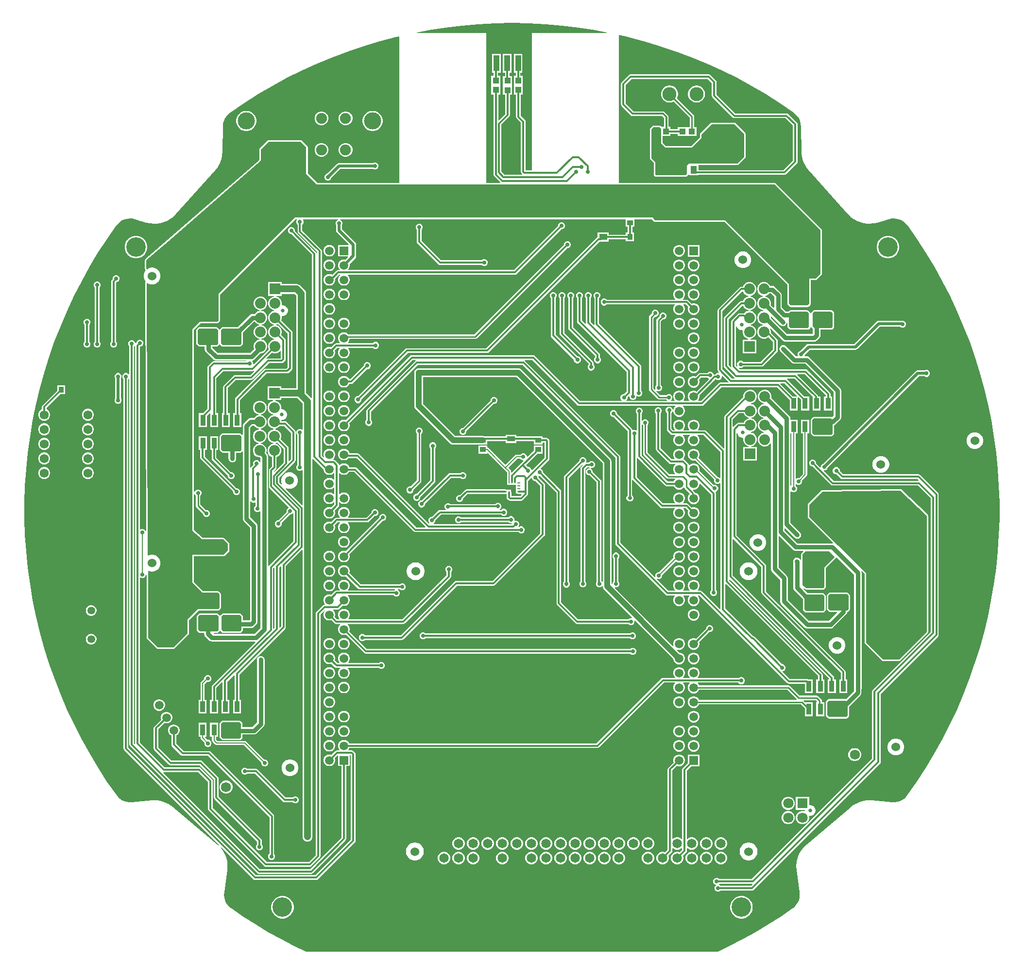
<source format=gbr>
%TF.GenerationSoftware,Altium Limited,Altium Designer,23.6.0 (18)*%
G04 Layer_Physical_Order=1*
G04 Layer_Color=255*
%FSLAX45Y45*%
%MOMM*%
%TF.SameCoordinates,8B2A78E3-6762-467B-82E4-ABAB87B9FA14*%
%TF.FilePolarity,Positive*%
%TF.FileFunction,Copper,L1,Top,Signal*%
%TF.Part,Single*%
G01*
G75*
%TA.AperFunction,SMDPad,CuDef*%
%ADD10R,1.00000X2.80000*%
%ADD11R,0.89000X1.91000*%
%ADD12R,1.14220X1.46200*%
%ADD13R,7.08660X5.84200*%
%ADD14R,1.13504X1.06213*%
%ADD15R,1.06213X1.13504*%
%ADD16R,0.47500X0.25000*%
%ADD17R,0.25000X0.47500*%
%ADD18R,1.40000X1.10000*%
%ADD19R,1.00000X0.90000*%
%ADD20R,0.90000X1.00000*%
%ADD21R,1.35000X0.95000*%
%TA.AperFunction,Conductor*%
%ADD22C,0.30000*%
%ADD23C,0.50000*%
%ADD24C,0.20000*%
%ADD25C,0.80000*%
%ADD26C,1.00000*%
%ADD27C,1.20000*%
%ADD28C,0.25400*%
%TA.AperFunction,ComponentPad*%
%ADD29C,1.52400*%
%ADD30C,1.65000*%
%ADD31R,1.65000X1.65000*%
%ADD32R,1.75000X1.75000*%
%ADD33C,1.75000*%
%ADD34R,6.00000X6.00000*%
%ADD35C,6.00000*%
%ADD36R,2.45000X2.45000*%
%ADD37C,2.45000*%
%ADD38C,0.67500*%
%ADD39C,1.87500*%
%ADD40R,1.87500X1.87500*%
%ADD41C,3.00000*%
%ADD42C,1.90000*%
%ADD43R,1.90000X1.90000*%
%ADD44C,1.80000*%
%ADD45R,1.80000X1.80000*%
%ADD46C,0.65000*%
%ADD47R,1.50800X1.50800*%
%ADD48C,1.50800*%
%ADD49C,1.35000*%
%ADD50C,1.57500*%
%ADD51C,1.50000*%
%ADD52P,2.12132X4X345.0*%
%TA.AperFunction,ViaPad*%
%ADD53C,1.52400*%
%ADD54C,3.40000*%
%ADD55C,1.27000*%
%ADD56C,0.70000*%
G36*
X3900915Y16298943D02*
X4191502Y16284007D01*
X4481388Y16259135D01*
X4770275Y16224352D01*
X5057783Y16179703D01*
X5265383Y16140144D01*
X5264190Y16127499D01*
X3960000D01*
Y13728691D01*
X3848691D01*
Y14582500D01*
X3845556Y14598264D01*
X3836627Y14611627D01*
X3763691Y14684563D01*
Y15053809D01*
X3801007D01*
Y15216887D01*
Y15381190D01*
X3758691D01*
Y15434599D01*
X3792900D01*
Y15765401D01*
X3642100D01*
Y15434599D01*
X3676308D01*
Y15381190D01*
X3643993D01*
Y15216887D01*
Y15053809D01*
X3681309D01*
Y14667500D01*
X3684444Y14651736D01*
X3693373Y14638373D01*
X3766308Y14565437D01*
Y13705074D01*
X3769444Y13689310D01*
X3778373Y13675948D01*
X3787929Y13666393D01*
X3782668Y13653693D01*
X3479562D01*
X3421192Y13712062D01*
Y14527937D01*
X3561627Y14668373D01*
X3570556Y14681737D01*
X3573691Y14697501D01*
Y15051309D01*
X3611006D01*
Y15214388D01*
Y15378691D01*
X3571191D01*
Y15434599D01*
X3602900D01*
Y15765401D01*
X3452100D01*
Y15434599D01*
X3488809D01*
Y15378691D01*
X3453993D01*
Y15214388D01*
Y15051309D01*
X3491308D01*
Y14714561D01*
X3382925Y14606178D01*
X3371191Y14611038D01*
Y15053809D01*
X3406007D01*
Y15216887D01*
Y15381190D01*
X3368692D01*
Y15434599D01*
X3412900D01*
Y15765401D01*
X3262100D01*
Y15434599D01*
X3286309D01*
Y15381190D01*
X3248994D01*
Y15216887D01*
Y15053809D01*
X3288809D01*
Y13660001D01*
X3291944Y13644237D01*
X3300873Y13630873D01*
X3405649Y13526099D01*
X3400388Y13513399D01*
X3162500D01*
Y16127499D01*
X1955806D01*
X1954612Y16140144D01*
X2162209Y16179703D01*
X2449724Y16224352D01*
X2738607Y16259132D01*
X3028499Y16284006D01*
X3319074Y16298943D01*
X3609997Y16303923D01*
X3900915Y16298943D01*
D02*
G37*
G36*
X1647500Y16063271D02*
Y13513399D01*
X220727D01*
X50898Y13683228D01*
Y14138715D01*
X48926Y14148627D01*
X43312Y14157028D01*
X-50473Y14250813D01*
X-58874Y14256427D01*
X-68785Y14258398D01*
X-633851D01*
X-643761Y14256427D01*
X-652163Y14250813D01*
X-720887Y14182089D01*
X-788312Y14114664D01*
X-793926Y14106262D01*
X-795898Y14096352D01*
Y13913939D01*
X-2390637Y12518542D01*
X-2777963Y12183640D01*
X-2778587Y12182839D01*
X-2779428Y12182271D01*
X-2781672Y12178876D01*
X-2784171Y12175667D01*
X-2784440Y12174688D01*
X-2785000Y12173841D01*
X-2785774Y12169847D01*
X-2786854Y12165925D01*
X-2786729Y12164918D01*
X-2786922Y12163921D01*
X-2786181Y12015396D01*
X-2785280Y12010980D01*
X-2784569Y12006532D01*
X-2784273Y12006050D01*
X-2784160Y12005495D01*
X-2781638Y12001761D01*
X-2779279Y11997923D01*
X-2777720Y11996240D01*
X-2777599Y11995989D01*
X-2776511Y11983993D01*
X-2777634Y11980493D01*
X-2778850Y11979277D01*
X-2797993Y11946121D01*
X-2807901Y11909141D01*
Y11870857D01*
X-2797993Y11833877D01*
X-2778850Y11800721D01*
X-2775720Y11797591D01*
X-2775131Y11792491D01*
X-2777432Y11782043D01*
X-2778073Y11781072D01*
X-2778975Y11780339D01*
X-2780838Y11776889D01*
X-2783003Y11773613D01*
X-2783225Y11772471D01*
X-2783777Y11771448D01*
X-2784179Y11767546D01*
X-2784925Y11763693D01*
X-2763352Y7440216D01*
X-2776039Y7437659D01*
X-2781695Y7451314D01*
X-2798686Y7468305D01*
X-2820885Y7477500D01*
X-2844914D01*
X-2861108Y7470792D01*
X-2873809Y7478203D01*
Y10659600D01*
X-2862986D01*
X-2840786Y10668795D01*
X-2823795Y10685786D01*
X-2814600Y10707986D01*
Y10732014D01*
X-2823795Y10754214D01*
X-2840786Y10771205D01*
X-2862986Y10780400D01*
X-2887014D01*
X-2909214Y10771205D01*
X-2926205Y10754214D01*
X-2935400Y10732014D01*
Y10721139D01*
X-2942287Y10715306D01*
X-2954600Y10720882D01*
Y10722014D01*
X-2963795Y10744214D01*
X-2980786Y10761205D01*
X-3002986Y10770400D01*
X-3027014D01*
X-3049214Y10761205D01*
X-3066205Y10744214D01*
X-3075400Y10722014D01*
Y10697986D01*
X-3066205Y10675786D01*
X-3058691Y10668273D01*
Y10178203D01*
X-3059321Y10177799D01*
X-3071391Y10174310D01*
X-3085786Y10188705D01*
X-3107986Y10197900D01*
X-3132014D01*
X-3154214Y10188705D01*
X-3171205Y10171714D01*
X-3180400Y10149514D01*
Y10125486D01*
X-3171205Y10103286D01*
X-3161192Y10093273D01*
Y3647500D01*
X-3158056Y3631737D01*
X-3149127Y3618374D01*
X-1494513Y1963760D01*
X-1503428Y1954714D01*
X-1520635Y1971423D01*
X-1523563Y1973603D01*
X-1526026Y1976294D01*
X-2297737Y2624549D01*
X-2301079Y2626681D01*
X-2303975Y2629386D01*
X-2354880Y2665757D01*
X-2361851Y2669471D01*
X-2368394Y2673897D01*
X-2424347Y2701886D01*
X-2431811Y2704467D01*
X-2438964Y2707818D01*
X-2498597Y2726740D01*
X-2506374Y2728126D01*
X-2513961Y2730321D01*
X-2575816Y2739713D01*
X-2583713Y2739869D01*
X-2591550Y2740854D01*
X-2654112Y2740486D01*
X-2658039Y2739945D01*
X-2661999Y2740131D01*
X-3012035Y2710599D01*
X-3059700Y2710095D01*
X-3103235Y2716078D01*
X-3145419Y2728380D01*
X-3185346Y2746735D01*
X-3222149Y2770747D01*
X-3255032Y2799894D01*
X-3285133Y2835749D01*
X-3447312Y3068823D01*
X-3603087Y3309633D01*
X-3750649Y3555565D01*
X-3889832Y3806343D01*
X-4020471Y4061665D01*
X-4142422Y4321254D01*
X-4255545Y4584807D01*
X-4359712Y4852033D01*
X-4454803Y5122617D01*
X-4540707Y5396249D01*
X-4617335Y5672640D01*
X-4684589Y5951443D01*
X-4742399Y6232359D01*
X-4790700Y6515077D01*
X-4829432Y6799248D01*
X-4858555Y7084580D01*
X-4878034Y7370717D01*
X-4887847Y7657362D01*
X-4887983Y7944168D01*
X-4878443Y8230808D01*
X-4859235Y8516977D01*
X-4830384Y8802328D01*
X-4791921Y9086544D01*
X-4743890Y9369302D01*
X-4686348Y9650268D01*
X-4619354Y9929152D01*
X-4542993Y10205600D01*
X-4457347Y10479318D01*
X-4362514Y10749992D01*
X-4258600Y11017319D01*
X-4145728Y11280979D01*
X-4024024Y11540680D01*
X-3893629Y11796126D01*
X-3754686Y12047032D01*
X-3607359Y12293102D01*
X-3451806Y12534073D01*
X-3289959Y12767141D01*
X-3258209Y12804747D01*
X-3223355Y12835011D01*
X-3184259Y12859546D01*
X-3141849Y12877766D01*
X-3097139Y12889240D01*
X-3051197Y12893690D01*
X-3005115Y12891014D01*
X-2956171Y12880446D01*
X-2761635Y12822401D01*
X-2758093Y12821834D01*
X-2754724Y12820604D01*
X-2699478Y12808299D01*
X-2692358Y12807671D01*
X-2685363Y12806190D01*
X-2628934Y12801807D01*
X-2621795Y12802187D01*
X-2614661Y12801711D01*
X-2558179Y12805334D01*
X-2551165Y12806720D01*
X-2544037Y12807256D01*
X-2488630Y12818816D01*
X-2481883Y12821178D01*
X-2474902Y12822711D01*
X-2421682Y12841975D01*
X-2415334Y12845267D01*
X-2408638Y12847772D01*
X-2358670Y12874356D01*
X-2352853Y12878508D01*
X-2346577Y12881934D01*
X-2300862Y12915305D01*
X-2295687Y12920238D01*
X-2289959Y12924513D01*
X-2249412Y12964001D01*
X-2247191Y12966818D01*
X-2244476Y12969162D01*
X-1561411Y13735789D01*
X-1559378Y13738782D01*
X-1556816Y13741335D01*
X-1521981Y13786551D01*
X-1518365Y13792789D01*
X-1514033Y13798552D01*
X-1485990Y13848267D01*
X-1483299Y13854953D01*
X-1479832Y13861275D01*
X-1459150Y13914474D01*
X-1457437Y13921478D01*
X-1454906Y13928227D01*
X-1442007Y13983829D01*
X-1441308Y13991003D01*
X-1439762Y13998045D01*
X-1434909Y14054919D01*
X-1435074Y14058531D01*
X-1434553Y14062111D01*
X-1428589Y14496577D01*
X-1423918Y14547139D01*
X-1412386Y14592503D01*
X-1393910Y14635513D01*
X-1368944Y14675110D01*
X-1338102Y14710323D01*
X-1299756Y14742271D01*
X-1062032Y14904604D01*
X-816272Y15060365D01*
X-565317Y15207626D01*
X-309483Y15346204D01*
X-49050Y15475945D01*
X215679Y15596700D01*
X484378Y15708318D01*
X756744Y15810675D01*
X1032446Y15903647D01*
X1311178Y15987129D01*
X1592601Y16061021D01*
X1637578Y16071199D01*
X1647500Y16063271D01*
D02*
G37*
G36*
X25000Y14138715D02*
Y13672501D01*
X210000Y13487500D01*
X1647500D01*
Y13485001D01*
X3162500D01*
Y13487500D01*
X3960000D01*
Y13485001D01*
X5475000D01*
Y13487500D01*
X6830000D01*
X8189492Y13487500D01*
X8793834Y12883157D01*
Y12883035D01*
X8985000Y12691877D01*
Y11927500D01*
X8900000Y11842500D01*
X8793834D01*
Y11408970D01*
X8787500Y11402672D01*
Y11400000D01*
X8762500Y11375000D01*
X8467580Y11375000D01*
X8435000Y11402006D01*
Y11635000D01*
Y11752500D01*
X7330000Y12857500D01*
X6112500D01*
X6075000Y12895000D01*
X6062500Y12907500D01*
X-176635D01*
X-1504842Y11579293D01*
Y11117658D01*
X-1530000Y11092500D01*
X-1677460D01*
X-1824920D01*
X-1957500Y10959920D01*
Y7443747D01*
X-1789099Y7295000D01*
X-1420000D01*
X-1338735Y7213735D01*
Y7103765D01*
X-1412500Y7030000D01*
X-1722264Y7030000D01*
X-1957500D01*
Y6537500D01*
X-1785000Y6365000D01*
X-1517500D01*
X-1490000Y6337500D01*
Y6102500D01*
X-1515000Y6077500D01*
X-1865001D01*
X-2047500Y5895000D01*
Y5655000D01*
X-2292500Y5410000D01*
X-2560000D01*
X-2732500Y5582500D01*
Y6363484D01*
X-2732083Y6363898D01*
X-2732089Y6365000D01*
X-2733963Y6740648D01*
X-2722980Y6747025D01*
X-2718624Y6744510D01*
X-2681644Y6734601D01*
X-2643359D01*
X-2606379Y6744510D01*
X-2573224Y6763652D01*
X-2546152Y6790724D01*
X-2527010Y6823879D01*
X-2517101Y6860859D01*
Y6899143D01*
X-2527010Y6936124D01*
X-2546152Y6969279D01*
X-2573224Y6996350D01*
X-2606379Y7015492D01*
X-2643359Y7025401D01*
X-2681644D01*
X-2718624Y7015492D01*
X-2724335Y7012195D01*
X-2735349Y7018518D01*
X-2759028Y11763822D01*
X-2746361Y11770522D01*
X-2718624Y11754508D01*
X-2681644Y11744599D01*
X-2643359D01*
X-2606379Y11754508D01*
X-2573224Y11773650D01*
X-2546152Y11800721D01*
X-2527010Y11833877D01*
X-2517101Y11870857D01*
Y11909141D01*
X-2527010Y11946121D01*
X-2546152Y11979277D01*
X-2573224Y12006348D01*
X-2606379Y12025490D01*
X-2643359Y12035399D01*
X-2681644D01*
X-2718624Y12025490D01*
X-2747550Y12008790D01*
X-2758724Y12013842D01*
X-2760284Y12015525D01*
X-2761025Y12164050D01*
X-2373652Y12498992D01*
X-770000Y13902188D01*
Y14096352D01*
X-702574Y14163777D01*
X-633851Y14232500D01*
X-68785D01*
X25000Y14138715D01*
D02*
G37*
G36*
X5627392Y16061021D02*
X5908816Y15987129D01*
X6187544Y15903648D01*
X6463250Y15810675D01*
X6735617Y15708318D01*
X7004322Y15596696D01*
X7269037Y15475949D01*
X7529477Y15346204D01*
X7785313Y15207626D01*
X8036265Y15060365D01*
X8282025Y14904607D01*
X8519752Y14742271D01*
X8558098Y14710323D01*
X8588939Y14675111D01*
X8613905Y14635513D01*
X8632380Y14592506D01*
X8643913Y14547137D01*
X8648584Y14496577D01*
X8654548Y14062111D01*
X8655069Y14058531D01*
X8654904Y14054919D01*
X8659757Y13998047D01*
X8661303Y13991003D01*
X8662001Y13983830D01*
X8674900Y13928227D01*
X8677432Y13921478D01*
X8679145Y13914474D01*
X8699826Y13861275D01*
X8703293Y13854953D01*
X8705986Y13848265D01*
X8734029Y13798550D01*
X8738361Y13792787D01*
X8741976Y13786552D01*
X8776810Y13741335D01*
X8779372Y13738782D01*
X8781406Y13735789D01*
X9464472Y12969164D01*
X9467187Y12966818D01*
X9469407Y12964003D01*
X9509955Y12924513D01*
X9515683Y12920238D01*
X9520857Y12915306D01*
X9566572Y12881935D01*
X9572847Y12878510D01*
X9578667Y12874356D01*
X9628635Y12847774D01*
X9635330Y12845268D01*
X9641676Y12841978D01*
X9694897Y12822713D01*
X9701880Y12821178D01*
X9708628Y12818816D01*
X9764034Y12807256D01*
X9771161Y12806721D01*
X9778175Y12805338D01*
X9834657Y12801712D01*
X9841791Y12802190D01*
X9848930Y12801808D01*
X9905359Y12806192D01*
X9912352Y12807671D01*
X9919474Y12808301D01*
X9974720Y12820605D01*
X9978088Y12821835D01*
X9981630Y12822404D01*
X10176171Y12880447D01*
X10225110Y12891016D01*
X10271193Y12893694D01*
X10317134Y12889243D01*
X10361845Y12877769D01*
X10404254Y12859547D01*
X10443351Y12835013D01*
X10478204Y12804750D01*
X10509955Y12767141D01*
X10671805Y12534070D01*
X10827351Y12293110D01*
X10974680Y12047037D01*
X11113621Y11796134D01*
X11244018Y11540684D01*
X11365724Y11280980D01*
X11478598Y11017312D01*
X11582508Y10749999D01*
X11677343Y10479320D01*
X11762988Y10205603D01*
X11839350Y9929152D01*
X11906344Y9650269D01*
X11963886Y9369298D01*
X12011917Y9086543D01*
X12050379Y8802332D01*
X12079231Y8516971D01*
X12098439Y8230815D01*
X12107980Y7944169D01*
X12107843Y7657363D01*
X12098031Y7370718D01*
X12078552Y7084581D01*
X12049429Y6799250D01*
X12010696Y6515075D01*
X11962397Y6232362D01*
X11904586Y5951447D01*
X11837330Y5672636D01*
X11760706Y5396261D01*
X11674799Y5122618D01*
X11579708Y4852031D01*
X11475541Y4584808D01*
X11362418Y4321252D01*
X11240467Y4061667D01*
X11109826Y3806339D01*
X10970647Y3555569D01*
X10823085Y3309636D01*
X10667309Y3068824D01*
X10505130Y2835750D01*
X10475029Y2799896D01*
X10442147Y2770748D01*
X10405344Y2746736D01*
X10365417Y2728381D01*
X10323232Y2716079D01*
X10279696Y2710096D01*
X10232032Y2710600D01*
X9881996Y2740132D01*
X9878036Y2739947D01*
X9874109Y2740487D01*
X9811547Y2740855D01*
X9803709Y2739870D01*
X9795813Y2739714D01*
X9733959Y2730322D01*
X9726371Y2728127D01*
X9718595Y2726741D01*
X9658961Y2707819D01*
X9651809Y2704468D01*
X9644343Y2701887D01*
X9588391Y2673898D01*
X9581848Y2669473D01*
X9574876Y2665759D01*
X9523972Y2629387D01*
X9521075Y2626682D01*
X9517733Y2624550D01*
X8746023Y1976295D01*
X8743560Y1973603D01*
X8740632Y1971424D01*
X8699321Y1931308D01*
X8694809Y1925604D01*
X8689660Y1920469D01*
X8654537Y1874838D01*
X8650891Y1868545D01*
X8646531Y1862723D01*
X8618324Y1812521D01*
X8615619Y1805768D01*
X8612141Y1799382D01*
X8591435Y1745650D01*
X8589728Y1738580D01*
X8587203Y1731762D01*
X8574426Y1675613D01*
X8573751Y1668371D01*
X8572231Y1661257D01*
X8567650Y1603856D01*
X8568022Y1596593D01*
X8567539Y1589338D01*
X8571247Y1531873D01*
X8571955Y1528294D01*
X8571975Y1524644D01*
X8624379Y1143049D01*
X8627330Y1092520D01*
X8622765Y1046082D01*
X8611027Y1000922D01*
X8592402Y958138D01*
X8567345Y918777D01*
X8536464Y883796D01*
X8498052Y852009D01*
X8290047Y710273D01*
X8075206Y573127D01*
X7856348Y442484D01*
X7633667Y318462D01*
X7407367Y201172D01*
X7197010Y100029D01*
X22987Y100028D01*
X-187373Y201173D01*
X-413666Y318459D01*
X-636350Y442483D01*
X-855208Y573126D01*
X-1070053Y710274D01*
X-1278055Y852009D01*
X-1316467Y883795D01*
X-1347348Y918777D01*
X-1372404Y958137D01*
X-1391029Y1000921D01*
X-1402767Y1046081D01*
X-1407332Y1092519D01*
X-1404382Y1143048D01*
X-1351977Y1524643D01*
X-1351957Y1528293D01*
X-1351249Y1531872D01*
X-1347542Y1589337D01*
X-1348025Y1596593D01*
X-1347652Y1603856D01*
X-1352234Y1661257D01*
X-1353754Y1668370D01*
X-1354428Y1675611D01*
X-1367205Y1731760D01*
X-1369730Y1738580D01*
X-1371437Y1745649D01*
X-1392143Y1799381D01*
X-1395622Y1805769D01*
X-1398326Y1812520D01*
X-1426533Y1862722D01*
X-1430893Y1868544D01*
X-1434539Y1874837D01*
X-1469663Y1920469D01*
X-1469619Y1920905D01*
X-1456388Y1925635D01*
X-896627Y1365873D01*
X-883263Y1356944D01*
X-867500Y1353809D01*
X200000D01*
X215763Y1356944D01*
X229127Y1365873D01*
X874127Y2010873D01*
X883056Y2024237D01*
X886192Y2040000D01*
Y3545000D01*
X883056Y3560763D01*
X874127Y3574127D01*
X846626Y3601627D01*
X833263Y3610556D01*
X817500Y3613692D01*
X760543D01*
X755283Y3626392D01*
X762272Y3633381D01*
X774223Y3654082D01*
X5097773D01*
X5113536Y3657217D01*
X5126900Y3666146D01*
X6257033Y4796280D01*
X6450107D01*
X6455368Y4783580D01*
X6442952Y4771164D01*
X6429681Y4748179D01*
X6422812Y4722542D01*
Y4696001D01*
X6429681Y4670364D01*
X6442952Y4647379D01*
X6461719Y4628612D01*
X6484705Y4615341D01*
X6510341Y4608472D01*
X6536882D01*
X6562519Y4615341D01*
X6585504Y4628612D01*
X6604272Y4647379D01*
X6617542Y4670364D01*
X6624412Y4696001D01*
Y4722542D01*
X6617542Y4748179D01*
X6604272Y4771164D01*
X6591856Y4783580D01*
X6597116Y4796280D01*
X6704107D01*
X6709368Y4783580D01*
X6696952Y4771164D01*
X6683681Y4748179D01*
X6676812Y4722542D01*
Y4696001D01*
X6683681Y4670364D01*
X6696952Y4647379D01*
X6715719Y4628612D01*
X6738705Y4615341D01*
X6764341Y4608472D01*
X6790882D01*
X6816519Y4615341D01*
X6839504Y4628612D01*
X6858272Y4647379D01*
X6871542Y4670364D01*
X6871559Y4670425D01*
X8412138D01*
X8575745Y4506818D01*
X8570484Y4494118D01*
X6871559D01*
X6871542Y4494179D01*
X6858272Y4517164D01*
X6839504Y4535931D01*
X6816519Y4549202D01*
X6790882Y4556071D01*
X6764341D01*
X6738705Y4549202D01*
X6715719Y4535931D01*
X6696952Y4517164D01*
X6683681Y4494179D01*
X6676812Y4468542D01*
Y4442001D01*
X6683681Y4416364D01*
X6696952Y4393379D01*
X6715719Y4374612D01*
X6738705Y4361341D01*
X6764341Y4354472D01*
X6790882D01*
X6816519Y4361341D01*
X6839504Y4374612D01*
X6858272Y4393379D01*
X6871542Y4416364D01*
X6871559Y4416425D01*
X8646135D01*
X8715100Y4347460D01*
Y4211600D01*
X8854900D01*
Y4453400D01*
X8719035D01*
X8693981Y4478454D01*
X8699241Y4491154D01*
X8903910D01*
X8928963Y4466100D01*
X8923703Y4453400D01*
X8915100D01*
Y4211600D01*
X9054900D01*
Y4453400D01*
X9012627D01*
Y4476220D01*
X9009670Y4491086D01*
X9001249Y4503688D01*
X8947469Y4557469D01*
X8934866Y4565890D01*
X8920000Y4568847D01*
X8623591D01*
X8455697Y4736740D01*
X8443094Y4745161D01*
X8428229Y4748118D01*
X6871559D01*
X6871542Y4748179D01*
X6858272Y4771164D01*
X6845856Y4783580D01*
X6851116Y4796280D01*
X7556091D01*
X7556295Y4795786D01*
X7573286Y4778795D01*
X7595486Y4769600D01*
X7619514D01*
X7641714Y4778795D01*
X7658705Y4795786D01*
X7667900Y4817986D01*
Y4842014D01*
X7658705Y4864214D01*
X7641714Y4881205D01*
X7619514Y4890400D01*
X7595486D01*
X7573286Y4881205D01*
X7570744Y4878663D01*
X6853516D01*
X6848256Y4891363D01*
X6858272Y4901379D01*
X6871542Y4924364D01*
X6878412Y4950001D01*
Y4976542D01*
X6871542Y5002179D01*
X6858272Y5025164D01*
X6839504Y5043931D01*
X6816519Y5057202D01*
X6790882Y5064071D01*
X6764341D01*
X6738705Y5057202D01*
X6715719Y5043931D01*
X6696952Y5025164D01*
X6683681Y5002179D01*
X6676812Y4976542D01*
Y4950001D01*
X6683681Y4924364D01*
X6696952Y4901379D01*
X6706968Y4891363D01*
X6701707Y4878663D01*
X6599516D01*
X6594256Y4891363D01*
X6604272Y4901379D01*
X6617542Y4924364D01*
X6624412Y4950001D01*
Y4976542D01*
X6617542Y5002179D01*
X6604272Y5025164D01*
X6585504Y5043931D01*
X6562519Y5057202D01*
X6536882Y5064071D01*
X6510341D01*
X6484705Y5057202D01*
X6461719Y5043931D01*
X6442952Y5025164D01*
X6429681Y5002179D01*
X6422812Y4976542D01*
Y4950001D01*
X6429681Y4924364D01*
X6442952Y4901379D01*
X6452968Y4891363D01*
X6447707Y4878663D01*
X6239972D01*
X6224208Y4875527D01*
X6210845Y4866598D01*
X5080711Y3736464D01*
X774223D01*
X762272Y3757165D01*
X743504Y3775933D01*
X720519Y3789203D01*
X694882Y3796073D01*
X668341D01*
X642705Y3789203D01*
X619719Y3775933D01*
X600952Y3757165D01*
X587681Y3734180D01*
X580812Y3708544D01*
Y3682003D01*
X587681Y3656366D01*
X600952Y3633381D01*
X607941Y3626392D01*
X602680Y3613692D01*
X558839D01*
X543076Y3610556D01*
X529712Y3601627D01*
X463971Y3535886D01*
X440882Y3542073D01*
X414341D01*
X388705Y3535203D01*
X365719Y3521933D01*
X346952Y3503165D01*
X333681Y3480180D01*
X326812Y3454544D01*
Y3428003D01*
X333681Y3402366D01*
X346952Y3379381D01*
X365719Y3360613D01*
X388705Y3347343D01*
X414341Y3340473D01*
X440882D01*
X466519Y3347343D01*
X489504Y3360613D01*
X508272Y3379381D01*
X521542Y3402366D01*
X528412Y3428003D01*
Y3454544D01*
X522225Y3477633D01*
X568112Y3523520D01*
X580812Y3518259D01*
Y3340473D01*
X638808D01*
Y2087062D01*
X92938Y1541191D01*
X-782938D01*
X-2466374Y3224628D01*
X-2460118Y3236332D01*
X-2460000Y3236308D01*
X-1862062D01*
X-1686191Y3060438D01*
Y2590000D01*
X-1683056Y2574237D01*
X-1674127Y2560873D01*
X-706626Y1593373D01*
X-693263Y1584444D01*
X-677500Y1581308D01*
X85000D01*
X100763Y1584444D01*
X114127Y1593373D01*
X261627Y1740873D01*
X270556Y1754237D01*
X273691Y1770000D01*
Y5987938D01*
X347639Y6061886D01*
X347699Y6061873D01*
X351768Y6047982D01*
X346952Y6043165D01*
X333681Y6020180D01*
X326812Y5994544D01*
Y5968003D01*
X333681Y5942366D01*
X346952Y5919381D01*
X365719Y5900613D01*
X388705Y5887343D01*
X414341Y5880473D01*
X440882D01*
X463971Y5886660D01*
X519758Y5830873D01*
X533122Y5821944D01*
X548885Y5818809D01*
X615314D01*
X617895Y5806109D01*
X600952Y5789165D01*
X587681Y5766180D01*
X580812Y5740544D01*
Y5714003D01*
X587681Y5688366D01*
X600952Y5665381D01*
X619719Y5646613D01*
X642705Y5633343D01*
X668341Y5626473D01*
X694882D01*
X717971Y5632660D01*
X1034758Y5315873D01*
X1048122Y5306944D01*
X1063885Y5303809D01*
X5670773D01*
X5680786Y5293795D01*
X5702986Y5284600D01*
X5727014D01*
X5749214Y5293795D01*
X5766205Y5310786D01*
X5775400Y5332986D01*
Y5357014D01*
X5766205Y5379214D01*
X5749214Y5396205D01*
X5727014Y5405400D01*
X5702986D01*
X5680786Y5396205D01*
X5670773Y5386191D01*
X1080947D01*
X776225Y5690913D01*
X782412Y5714003D01*
Y5740544D01*
X775542Y5766180D01*
X762272Y5789165D01*
X745329Y5806109D01*
X747909Y5818809D01*
X1717500D01*
X1733263Y5821944D01*
X1746627Y5830873D01*
X2536627Y6620873D01*
X2545556Y6634236D01*
X2548691Y6650000D01*
Y6725773D01*
X2558705Y6735786D01*
X2567900Y6757986D01*
Y6782014D01*
X2558705Y6804214D01*
X2541714Y6821205D01*
X2519514Y6830400D01*
X2495486D01*
X2473286Y6821205D01*
X2456295Y6804214D01*
X2447100Y6782014D01*
Y6757986D01*
X2456295Y6735786D01*
X2466309Y6725773D01*
Y6667062D01*
X1700438Y5901191D01*
X760676D01*
X755816Y5912925D01*
X762272Y5919381D01*
X775542Y5942366D01*
X782412Y5968003D01*
Y5994544D01*
X775542Y6020180D01*
X762272Y6043165D01*
X743504Y6061933D01*
X720519Y6075203D01*
X694882Y6082073D01*
X668341D01*
X642705Y6075203D01*
X619719Y6061933D01*
X600952Y6043165D01*
X587681Y6020180D01*
X580812Y5994544D01*
Y5968003D01*
X587681Y5942366D01*
X600952Y5919381D01*
X607408Y5912925D01*
X602547Y5901191D01*
X565947D01*
X522225Y5944913D01*
X528412Y5968003D01*
Y5994544D01*
X521542Y6020180D01*
X508272Y6043165D01*
X492829Y6058609D01*
X497530Y6071309D01*
X575000D01*
X590763Y6074444D01*
X604127Y6083373D01*
X657998Y6137245D01*
X668341Y6134473D01*
X694882D01*
X720519Y6141343D01*
X743504Y6154613D01*
X762272Y6173381D01*
X775542Y6196366D01*
X782412Y6222003D01*
Y6248544D01*
X775542Y6274180D01*
X762272Y6297165D01*
X750829Y6308609D01*
X756089Y6321309D01*
X1543273D01*
X1558286Y6306295D01*
X1580486Y6297100D01*
X1604514D01*
X1626714Y6306295D01*
X1643705Y6323286D01*
X1652900Y6345486D01*
Y6369514D01*
X1643705Y6391714D01*
X1626714Y6408705D01*
X1614875Y6413608D01*
X1617401Y6426308D01*
X1655773D01*
X1665786Y6416295D01*
X1687986Y6407100D01*
X1712014D01*
X1734214Y6416295D01*
X1751205Y6433286D01*
X1760400Y6455486D01*
Y6479514D01*
X1751205Y6501714D01*
X1734214Y6518705D01*
X1712014Y6527900D01*
X1687986D01*
X1665786Y6518705D01*
X1655773Y6508691D01*
X974447D01*
X776225Y6706913D01*
X782412Y6730003D01*
Y6756544D01*
X775542Y6782180D01*
X762272Y6805165D01*
X743504Y6823933D01*
X720519Y6837203D01*
X694882Y6844073D01*
X668341D01*
X642705Y6837203D01*
X619719Y6823933D01*
X600952Y6805165D01*
X587681Y6782180D01*
X580812Y6756544D01*
Y6730003D01*
X587681Y6704366D01*
X600952Y6681381D01*
X619719Y6662613D01*
X642705Y6649343D01*
X668341Y6642473D01*
X694882D01*
X717971Y6648660D01*
X928258Y6438373D01*
X941622Y6429444D01*
X957385Y6426308D01*
X1567599D01*
X1570125Y6413608D01*
X1558286Y6408705D01*
X1553273Y6403692D01*
X756543D01*
X751283Y6416392D01*
X762272Y6427381D01*
X775542Y6450366D01*
X782412Y6476003D01*
Y6502544D01*
X775542Y6528180D01*
X762272Y6551165D01*
X743504Y6569933D01*
X720519Y6583203D01*
X694882Y6590073D01*
X668341D01*
X642705Y6583203D01*
X619719Y6569933D01*
X600952Y6551165D01*
X587681Y6528180D01*
X580812Y6502544D01*
Y6476003D01*
X587681Y6450366D01*
X600952Y6427381D01*
X611941Y6416392D01*
X606680Y6403692D01*
X554839D01*
X539076Y6400556D01*
X525712Y6391627D01*
X463971Y6329886D01*
X440882Y6336073D01*
X414341D01*
X388705Y6329203D01*
X365719Y6315933D01*
X346952Y6297165D01*
X333681Y6274180D01*
X326812Y6248544D01*
Y6222003D01*
X333681Y6196366D01*
X346952Y6173381D01*
X353941Y6166392D01*
X348680Y6153692D01*
X340000D01*
X324237Y6150556D01*
X310873Y6141627D01*
X203373Y6034127D01*
X194444Y6020763D01*
X191308Y6005000D01*
Y1787062D01*
X67938Y1663691D01*
X-660438D01*
X-1603809Y2607062D01*
Y3077500D01*
X-1606944Y3093263D01*
X-1615873Y3106627D01*
X-1815873Y3306627D01*
X-1829237Y3315556D01*
X-1845000Y3318691D01*
X-2442938D01*
X-2873809Y3749562D01*
Y6619297D01*
X-2861108Y6626474D01*
X-2844514Y6619600D01*
X-2820486D01*
X-2798286Y6628795D01*
X-2781295Y6645786D01*
X-2772100Y6667986D01*
X-2759497Y6667751D01*
X-2757989Y6365596D01*
X-2758397Y6363586D01*
X-2758387Y6363535D01*
X-2758398Y6363484D01*
Y5582500D01*
X-2756426Y5572589D01*
X-2750812Y5564187D01*
X-2578313Y5391688D01*
X-2569911Y5386074D01*
X-2560000Y5384103D01*
X-2292500D01*
X-2282589Y5386074D01*
X-2274187Y5391688D01*
X-2029188Y5636687D01*
X-2023574Y5645089D01*
X-2021603Y5655000D01*
Y5884272D01*
X-1854273Y6051602D01*
X-1515000D01*
X-1505089Y6053574D01*
X-1496688Y6059188D01*
X-1471687Y6084188D01*
X-1466074Y6092590D01*
X-1464102Y6102500D01*
Y6337500D01*
X-1466074Y6347411D01*
X-1471687Y6355813D01*
X-1499188Y6383313D01*
X-1507589Y6388927D01*
X-1517500Y6390898D01*
X-1774273D01*
X-1931602Y6548227D01*
Y7004102D01*
X-1722264D01*
X-1412500Y7004102D01*
X-1402590Y7006073D01*
X-1394188Y7011687D01*
X-1320423Y7085452D01*
X-1314809Y7093854D01*
X-1312838Y7103765D01*
Y7213735D01*
X-1314809Y7223646D01*
X-1320423Y7232048D01*
X-1320424Y7232048D01*
X-1401688Y7313312D01*
X-1410090Y7318926D01*
X-1420000Y7320897D01*
X-1779299D01*
X-1931602Y7455425D01*
Y8080809D01*
X-1918902Y8083335D01*
X-1913705Y8070786D01*
X-1901346Y8058428D01*
Y7885000D01*
X-1898389Y7870134D01*
X-1889969Y7857531D01*
X-1772900Y7740463D01*
Y7732986D01*
X-1763705Y7710786D01*
X-1746714Y7693795D01*
X-1724514Y7684600D01*
X-1700486D01*
X-1678286Y7693795D01*
X-1661295Y7710786D01*
X-1652100Y7732986D01*
Y7757014D01*
X-1661295Y7779214D01*
X-1678286Y7796205D01*
X-1700486Y7805400D01*
X-1724514D01*
X-1726953Y7804390D01*
X-1823653Y7901091D01*
Y8058428D01*
X-1811295Y8070786D01*
X-1802100Y8092986D01*
Y8117014D01*
X-1811295Y8139214D01*
X-1828286Y8156205D01*
X-1850486Y8165400D01*
X-1874514D01*
X-1896714Y8156205D01*
X-1913705Y8139214D01*
X-1918902Y8126665D01*
X-1931602Y8129191D01*
Y10949193D01*
X-1814193Y11066602D01*
X-1677460Y11066602D01*
X-1530000Y11066602D01*
X-1520089Y11068573D01*
X-1511688Y11074187D01*
X-1486530Y11099345D01*
X-1480916Y11107747D01*
X-1478944Y11117658D01*
Y11568566D01*
X-165907Y12881602D01*
X-137910D01*
X-133049Y12869868D01*
X-136204Y12866714D01*
X-145400Y12844514D01*
Y12820486D01*
X-136204Y12798286D01*
X-126191Y12788273D01*
Y12667500D01*
X-123056Y12651736D01*
X-114127Y12638373D01*
X216309Y12307938D01*
Y12294234D01*
X203609Y12292984D01*
X203056Y12295763D01*
X194127Y12309127D01*
X-174600Y12677853D01*
Y12692014D01*
X-183795Y12714214D01*
X-200786Y12731205D01*
X-222986Y12740400D01*
X-247014D01*
X-269214Y12731205D01*
X-286205Y12714214D01*
X-295400Y12692014D01*
Y12667986D01*
X-286205Y12645786D01*
X-269214Y12628795D01*
X-247014Y12619600D01*
X-232853D01*
X123808Y12262938D01*
Y9764909D01*
X111108Y9760598D01*
X108408Y9764118D01*
X108407Y9764118D01*
X21137Y9851389D01*
Y11585000D01*
X18202Y11607294D01*
X9597Y11628068D01*
X-4092Y11645908D01*
X-81791Y11723607D01*
X-99631Y11737296D01*
X-120405Y11745901D01*
X-142699Y11748836D01*
X-400050D01*
Y11781850D01*
X-638350D01*
Y11543550D01*
X-540290D01*
X-538618Y11530850D01*
X-565190Y11523730D01*
X-592360Y11508044D01*
X-614544Y11485860D01*
X-630230Y11458690D01*
X-638350Y11428386D01*
Y11397014D01*
X-630230Y11366710D01*
X-614544Y11339540D01*
X-592360Y11317356D01*
X-565190Y11301670D01*
X-536352Y11293943D01*
X-535872Y11289978D01*
Y11285422D01*
X-536352Y11281457D01*
X-565190Y11273730D01*
X-592360Y11258044D01*
X-614544Y11235860D01*
X-630230Y11208690D01*
X-638350Y11178386D01*
Y11147014D01*
X-630230Y11116710D01*
X-614544Y11089540D01*
X-592360Y11067356D01*
X-565190Y11051670D01*
X-536352Y11043943D01*
X-535872Y11039978D01*
Y11035422D01*
X-536352Y11031457D01*
X-565190Y11023730D01*
X-592360Y11008044D01*
X-614544Y10985860D01*
X-630230Y10958690D01*
X-638350Y10928386D01*
Y10897014D01*
X-630230Y10866710D01*
X-614544Y10839540D01*
X-592360Y10817356D01*
X-565190Y10801670D01*
X-536352Y10793943D01*
X-535872Y10789978D01*
Y10785422D01*
X-536352Y10781457D01*
X-565190Y10773730D01*
X-592360Y10758044D01*
X-614544Y10735860D01*
X-630230Y10708690D01*
X-638350Y10678386D01*
Y10647014D01*
X-630230Y10616710D01*
X-627746Y10612407D01*
X-886900Y10353253D01*
X-899600Y10358514D01*
Y10372014D01*
X-908795Y10394214D01*
X-917168Y10402586D01*
X-912616Y10415995D01*
X-910427Y10416283D01*
X-894518Y10422873D01*
X-880856Y10433356D01*
X-770662Y10543550D01*
X-757514D01*
X-727210Y10551670D01*
X-700040Y10567356D01*
X-677856Y10589540D01*
X-662170Y10616710D01*
X-654050Y10647014D01*
Y10678386D01*
X-662170Y10708690D01*
X-677856Y10735860D01*
X-700040Y10758044D01*
X-727210Y10773730D01*
X-756048Y10781457D01*
X-756529Y10785422D01*
Y10789978D01*
X-756048Y10793943D01*
X-727210Y10801670D01*
X-700040Y10817356D01*
X-677856Y10839540D01*
X-662170Y10866710D01*
X-654050Y10897014D01*
Y10928386D01*
X-662170Y10958690D01*
X-677856Y10985860D01*
X-700040Y11008044D01*
X-727210Y11023730D01*
X-756048Y11031457D01*
X-756529Y11035422D01*
Y11039978D01*
X-756048Y11043943D01*
X-727210Y11051670D01*
X-700040Y11067356D01*
X-677856Y11089540D01*
X-662170Y11116710D01*
X-654050Y11147014D01*
Y11178386D01*
X-662170Y11208690D01*
X-677856Y11235860D01*
X-700040Y11258044D01*
X-727210Y11273730D01*
X-756048Y11281457D01*
X-756529Y11285422D01*
Y11289978D01*
X-756048Y11293943D01*
X-727210Y11301670D01*
X-700040Y11317356D01*
X-677856Y11339540D01*
X-662170Y11366710D01*
X-654050Y11397014D01*
Y11428386D01*
X-662170Y11458690D01*
X-677856Y11485860D01*
X-700040Y11508044D01*
X-727210Y11523730D01*
X-757514Y11531850D01*
X-788886D01*
X-819190Y11523730D01*
X-846360Y11508044D01*
X-868544Y11485860D01*
X-884230Y11458690D01*
X-892350Y11428386D01*
Y11397014D01*
X-884230Y11366710D01*
X-868544Y11339540D01*
X-846360Y11317356D01*
X-819190Y11301670D01*
X-790352Y11293943D01*
X-789872Y11289978D01*
Y11285422D01*
X-790352Y11281457D01*
X-819190Y11273730D01*
X-846360Y11258044D01*
X-868544Y11235860D01*
X-872698Y11228665D01*
X-912799D01*
X-929872Y11226417D01*
X-945781Y11219827D01*
X-959443Y11209344D01*
X-1172889Y10995898D01*
X-1432500D01*
X-1442410Y10993926D01*
X-1450812Y10988313D01*
X-1478312Y10960812D01*
X-1479609Y10958872D01*
X-1480431Y10958588D01*
X-1494302Y10959742D01*
X-1496687Y10963313D01*
X-1524187Y10990813D01*
X-1532589Y10996427D01*
X-1542500Y10998398D01*
X-1840000D01*
X-1849910Y10996427D01*
X-1858312Y10990813D01*
X-1885812Y10963313D01*
X-1891426Y10954911D01*
X-1893397Y10945000D01*
Y10712007D01*
X-1893159Y10710809D01*
X-1893285Y10709595D01*
X-1892180Y10705889D01*
X-1891426Y10702096D01*
X-1890748Y10701081D01*
X-1890399Y10699911D01*
X-1887961Y10696910D01*
X-1885812Y10693694D01*
X-1884797Y10693016D01*
X-1884027Y10692069D01*
X-1851448Y10665062D01*
X-1848047Y10663223D01*
X-1844831Y10661074D01*
X-1843633Y10660835D01*
X-1842560Y10660255D01*
X-1838713Y10659857D01*
X-1834920Y10659102D01*
X-1745964D01*
Y10612500D01*
X-1743717Y10595427D01*
X-1737127Y10579518D01*
X-1726644Y10565856D01*
X-1594144Y10433356D01*
X-1580482Y10422873D01*
X-1564573Y10416283D01*
X-1547500Y10414036D01*
X-1024462D01*
X-1017673Y10401336D01*
X-1017770Y10401192D01*
X-1590000D01*
X-1605763Y10398056D01*
X-1619127Y10389127D01*
X-1686627Y10321627D01*
X-1695556Y10308263D01*
X-1698692Y10292500D01*
Y9576059D01*
X-1777850Y9496900D01*
X-1847401D01*
Y9255100D01*
X-1707601D01*
Y9450643D01*
X-1659222Y9499021D01*
X-1647401Y9492882D01*
Y9255100D01*
X-1507601D01*
Y9496900D01*
X-1541307D01*
Y10105440D01*
X-1415438Y10231308D01*
X-909400D01*
X-893637Y10234444D01*
X-888010Y10238203D01*
X-879915Y10228339D01*
X-949562Y10158691D01*
X-1217500D01*
X-1233263Y10155556D01*
X-1246627Y10146627D01*
X-1411626Y9981628D01*
X-1420555Y9968265D01*
X-1423690Y9952501D01*
Y9496900D01*
X-1447401D01*
Y9255100D01*
X-1307601D01*
Y9496900D01*
X-1341307D01*
Y9935439D01*
X-1200438Y10076309D01*
X-932500D01*
X-916737Y10079444D01*
X-903373Y10088373D01*
X-622938Y10368809D01*
X-404338D01*
X-388575Y10371944D01*
X-375211Y10380873D01*
X-345922Y10410163D01*
X-336993Y10423526D01*
X-333857Y10439290D01*
Y10768548D01*
X-336993Y10784311D01*
X-345922Y10797675D01*
X-410654Y10862407D01*
X-408170Y10866710D01*
X-400050Y10897014D01*
Y10928386D01*
X-408170Y10958690D01*
X-423856Y10985860D01*
X-446040Y11008044D01*
X-473210Y11023730D01*
X-502048Y11031457D01*
X-502529Y11035422D01*
Y11039978D01*
X-502048Y11043943D01*
X-473210Y11051670D01*
X-468906Y11054155D01*
X-298692Y10883940D01*
Y10298851D01*
X-323852Y10273691D01*
X-682500D01*
X-698263Y10270556D01*
X-711627Y10261627D01*
X-1204127Y9769127D01*
X-1213056Y9755763D01*
X-1216191Y9740000D01*
Y9496900D01*
X-1247401D01*
Y9255100D01*
X-1107601D01*
Y9496900D01*
X-1133809D01*
Y9722938D01*
X-665438Y10191309D01*
X-306790D01*
X-291026Y10194444D01*
X-277663Y10203373D01*
X-228373Y10252663D01*
X-219444Y10266026D01*
X-216309Y10281789D01*
Y10901002D01*
X-219444Y10916765D01*
X-228373Y10930129D01*
X-410653Y11112409D01*
X-408170Y11116710D01*
X-400050Y11147014D01*
Y11178386D01*
X-401045Y11182100D01*
X-391300Y11194800D01*
X-376970D01*
X-353342Y11201131D01*
X-332158Y11213362D01*
X-314862Y11230658D01*
X-302631Y11251842D01*
X-296300Y11275469D01*
Y11299931D01*
X-302631Y11323558D01*
X-314862Y11344742D01*
X-332158Y11362038D01*
X-353342Y11374269D01*
X-376970Y11380600D01*
X-391300D01*
X-401045Y11393300D01*
X-400050Y11397014D01*
Y11428386D01*
X-408170Y11458690D01*
X-423856Y11485860D01*
X-446040Y11508044D01*
X-473210Y11523730D01*
X-499783Y11530850D01*
X-498111Y11543550D01*
X-400050D01*
Y11576563D01*
X-178378D01*
X-151137Y11549321D01*
Y9931136D01*
X-413350D01*
Y9964150D01*
X-651650D01*
Y9725850D01*
X-553590D01*
X-551918Y9713150D01*
X-578490Y9706030D01*
X-605660Y9690344D01*
X-627844Y9668160D01*
X-643530Y9640990D01*
X-651650Y9610686D01*
Y9579314D01*
X-643530Y9549010D01*
X-627844Y9521840D01*
X-605660Y9499656D01*
X-578490Y9483970D01*
X-549652Y9476243D01*
X-549172Y9472278D01*
Y9467722D01*
X-549652Y9463757D01*
X-578490Y9456030D01*
X-605660Y9440344D01*
X-627844Y9418160D01*
X-643530Y9390990D01*
X-651650Y9360686D01*
Y9329314D01*
X-643530Y9299010D01*
X-627844Y9271840D01*
X-605660Y9249656D01*
X-578490Y9233970D01*
X-549652Y9226243D01*
X-549172Y9222278D01*
Y9217722D01*
X-549652Y9213757D01*
X-578490Y9206030D01*
X-605660Y9190344D01*
X-627844Y9168160D01*
X-643530Y9140990D01*
X-651650Y9110686D01*
Y9079314D01*
X-643530Y9049010D01*
X-627844Y9021840D01*
X-605660Y8999656D01*
X-578490Y8983970D01*
X-549652Y8976243D01*
X-549172Y8972278D01*
Y8967722D01*
X-549652Y8963757D01*
X-578490Y8956030D01*
X-605660Y8940344D01*
X-627844Y8918160D01*
X-643530Y8890990D01*
X-651650Y8860686D01*
Y8829314D01*
X-643530Y8799010D01*
X-627844Y8771840D01*
X-605660Y8749656D01*
X-578490Y8733970D01*
X-573689Y8732684D01*
Y8565651D01*
X-614127Y8525213D01*
X-623056Y8511850D01*
X-626192Y8496087D01*
Y8220000D01*
X-623056Y8204237D01*
X-614127Y8190874D01*
X-279667Y7856414D01*
X-282145Y7843958D01*
X-293780Y7839139D01*
X-310771Y7822148D01*
X-319966Y7799948D01*
Y7775920D01*
X-318181Y7771612D01*
X-463991Y7625802D01*
X-476612D01*
X-498812Y7616607D01*
X-515802Y7599616D01*
X-524998Y7577416D01*
Y7553388D01*
X-515802Y7531188D01*
X-498812Y7514198D01*
X-476612Y7505002D01*
X-452584D01*
X-430384Y7514198D01*
X-413393Y7531188D01*
X-404198Y7553388D01*
Y7577416D01*
X-405982Y7581724D01*
X-260172Y7727534D01*
X-247552D01*
X-225352Y7736730D01*
X-208891Y7753190D01*
X-206149Y7753028D01*
X-196191Y7749914D01*
Y7264562D01*
X-621627Y6839127D01*
X-628836Y6828338D01*
X-641536Y6830706D01*
Y8744388D01*
X-643783Y8761461D01*
X-650373Y8777370D01*
X-660856Y8791032D01*
X-674068Y8804244D01*
X-667350Y8829314D01*
Y8860686D01*
X-675470Y8890990D01*
X-691156Y8918160D01*
X-713340Y8940344D01*
X-740510Y8956030D01*
X-769348Y8963757D01*
X-769829Y8967722D01*
Y8972278D01*
X-769348Y8976243D01*
X-740510Y8983970D01*
X-713340Y8999656D01*
X-691156Y9021840D01*
X-675470Y9049010D01*
X-667350Y9079314D01*
Y9110686D01*
X-675470Y9140990D01*
X-691156Y9168160D01*
X-713340Y9190344D01*
X-740510Y9206030D01*
X-769348Y9213757D01*
X-769829Y9217722D01*
Y9222278D01*
X-769348Y9226243D01*
X-740510Y9233970D01*
X-713340Y9249656D01*
X-691156Y9271840D01*
X-675470Y9299010D01*
X-667350Y9329314D01*
Y9360686D01*
X-675470Y9390990D01*
X-691156Y9418160D01*
X-713340Y9440344D01*
X-740510Y9456030D01*
X-769348Y9463757D01*
X-769829Y9467722D01*
Y9472278D01*
X-769348Y9476243D01*
X-740510Y9483970D01*
X-713340Y9499656D01*
X-691156Y9521840D01*
X-675470Y9549010D01*
X-667350Y9579314D01*
Y9610686D01*
X-675470Y9640990D01*
X-691156Y9668160D01*
X-713340Y9690344D01*
X-740510Y9706030D01*
X-770814Y9714150D01*
X-802186D01*
X-832490Y9706030D01*
X-859660Y9690344D01*
X-881844Y9668160D01*
X-897530Y9640990D01*
X-905650Y9610686D01*
Y9579314D01*
X-897530Y9549010D01*
X-881844Y9521840D01*
X-859660Y9499656D01*
X-832490Y9483970D01*
X-803652Y9476243D01*
X-803172Y9472278D01*
Y9467722D01*
X-803652Y9463757D01*
X-832490Y9456030D01*
X-859660Y9440344D01*
X-881844Y9418160D01*
X-885998Y9410964D01*
X-945121D01*
X-962194Y9408717D01*
X-978103Y9402127D01*
X-991765Y9391644D01*
X-1064144Y9319265D01*
X-1074627Y9305603D01*
X-1081217Y9289694D01*
X-1083464Y9272621D01*
Y9125550D01*
X-1096164Y9120290D01*
X-1114188Y9138313D01*
X-1122589Y9143927D01*
X-1132500Y9145898D01*
X-1430000D01*
X-1439910Y9143927D01*
X-1448312Y9138313D01*
X-1475812Y9110813D01*
X-1481426Y9102411D01*
X-1483397Y9092500D01*
Y8859507D01*
X-1483159Y8858309D01*
X-1483285Y8857095D01*
X-1482180Y8853389D01*
X-1481426Y8849596D01*
X-1480748Y8848581D01*
X-1480399Y8847411D01*
X-1477961Y8844410D01*
X-1475812Y8841194D01*
X-1474797Y8840516D01*
X-1474027Y8839569D01*
X-1441448Y8812562D01*
X-1438047Y8810723D01*
X-1434831Y8808574D01*
X-1433633Y8808335D01*
X-1432560Y8807755D01*
X-1428713Y8807357D01*
X-1424920Y8806602D01*
X-1330964D01*
Y8705000D01*
X-1328717Y8687927D01*
X-1322127Y8672018D01*
X-1311644Y8658356D01*
X-1297982Y8647873D01*
X-1282073Y8641283D01*
X-1265000Y8639036D01*
X-1247927Y8641283D01*
X-1232018Y8647873D01*
X-1218356Y8658356D01*
X-1207873Y8672018D01*
X-1201283Y8687927D01*
X-1199036Y8705000D01*
Y8806603D01*
X-1130000D01*
X-1120089Y8808574D01*
X-1111687Y8814188D01*
X-1096164Y8829711D01*
X-1083464Y8824450D01*
Y7657500D01*
X-1081217Y7640427D01*
X-1074627Y7624518D01*
X-1064144Y7610857D01*
X-955964Y7502677D01*
Y5889186D01*
X-964186Y5880964D01*
X-1076602D01*
Y5947500D01*
X-1078574Y5957411D01*
X-1084188Y5965813D01*
X-1111688Y5993313D01*
X-1120089Y5998927D01*
X-1130000Y6000898D01*
X-1427500D01*
X-1437410Y5998927D01*
X-1445812Y5993313D01*
X-1472174Y5966951D01*
X-1475993Y5965813D01*
X-1484007D01*
X-1487826Y5966951D01*
X-1514187Y5993313D01*
X-1522589Y5998927D01*
X-1532500Y6000898D01*
X-1830000D01*
X-1839910Y5998927D01*
X-1848312Y5993313D01*
X-1875812Y5965813D01*
X-1881426Y5957411D01*
X-1883397Y5947500D01*
Y5714506D01*
X-1883159Y5713309D01*
X-1883285Y5712095D01*
X-1882180Y5708389D01*
X-1881426Y5704596D01*
X-1880748Y5703581D01*
X-1880399Y5702411D01*
X-1877961Y5699410D01*
X-1875812Y5696194D01*
X-1874797Y5695516D01*
X-1874027Y5694568D01*
X-1841448Y5667562D01*
X-1838047Y5665722D01*
X-1834831Y5663574D01*
X-1833633Y5663335D01*
X-1832560Y5662755D01*
X-1828713Y5662357D01*
X-1824920Y5661602D01*
X-1753464D01*
Y5645000D01*
X-1751217Y5627927D01*
X-1744627Y5612018D01*
X-1734144Y5598356D01*
X-1669144Y5533356D01*
X-1655482Y5522873D01*
X-1639573Y5516283D01*
X-1622500Y5514036D01*
X-865811D01*
X-860951Y5502302D01*
X-1611625Y4751628D01*
X-1620554Y4738265D01*
X-1623690Y4722501D01*
Y4496400D01*
X-1652400D01*
Y4254600D01*
X-1512600D01*
Y4496400D01*
X-1541307D01*
Y4705439D01*
X-1442925Y4803822D01*
X-1431191Y4798961D01*
Y4496400D01*
X-1452400D01*
Y4254600D01*
X-1312600D01*
Y4496400D01*
X-1348809D01*
Y4812938D01*
X-1235424Y4926323D01*
X-1223690Y4921463D01*
Y4496400D01*
X-1252400D01*
Y4254600D01*
X-1112600D01*
Y4496400D01*
X-1141308D01*
Y4935439D01*
X-343373Y5733373D01*
X-334444Y5746737D01*
X-331308Y5762500D01*
Y6830438D01*
X-50370Y7111377D01*
X-38637Y7106516D01*
Y2110000D01*
X-35702Y2087706D01*
X-27096Y2066932D01*
X-13408Y2049092D01*
X4432Y2035404D01*
X25206Y2026798D01*
X47500Y2023863D01*
X69794Y2026798D01*
X90568Y2035404D01*
X108408Y2049092D01*
X122097Y2066932D01*
X130702Y2087706D01*
X133637Y2110000D01*
Y8692649D01*
X146337Y8697910D01*
X326812Y8517435D01*
Y8508003D01*
X333681Y8482366D01*
X346952Y8459381D01*
X365719Y8440613D01*
X388705Y8427343D01*
X414341Y8420473D01*
X440882D01*
X466519Y8427343D01*
X489504Y8440613D01*
X501108Y8452217D01*
X513808Y8446957D01*
Y8341589D01*
X501108Y8336329D01*
X489504Y8347933D01*
X466519Y8361203D01*
X440882Y8368073D01*
X414341D01*
X388705Y8361203D01*
X365719Y8347933D01*
X346952Y8329165D01*
X333681Y8306180D01*
X326812Y8280544D01*
Y8254003D01*
X333681Y8228366D01*
X346952Y8205381D01*
X365719Y8186613D01*
X388705Y8173343D01*
X414341Y8166473D01*
X440882D01*
X466519Y8173343D01*
X489504Y8186613D01*
X501108Y8198217D01*
X513808Y8192957D01*
Y8087589D01*
X501108Y8082329D01*
X489504Y8093933D01*
X466519Y8107203D01*
X440882Y8114073D01*
X414341D01*
X388705Y8107203D01*
X365719Y8093933D01*
X346952Y8075165D01*
X333681Y8052180D01*
X326812Y8026544D01*
Y8000003D01*
X333681Y7974366D01*
X346952Y7951381D01*
X365719Y7932613D01*
X388705Y7919343D01*
X414341Y7912473D01*
X440882D01*
X466519Y7919343D01*
X489504Y7932613D01*
X501108Y7944217D01*
X513808Y7938957D01*
Y7903723D01*
X463971Y7853886D01*
X440882Y7860073D01*
X414341D01*
X388705Y7853203D01*
X365719Y7839933D01*
X346952Y7821165D01*
X333681Y7798180D01*
X326812Y7772544D01*
Y7746003D01*
X333681Y7720366D01*
X346952Y7697381D01*
X365719Y7678613D01*
X388705Y7665343D01*
X414341Y7658473D01*
X440882D01*
X466519Y7665343D01*
X489504Y7678613D01*
X508272Y7697381D01*
X521542Y7720366D01*
X528412Y7746003D01*
Y7772544D01*
X522225Y7795633D01*
X584127Y7857534D01*
X593056Y7870898D01*
X596191Y7886661D01*
Y7938180D01*
X608891Y7943441D01*
X619719Y7932613D01*
X642705Y7919343D01*
X668341Y7912473D01*
X694882D01*
X720519Y7919343D01*
X743504Y7932613D01*
X762272Y7951381D01*
X775542Y7974366D01*
X782412Y8000003D01*
Y8026544D01*
X775542Y8052180D01*
X762272Y8075165D01*
X743504Y8093933D01*
X720519Y8107203D01*
X694882Y8114073D01*
X668341D01*
X642705Y8107203D01*
X619719Y8093933D01*
X608891Y8083105D01*
X596191Y8088366D01*
Y8446180D01*
X608891Y8451441D01*
X619719Y8440613D01*
X642705Y8427343D01*
X668341Y8420473D01*
X694882D01*
X720519Y8427343D01*
X743504Y8440613D01*
X762272Y8459381D01*
X769158Y8471309D01*
X862938D01*
X1900873Y7433373D01*
X1914237Y7424444D01*
X1930000Y7421308D01*
X3725773D01*
X3735786Y7411295D01*
X3757986Y7402100D01*
X3782014D01*
X3804214Y7411295D01*
X3821205Y7428286D01*
X3830400Y7450486D01*
Y7474514D01*
X3821205Y7496714D01*
X3804214Y7513705D01*
X3782014Y7522900D01*
X3757986D01*
X3735786Y7513705D01*
X3732875Y7510793D01*
X3729787Y7511408D01*
X3725606Y7525188D01*
X3726205Y7525786D01*
X3735400Y7547986D01*
Y7572014D01*
X3726205Y7594214D01*
X3709214Y7611205D01*
X3687014Y7620400D01*
X3662986D01*
X3662349Y7620136D01*
X3652900Y7629969D01*
Y7652014D01*
X3643705Y7674214D01*
X3626714Y7691205D01*
X3604514Y7700400D01*
X3580486D01*
X3558286Y7691205D01*
X3547023Y7679941D01*
X2720477D01*
X2711714Y7688705D01*
X2689514Y7697900D01*
X2665486D01*
X2643286Y7688705D01*
X2626295Y7671714D01*
X2617100Y7649514D01*
Y7625486D01*
X2626295Y7603286D01*
X2643286Y7586295D01*
X2665486Y7577100D01*
X2689514D01*
X2711714Y7586295D01*
X2722977Y7597559D01*
X3549523D01*
X3558286Y7588795D01*
X3580486Y7579600D01*
X3599972D01*
X3607707Y7569833D01*
X3608350Y7567867D01*
X3605534Y7561191D01*
X2249472D01*
X2246816Y7573330D01*
X2246810Y7573891D01*
X2263705Y7590786D01*
X2272900Y7612986D01*
Y7627147D01*
X2372062Y7726309D01*
X3420773D01*
X3430786Y7716295D01*
X3452986Y7707100D01*
X3477014D01*
X3499214Y7716295D01*
X3516205Y7733286D01*
X3525400Y7755486D01*
Y7779514D01*
X3516205Y7801714D01*
X3499214Y7818705D01*
X3477014Y7827900D01*
X3452986D01*
X3430786Y7818705D01*
X3420773Y7808692D01*
X3401972D01*
X3399316Y7820828D01*
X3399310Y7821392D01*
X3416204Y7838286D01*
X3425400Y7860486D01*
Y7884514D01*
X3416204Y7906714D01*
X3399214Y7923704D01*
X3377014Y7932900D01*
X3352986D01*
X3330786Y7923704D01*
X3318273Y7911191D01*
X2536727D01*
X2529214Y7918705D01*
X2507014Y7927900D01*
X2482986D01*
X2460786Y7918705D01*
X2443795Y7901714D01*
X2434600Y7879514D01*
Y7855486D01*
X2443795Y7833286D01*
X2455690Y7821392D01*
X2450429Y7808692D01*
X2355000D01*
X2339237Y7805556D01*
X2325873Y7796627D01*
X2214647Y7685400D01*
X2200486D01*
X2178286Y7676205D01*
X2161295Y7659214D01*
X2152100Y7637014D01*
Y7612986D01*
X2161295Y7590786D01*
X2168566Y7583516D01*
X2164910Y7569211D01*
X2164239Y7569014D01*
X951627Y8781627D01*
X938263Y8790556D01*
X922500Y8793691D01*
X781032D01*
X775542Y8814180D01*
X762272Y8837165D01*
X743504Y8855933D01*
X720519Y8869203D01*
X694882Y8876073D01*
X668341D01*
X642705Y8869203D01*
X619719Y8855933D01*
X600952Y8837165D01*
X587681Y8814180D01*
X580812Y8788544D01*
Y8762003D01*
X587681Y8736366D01*
X600952Y8713381D01*
X619719Y8694613D01*
X642705Y8681343D01*
X668341Y8674473D01*
X694882D01*
X720519Y8681343D01*
X743504Y8694613D01*
X760200Y8711308D01*
X905438D01*
X2101322Y7515425D01*
X2096462Y7503691D01*
X1947062D01*
X909127Y8541627D01*
X895763Y8550556D01*
X880000Y8553692D01*
X777281D01*
X775542Y8560180D01*
X762272Y8583165D01*
X743504Y8601933D01*
X720519Y8615203D01*
X694882Y8622073D01*
X668341D01*
X642705Y8615203D01*
X619719Y8601933D01*
X608501Y8590715D01*
X594720Y8594895D01*
X593056Y8603263D01*
X584127Y8616627D01*
X529127Y8671627D01*
X515763Y8680556D01*
X500000Y8683692D01*
X493798D01*
X491283Y8696392D01*
X508272Y8713381D01*
X521542Y8736366D01*
X528412Y8762003D01*
Y8788544D01*
X521542Y8814180D01*
X508272Y8837165D01*
X489504Y8855933D01*
X466519Y8869203D01*
X440882Y8876073D01*
X414341D01*
X388705Y8869203D01*
X365719Y8855933D01*
X346952Y8837165D01*
X333681Y8814180D01*
X326812Y8788544D01*
Y8762003D01*
X333681Y8736366D01*
X335502Y8733212D01*
X325340Y8725414D01*
X298692Y8752062D01*
Y12325000D01*
X295556Y12340763D01*
X286627Y12354126D01*
X-43808Y12684562D01*
Y12788273D01*
X-33795Y12798286D01*
X-24600Y12820486D01*
Y12844514D01*
X-33795Y12866714D01*
X-36950Y12869868D01*
X-32090Y12881602D01*
X579344D01*
X581870Y12868903D01*
X563286Y12861205D01*
X546295Y12844214D01*
X537100Y12822014D01*
Y12797986D01*
X546113Y12776227D01*
Y12685000D01*
X550024Y12665335D01*
X561164Y12648664D01*
X766021Y12443806D01*
X761161Y12432073D01*
X580812D01*
Y12230473D01*
X745546D01*
X750406Y12218740D01*
X706600Y12174933D01*
X694882Y12178073D01*
X668341D01*
X642705Y12171203D01*
X619719Y12157933D01*
X600952Y12139165D01*
X587681Y12116180D01*
X580812Y12090544D01*
Y12064003D01*
X587681Y12038366D01*
X600952Y12015381D01*
X609941Y12006392D01*
X604680Y11993692D01*
X581044D01*
X565280Y11990556D01*
X551917Y11981627D01*
X479816Y11909526D01*
X466519Y11917203D01*
X440882Y11924073D01*
X414341D01*
X388705Y11917203D01*
X365719Y11903933D01*
X346952Y11885165D01*
X333681Y11862180D01*
X326812Y11836544D01*
Y11810003D01*
X333681Y11784366D01*
X346952Y11761381D01*
X365719Y11742613D01*
X388705Y11729343D01*
X414341Y11722473D01*
X440882D01*
X466519Y11729343D01*
X489504Y11742613D01*
X508272Y11761381D01*
X521542Y11784366D01*
X528412Y11810003D01*
Y11836544D01*
X527340Y11840543D01*
X597401Y11910604D01*
X609614Y11909328D01*
X614049Y11898263D01*
X600952Y11885165D01*
X587681Y11862180D01*
X580812Y11836544D01*
Y11810003D01*
X587681Y11784366D01*
X600952Y11761381D01*
X619719Y11742613D01*
X642705Y11729343D01*
X668341Y11722473D01*
X694882D01*
X720519Y11729343D01*
X743504Y11742613D01*
X762272Y11761381D01*
X775542Y11784366D01*
X782412Y11810003D01*
Y11836544D01*
X775542Y11862180D01*
X762272Y11885165D01*
X748829Y11898609D01*
X754089Y11911309D01*
X3662500D01*
X3678263Y11914444D01*
X3691627Y11923373D01*
X4472853Y12704600D01*
X4487014D01*
X4509214Y12713796D01*
X4526205Y12730786D01*
X4535400Y12752986D01*
Y12777014D01*
X4526205Y12799214D01*
X4509214Y12816205D01*
X4487014Y12825400D01*
X4462986D01*
X4440786Y12816205D01*
X4423795Y12799214D01*
X4414600Y12777014D01*
Y12762854D01*
X3645438Y11993692D01*
X758543D01*
X753283Y12006392D01*
X762272Y12015381D01*
X775542Y12038366D01*
X782412Y12064003D01*
Y12090544D01*
X779272Y12102261D01*
X881336Y12204325D01*
X892476Y12220996D01*
X896387Y12240661D01*
Y12437500D01*
X892476Y12457165D01*
X881336Y12473836D01*
X648887Y12706285D01*
Y12776227D01*
X657900Y12797986D01*
Y12822014D01*
X648705Y12844214D01*
X631714Y12861205D01*
X613130Y12868903D01*
X615656Y12881602D01*
X5589900D01*
Y12747100D01*
X5624109D01*
Y12644900D01*
X5594900D01*
Y12610691D01*
X5295400D01*
Y12649898D01*
X5104600D01*
Y12565885D01*
X5101436Y12565255D01*
X5088073Y12556326D01*
X3160438Y10628691D01*
X1780000D01*
X1764237Y10625556D01*
X1750874Y10616627D01*
X927147Y9792900D01*
X912986D01*
X890786Y9783705D01*
X873796Y9766714D01*
X864600Y9744514D01*
Y9720486D01*
X873796Y9698286D01*
X890786Y9681295D01*
X912986Y9672100D01*
X937014D01*
X959214Y9681295D01*
X976205Y9698286D01*
X985400Y9720486D01*
Y9734647D01*
X1797062Y10546309D01*
X3177500D01*
X3193263Y10549444D01*
X3206627Y10558373D01*
X5134262Y12486008D01*
X5157700D01*
X5173233Y12489098D01*
X5295400D01*
Y12528308D01*
X5594900D01*
Y12494100D01*
X5735700D01*
Y12644900D01*
X5706492D01*
Y12747100D01*
X5740700D01*
Y12881602D01*
X6051773D01*
X6094188Y12839188D01*
X6102590Y12833574D01*
X6112500Y12831602D01*
X7319273D01*
X8409103Y11741773D01*
Y11635000D01*
Y11402006D01*
X8409341Y11400809D01*
X8409215Y11399595D01*
X8410299Y11395957D01*
X8411018Y11392232D01*
X8411059Y11392170D01*
X8411074Y11392096D01*
X8411752Y11391081D01*
X8412101Y11389911D01*
X8414494Y11386966D01*
X8416584Y11383799D01*
X8416646Y11383757D01*
X8416688Y11383694D01*
X8417703Y11383016D01*
X8418473Y11382068D01*
X8451052Y11355062D01*
X8454453Y11353222D01*
X8457669Y11351074D01*
X8458866Y11350835D01*
X8459940Y11350255D01*
X8463787Y11349857D01*
X8467580Y11349102D01*
X8762500Y11349103D01*
X8772411Y11351074D01*
X8780813Y11356688D01*
X8805812Y11381688D01*
X8811131Y11389648D01*
X8812095Y11390606D01*
X8812116Y11390637D01*
X8812147Y11390658D01*
X8814913Y11394797D01*
X8817732Y11398991D01*
X8817740Y11399029D01*
X8817761Y11399059D01*
X8818732Y11403944D01*
X8819732Y11408896D01*
X8819725Y11408933D01*
X8819732Y11408970D01*
Y11816602D01*
X8900000D01*
X8909910Y11818574D01*
X8918312Y11824188D01*
X9003312Y11909188D01*
X9008926Y11917590D01*
X9010898Y11927500D01*
Y12691877D01*
X9008926Y12701787D01*
X9003312Y12710189D01*
X8812394Y12901099D01*
X8812147Y12901469D01*
X8207805Y13505812D01*
X8199403Y13511426D01*
X8189492Y13513397D01*
X6830000Y13513399D01*
X5475000D01*
Y16085333D01*
X5484922Y16093260D01*
X5627392Y16061021D01*
D02*
G37*
G36*
X-1515000Y10945000D02*
Y10710000D01*
X-1540000Y10685000D01*
X-1834920Y10685000D01*
X-1867500Y10712007D01*
Y10945000D01*
X-1840000Y10972500D01*
X-1542500D01*
X-1515000Y10945000D01*
D02*
G37*
G36*
X-1107500Y10942500D02*
Y10707500D01*
X-1132500Y10682500D01*
X-1427420Y10682500D01*
X-1460000Y10709506D01*
Y10942500D01*
X-1432500Y10970000D01*
X-1135000D01*
X-1107500Y10942500D01*
D02*
G37*
G36*
X-868544Y11089540D02*
X-846360Y11067356D01*
X-819190Y11051670D01*
X-790352Y11043943D01*
X-789872Y11039978D01*
Y11035422D01*
X-790352Y11031457D01*
X-819190Y11023730D01*
X-846360Y11008044D01*
X-868544Y10985860D01*
X-884230Y10958690D01*
X-892350Y10928386D01*
Y10897014D01*
X-884230Y10866710D01*
X-868544Y10839540D01*
X-846360Y10817356D01*
X-819190Y10801670D01*
X-790352Y10793943D01*
X-789872Y10789978D01*
Y10785422D01*
X-790352Y10781457D01*
X-819190Y10773730D01*
X-846360Y10758044D01*
X-868544Y10735860D01*
X-884230Y10708690D01*
X-892350Y10678386D01*
Y10647014D01*
X-884230Y10616710D01*
X-884175Y10616613D01*
X-954823Y10545964D01*
X-1520177D01*
X-1614036Y10639823D01*
Y10659103D01*
X-1540000D01*
X-1530089Y10661074D01*
X-1521687Y10666688D01*
X-1496687Y10691688D01*
X-1495137Y10694008D01*
X-1491816Y10694931D01*
X-1480461Y10694410D01*
X-1478312Y10691194D01*
X-1477297Y10690516D01*
X-1476527Y10689568D01*
X-1443948Y10662562D01*
X-1440547Y10660722D01*
X-1437331Y10658574D01*
X-1436134Y10658335D01*
X-1435060Y10657755D01*
X-1431213Y10657357D01*
X-1427420Y10656602D01*
X-1132500Y10656603D01*
X-1122589Y10658574D01*
X-1114188Y10664188D01*
X-1089188Y10689188D01*
X-1083574Y10697589D01*
X-1081602Y10707500D01*
Y10900609D01*
X-885476Y11096736D01*
X-872698D01*
X-868544Y11089540D01*
D02*
G37*
G36*
X-416240Y10579196D02*
Y10456351D01*
X-421400Y10451191D01*
X-640000D01*
X-655763Y10448056D01*
X-661390Y10444297D01*
X-669485Y10454161D01*
X-569493Y10554154D01*
X-565190Y10551670D01*
X-534886Y10543550D01*
X-503514D01*
X-473210Y10551670D01*
X-446040Y10567356D01*
X-428940Y10584457D01*
X-416240Y10579196D01*
D02*
G37*
G36*
X-38637Y9667531D02*
Y9213149D01*
X-50370Y9208288D01*
X-50786Y9208704D01*
X-72986Y9217900D01*
X-97014D01*
X-119214Y9208704D01*
X-136204Y9191714D01*
X-145400Y9169514D01*
Y9145486D01*
X-136204Y9123286D01*
X-128691Y9115773D01*
Y8594227D01*
X-138705Y8584214D01*
X-147900Y8562014D01*
Y8537986D01*
X-138705Y8515786D01*
X-121714Y8498795D01*
X-99514Y8489600D01*
X-75486D01*
X-53286Y8498795D01*
X-50370Y8501711D01*
X-38637Y8496851D01*
Y7898484D01*
X-50370Y7893624D01*
X-330641Y8173895D01*
X-323622Y8184507D01*
X-286642Y8174598D01*
X-248358D01*
X-211378Y8184507D01*
X-178222Y8203649D01*
X-151151Y8230721D01*
X-132009Y8263876D01*
X-122100Y8300856D01*
Y8339141D01*
X-132009Y8376121D01*
X-151151Y8409276D01*
X-178222Y8436347D01*
X-211378Y8455490D01*
X-248358Y8465398D01*
X-286642D01*
X-323622Y8455490D01*
X-356778Y8436347D01*
X-383849Y8409276D01*
X-402991Y8376121D01*
X-412900Y8339141D01*
Y8300856D01*
X-402991Y8263876D01*
X-413603Y8256857D01*
X-443809Y8287062D01*
Y8372938D01*
X-170873Y8645873D01*
X-161944Y8659237D01*
X-158809Y8675000D01*
Y9170000D01*
X-161944Y9185763D01*
X-170873Y9199127D01*
X-314857Y9343110D01*
X-328221Y9352039D01*
X-343984Y9355175D01*
X-406856D01*
X-411434Y9367231D01*
X-404249Y9377100D01*
X-390269D01*
X-366642Y9383431D01*
X-345458Y9395662D01*
X-328162Y9412958D01*
X-315931Y9434142D01*
X-309600Y9457770D01*
Y9482231D01*
X-315931Y9505858D01*
X-328162Y9527042D01*
X-345458Y9544339D01*
X-366642Y9556569D01*
X-390269Y9562900D01*
X-404600D01*
X-414345Y9575600D01*
X-413350Y9579314D01*
Y9610686D01*
X-421470Y9640990D01*
X-437156Y9668160D01*
X-459340Y9690344D01*
X-486510Y9706030D01*
X-513083Y9713150D01*
X-511410Y9725850D01*
X-413350D01*
Y9758862D01*
X-129968D01*
X-38637Y9667531D01*
D02*
G37*
G36*
X-1105000Y9092500D02*
Y8857500D01*
X-1130000Y8832500D01*
X-1424920Y8832500D01*
X-1457500Y8859507D01*
Y9092500D01*
X-1430000Y9120000D01*
X-1132500D01*
X-1105000Y9092500D01*
D02*
G37*
G36*
X-241192Y9152938D02*
Y8692062D01*
X-272075Y8661178D01*
X-283809Y8666038D01*
Y8887500D01*
X-286944Y8903263D01*
X-295873Y8916627D01*
X-423954Y9044707D01*
X-421470Y9049010D01*
X-413350Y9079314D01*
Y9110686D01*
X-421470Y9140990D01*
X-437156Y9168160D01*
X-459340Y9190344D01*
X-486510Y9206030D01*
X-515348Y9213757D01*
X-515829Y9217722D01*
Y9222278D01*
X-515348Y9226243D01*
X-486510Y9233970D01*
X-459340Y9249656D01*
X-437156Y9271840D01*
X-436607Y9272792D01*
X-361046D01*
X-241192Y9152938D01*
D02*
G37*
G36*
X-881844Y9271840D02*
X-859660Y9249656D01*
X-832490Y9233970D01*
X-803652Y9226243D01*
X-803172Y9222278D01*
Y9217722D01*
X-803652Y9213757D01*
X-832490Y9206030D01*
X-859660Y9190344D01*
X-881844Y9168160D01*
X-897530Y9140990D01*
X-905650Y9110686D01*
Y9079314D01*
X-897530Y9049010D01*
X-881844Y9021840D01*
X-859660Y8999656D01*
X-832490Y8983970D01*
X-803652Y8976243D01*
X-803172Y8972278D01*
Y8967722D01*
X-803652Y8963757D01*
X-832490Y8956030D01*
X-859660Y8940344D01*
X-881844Y8918160D01*
X-897530Y8890990D01*
X-905650Y8860686D01*
Y8829314D01*
X-897530Y8799010D01*
X-881844Y8771840D01*
X-859660Y8749656D01*
X-832490Y8733970D01*
X-802186Y8725850D01*
X-782250D01*
X-773464Y8717065D01*
Y8650389D01*
X-786164Y8647862D01*
X-788795Y8654214D01*
X-805786Y8671205D01*
X-827986Y8680400D01*
X-852014D01*
X-874214Y8671205D01*
X-891204Y8654214D01*
X-900400Y8632014D01*
Y8607986D01*
X-895864Y8597035D01*
X-929127Y8563773D01*
X-938056Y8550409D01*
X-938836Y8546488D01*
X-951536Y8547739D01*
Y9245297D01*
X-917798Y9279036D01*
X-885998D01*
X-881844Y9271840D01*
D02*
G37*
G36*
X-366192Y8870438D02*
Y8632062D01*
X-525817Y8472437D01*
X-539260Y8476954D01*
X-540062Y8482771D01*
X-503371Y8519462D01*
X-494442Y8532825D01*
X-491307Y8548589D01*
Y8732685D01*
X-486510Y8733970D01*
X-459340Y8749656D01*
X-437156Y8771840D01*
X-421470Y8799010D01*
X-413350Y8829314D01*
Y8860686D01*
X-421470Y8890990D01*
X-437156Y8918160D01*
X-459340Y8940344D01*
X-486510Y8956030D01*
X-515348Y8963757D01*
X-515829Y8967722D01*
Y8972278D01*
X-515348Y8976243D01*
X-486510Y8983970D01*
X-482207Y8986454D01*
X-366192Y8870438D01*
D02*
G37*
G36*
X-413691Y6818962D02*
Y5779562D01*
X-432075Y5761178D01*
X-443809Y5766038D01*
Y6805438D01*
X-425425Y6823822D01*
X-413691Y6818962D01*
D02*
G37*
G36*
X-526191Y6801462D02*
Y5752062D01*
X-539575Y5738678D01*
X-551309Y5743538D01*
Y6792938D01*
X-537925Y6806322D01*
X-526191Y6801462D01*
D02*
G37*
G36*
X-1102500Y5947500D02*
Y5712500D01*
X-1127500Y5687500D01*
X-1422420Y5687500D01*
X-1455000Y5714506D01*
Y5947500D01*
X-1427500Y5975000D01*
X-1130000D01*
X-1102500Y5947500D01*
D02*
G37*
G36*
X-1505000D02*
Y5712500D01*
X-1530000Y5687500D01*
X-1824920Y5687500D01*
X-1857500Y5714506D01*
Y5947500D01*
X-1830000Y5975000D01*
X-1532500D01*
X-1505000Y5947500D01*
D02*
G37*
G36*
X-929214Y7946295D02*
X-907014Y7937100D01*
X-882986D01*
X-868892Y7942938D01*
X-856191Y7934452D01*
Y7881421D01*
X-856714Y7881205D01*
X-873705Y7864214D01*
X-882900Y7842014D01*
Y7817986D01*
X-873705Y7795786D01*
X-856714Y7778795D01*
X-834514Y7769600D01*
X-810486D01*
X-788286Y7778795D01*
X-785198Y7781884D01*
X-773464Y7777024D01*
Y5747176D01*
X-874676Y5645964D01*
X-1586952D01*
X-1588949Y5648902D01*
X-1582223Y5661603D01*
X-1530000D01*
X-1520089Y5663574D01*
X-1511687Y5669188D01*
X-1487181Y5693694D01*
X-1486154Y5694436D01*
X-1485747Y5694625D01*
X-1477819Y5695625D01*
X-1471569Y5694575D01*
X-1471290Y5694372D01*
X-1438948Y5667562D01*
X-1435547Y5665722D01*
X-1432331Y5663574D01*
X-1431134Y5663335D01*
X-1430060Y5662755D01*
X-1426213Y5662357D01*
X-1422420Y5661602D01*
X-1127500Y5661603D01*
X-1117589Y5663574D01*
X-1109188Y5669188D01*
X-1084188Y5694188D01*
X-1078574Y5702590D01*
X-1076602Y5712500D01*
Y5749036D01*
X-936863D01*
X-919790Y5751283D01*
X-903881Y5757873D01*
X-890219Y5768356D01*
X-843356Y5815219D01*
X-832873Y5828881D01*
X-826283Y5844790D01*
X-824036Y5861863D01*
Y7530000D01*
X-826283Y7547073D01*
X-832873Y7562982D01*
X-843356Y7576644D01*
X-951536Y7684824D01*
Y7950657D01*
X-938836Y7955917D01*
X-929214Y7946295D01*
D02*
G37*
G36*
X-2956191Y10663476D02*
Y3732500D01*
X-2956168Y3732382D01*
X-2967872Y3726126D01*
X-2976308Y3734562D01*
Y10661513D01*
X-2967640Y10668450D01*
X-2956191Y10663476D01*
D02*
G37*
G36*
X-3058691Y10094124D02*
Y3717500D01*
X-3055556Y3701737D01*
X-3046627Y3688373D01*
X-829127Y1470873D01*
X-815763Y1461944D01*
X-800000Y1458809D01*
X110000D01*
X125763Y1461944D01*
X139127Y1470873D01*
X709127Y2040873D01*
X718056Y2054237D01*
X721191Y2070000D01*
Y3340473D01*
X782412D01*
Y3531309D01*
X800438D01*
X803809Y3527938D01*
Y2057062D01*
X182938Y1436191D01*
X-850438D01*
X-3078809Y3664562D01*
Y10091598D01*
X-3070723Y10098412D01*
X-3058691Y10094124D01*
D02*
G37*
%LPC*%
G36*
X725851Y14760400D02*
X694149D01*
X663528Y14752196D01*
X636073Y14736343D01*
X613656Y14713927D01*
X597806Y14686473D01*
X589600Y14655852D01*
Y14624149D01*
X597806Y14593527D01*
X613656Y14566074D01*
X636073Y14543655D01*
X663528Y14527805D01*
X694149Y14519600D01*
X725851D01*
X756473Y14527805D01*
X783927Y14543655D01*
X806344Y14566074D01*
X822195Y14593527D01*
X830400Y14624149D01*
Y14655852D01*
X822195Y14686473D01*
X806344Y14713927D01*
X783927Y14736343D01*
X756473Y14752196D01*
X725851Y14760400D01*
D02*
G37*
G36*
X305851D02*
X274149D01*
X243528Y14752196D01*
X216073Y14736343D01*
X193656Y14713927D01*
X177806Y14686473D01*
X169600Y14655852D01*
Y14624149D01*
X177806Y14593527D01*
X193656Y14566074D01*
X216073Y14543655D01*
X243528Y14527805D01*
X274149Y14519600D01*
X305851D01*
X336473Y14527805D01*
X363927Y14543655D01*
X386344Y14566074D01*
X402195Y14593527D01*
X410400Y14624149D01*
Y14655852D01*
X402195Y14686473D01*
X386344Y14713927D01*
X363927Y14736343D01*
X336473Y14752196D01*
X305851Y14760400D01*
D02*
G37*
G36*
X1197275Y14769400D02*
X1162725D01*
X1128838Y14762659D01*
X1096917Y14749437D01*
X1068189Y14730241D01*
X1043758Y14705811D01*
X1024563Y14677083D01*
X1011341Y14645161D01*
X1004600Y14611275D01*
Y14576724D01*
X1011341Y14542838D01*
X1024563Y14510918D01*
X1043758Y14482188D01*
X1068189Y14457758D01*
X1096917Y14438564D01*
X1128838Y14425340D01*
X1162725Y14418600D01*
X1197275D01*
X1231162Y14425340D01*
X1263083Y14438564D01*
X1291811Y14457758D01*
X1316242Y14482188D01*
X1335438Y14510918D01*
X1348659Y14542838D01*
X1355400Y14576724D01*
Y14611275D01*
X1348659Y14645161D01*
X1335438Y14677083D01*
X1316242Y14705811D01*
X1291811Y14730241D01*
X1263083Y14749437D01*
X1231162Y14762659D01*
X1197275Y14769400D01*
D02*
G37*
G36*
X-1002725D02*
X-1037275D01*
X-1071162Y14762659D01*
X-1103083Y14749437D01*
X-1131811Y14730241D01*
X-1156242Y14705811D01*
X-1175437Y14677083D01*
X-1188659Y14645161D01*
X-1195400Y14611275D01*
Y14576724D01*
X-1188659Y14542838D01*
X-1175437Y14510918D01*
X-1156242Y14482188D01*
X-1131811Y14457758D01*
X-1103083Y14438564D01*
X-1071162Y14425340D01*
X-1037275Y14418600D01*
X-1002725D01*
X-968838Y14425340D01*
X-936917Y14438564D01*
X-908189Y14457758D01*
X-883758Y14482188D01*
X-864563Y14510918D01*
X-851341Y14542838D01*
X-844600Y14576724D01*
Y14611275D01*
X-851341Y14645161D01*
X-864563Y14677083D01*
X-883758Y14705811D01*
X-908189Y14730241D01*
X-936917Y14749437D01*
X-968838Y14762659D01*
X-1002725Y14769400D01*
D02*
G37*
G36*
X725851Y14210400D02*
X694149D01*
X663528Y14202196D01*
X636073Y14186343D01*
X613656Y14163927D01*
X597806Y14136473D01*
X589600Y14105852D01*
Y14074149D01*
X597806Y14043527D01*
X613656Y14016074D01*
X636073Y13993655D01*
X663528Y13977805D01*
X694149Y13969600D01*
X725851D01*
X756473Y13977805D01*
X783927Y13993655D01*
X806344Y14016074D01*
X822195Y14043527D01*
X830400Y14074149D01*
Y14105852D01*
X822195Y14136473D01*
X806344Y14163927D01*
X783927Y14186343D01*
X756473Y14202196D01*
X725851Y14210400D01*
D02*
G37*
G36*
X305851D02*
X274149D01*
X243528Y14202196D01*
X216073Y14186343D01*
X193656Y14163927D01*
X177806Y14136473D01*
X169600Y14105852D01*
Y14074149D01*
X177806Y14043527D01*
X193656Y14016074D01*
X216073Y13993655D01*
X243528Y13977805D01*
X274149Y13969600D01*
X305851D01*
X336473Y13977805D01*
X363927Y13993655D01*
X386344Y14016074D01*
X402195Y14043527D01*
X410400Y14074149D01*
Y14105852D01*
X402195Y14136473D01*
X386344Y14163927D01*
X363927Y14186343D01*
X336473Y14202196D01*
X305851Y14210400D01*
D02*
G37*
G36*
X1234514Y13870399D02*
X1210486D01*
X1188727Y13861388D01*
X597500D01*
X577835Y13857475D01*
X561164Y13846336D01*
X392545Y13677718D01*
X370786Y13668706D01*
X353795Y13651714D01*
X344600Y13629514D01*
Y13605486D01*
X353795Y13583286D01*
X370786Y13566295D01*
X392986Y13557100D01*
X417014D01*
X439214Y13566295D01*
X456205Y13583286D01*
X465217Y13605045D01*
X618785Y13758614D01*
X1188727D01*
X1210486Y13749600D01*
X1234514D01*
X1256714Y13758795D01*
X1273705Y13775786D01*
X1282900Y13797986D01*
Y13822014D01*
X1273705Y13844214D01*
X1256714Y13861205D01*
X1234514Y13870399D01*
D02*
G37*
G36*
X-2923972Y12588811D02*
X-2962462D01*
X-3000213Y12581302D01*
X-3035774Y12566573D01*
X-3067777Y12545189D01*
X-3094994Y12517972D01*
X-3116378Y12485968D01*
X-3131108Y12450408D01*
X-3138617Y12412657D01*
Y12374166D01*
X-3131108Y12336416D01*
X-3116378Y12300855D01*
X-3094994Y12268852D01*
X-3067777Y12241635D01*
X-3035774Y12220250D01*
X-3000213Y12205521D01*
X-2962462Y12198012D01*
X-2923972D01*
X-2886221Y12205521D01*
X-2850661Y12220250D01*
X-2818657Y12241635D01*
X-2791440Y12268852D01*
X-2770056Y12300855D01*
X-2755326Y12336416D01*
X-2747817Y12374166D01*
Y12412657D01*
X-2755326Y12450408D01*
X-2770056Y12485968D01*
X-2791440Y12517972D01*
X-2818657Y12545189D01*
X-2850661Y12566573D01*
X-2886221Y12581302D01*
X-2923972Y12588811D01*
D02*
G37*
G36*
X-3277986Y11907900D02*
X-3302014D01*
X-3324214Y11898705D01*
X-3341205Y11881714D01*
X-3350400Y11859514D01*
Y11835486D01*
X-3349755Y11833929D01*
X-3361626Y11822058D01*
X-3370556Y11808695D01*
X-3373691Y11792931D01*
Y10746727D01*
X-3383704Y10736714D01*
X-3392900Y10714514D01*
Y10690486D01*
X-3383704Y10668286D01*
X-3366714Y10651295D01*
X-3344514Y10642100D01*
X-3320486D01*
X-3298286Y10651295D01*
X-3281295Y10668286D01*
X-3272100Y10690486D01*
Y10714514D01*
X-3281295Y10736714D01*
X-3291308Y10746727D01*
Y11775870D01*
X-3280078Y11787100D01*
X-3277986D01*
X-3255786Y11796295D01*
X-3238795Y11813286D01*
X-3229600Y11835486D01*
Y11859514D01*
X-3238795Y11881714D01*
X-3255786Y11898705D01*
X-3277986Y11907900D01*
D02*
G37*
G36*
X-3607986Y11792900D02*
X-3632014D01*
X-3654214Y11783705D01*
X-3671205Y11766714D01*
X-3680400Y11744514D01*
Y11720486D01*
X-3671205Y11698286D01*
X-3661192Y11688273D01*
Y10746727D01*
X-3671205Y10736714D01*
X-3680400Y10714514D01*
Y10690486D01*
X-3671205Y10668286D01*
X-3654214Y10651295D01*
X-3632014Y10642100D01*
X-3607986D01*
X-3585786Y10651295D01*
X-3568796Y10668286D01*
X-3559600Y10690486D01*
Y10714514D01*
X-3568796Y10736714D01*
X-3578809Y10746727D01*
Y11688273D01*
X-3568796Y11698286D01*
X-3559600Y11720486D01*
Y11744514D01*
X-3568796Y11766714D01*
X-3585786Y11783705D01*
X-3607986Y11792900D01*
D02*
G37*
G36*
X-3782986Y11145400D02*
X-3807014D01*
X-3829214Y11136205D01*
X-3846205Y11119214D01*
X-3855400Y11097014D01*
Y11072986D01*
X-3846205Y11050786D01*
X-3836191Y11040773D01*
Y10746727D01*
X-3846205Y10736714D01*
X-3855400Y10714514D01*
Y10690486D01*
X-3846205Y10668286D01*
X-3829214Y10651295D01*
X-3807014Y10642100D01*
X-3782986D01*
X-3760786Y10651295D01*
X-3743795Y10668286D01*
X-3734600Y10690486D01*
Y10714514D01*
X-3743795Y10736714D01*
X-3753809Y10746727D01*
Y11040773D01*
X-3743795Y11050786D01*
X-3734600Y11072986D01*
Y11097014D01*
X-3743795Y11119214D01*
X-3760786Y11136205D01*
X-3782986Y11145400D01*
D02*
G37*
G36*
X-3242985Y10197900D02*
X-3267014D01*
X-3289213Y10188705D01*
X-3306204Y10171714D01*
X-3315400Y10149514D01*
Y10125486D01*
X-3308887Y10109763D01*
Y9756273D01*
X-3317900Y9734514D01*
Y9710486D01*
X-3308704Y9688286D01*
X-3291714Y9671295D01*
X-3269514Y9662100D01*
X-3245486D01*
X-3223286Y9671295D01*
X-3206295Y9688286D01*
X-3197100Y9710486D01*
Y9734514D01*
X-3206112Y9756273D01*
Y10100969D01*
X-3203795Y10103286D01*
X-3194600Y10125486D01*
Y10149514D01*
X-3203795Y10171714D01*
X-3220786Y10188705D01*
X-3242985Y10197900D01*
D02*
G37*
G36*
X-3766788Y9573650D02*
X-3794212D01*
X-3820700Y9566552D01*
X-3844450Y9552841D01*
X-3863841Y9533450D01*
X-3877552Y9509700D01*
X-3884650Y9483212D01*
Y9455788D01*
X-3877552Y9429300D01*
X-3863841Y9405550D01*
X-3844450Y9386159D01*
X-3820700Y9372448D01*
X-3794212Y9365350D01*
X-3766788D01*
X-3740300Y9372448D01*
X-3716550Y9386159D01*
X-3697159Y9405550D01*
X-3683448Y9429300D01*
X-3676350Y9455788D01*
Y9483212D01*
X-3683448Y9509700D01*
X-3697159Y9533450D01*
X-3716550Y9552841D01*
X-3740300Y9566552D01*
X-3766788Y9573650D01*
D02*
G37*
G36*
X-4177100Y9982900D02*
X-4317900D01*
Y9890354D01*
X-4571624Y9636629D01*
X-4580553Y9623266D01*
X-4583689Y9607503D01*
Y9565981D01*
X-4606450Y9552841D01*
X-4625841Y9533450D01*
X-4639552Y9509700D01*
X-4646650Y9483212D01*
Y9455788D01*
X-4639552Y9429300D01*
X-4625841Y9405550D01*
X-4606450Y9386159D01*
X-4582700Y9372448D01*
X-4556212Y9365350D01*
X-4528788D01*
X-4502300Y9372448D01*
X-4478550Y9386159D01*
X-4459159Y9405550D01*
X-4445448Y9429300D01*
X-4438350Y9455788D01*
Y9483212D01*
X-4445448Y9509700D01*
X-4459159Y9533450D01*
X-4478550Y9552841D01*
X-4501306Y9565979D01*
Y9590441D01*
X-4259647Y9832100D01*
X-4177100D01*
Y9982900D01*
D02*
G37*
G36*
X-3766788Y9319650D02*
X-3794212D01*
X-3820700Y9312552D01*
X-3844450Y9298841D01*
X-3863841Y9279450D01*
X-3877552Y9255700D01*
X-3884650Y9229212D01*
Y9201788D01*
X-3877552Y9175300D01*
X-3863841Y9151550D01*
X-3844450Y9132159D01*
X-3820700Y9118448D01*
X-3794212Y9111350D01*
X-3766788D01*
X-3740300Y9118448D01*
X-3716550Y9132159D01*
X-3697159Y9151550D01*
X-3683448Y9175300D01*
X-3676350Y9201788D01*
Y9229212D01*
X-3683448Y9255700D01*
X-3697159Y9279450D01*
X-3716550Y9298841D01*
X-3740300Y9312552D01*
X-3766788Y9319650D01*
D02*
G37*
G36*
X-4528788D02*
X-4556212D01*
X-4582700Y9312552D01*
X-4606450Y9298841D01*
X-4625841Y9279450D01*
X-4639552Y9255700D01*
X-4646650Y9229212D01*
Y9201788D01*
X-4639552Y9175300D01*
X-4625841Y9151550D01*
X-4606450Y9132159D01*
X-4582700Y9118448D01*
X-4556212Y9111350D01*
X-4528788D01*
X-4502300Y9118448D01*
X-4478550Y9132159D01*
X-4459159Y9151550D01*
X-4445448Y9175300D01*
X-4438350Y9201788D01*
Y9229212D01*
X-4445448Y9255700D01*
X-4459159Y9279450D01*
X-4478550Y9298841D01*
X-4502300Y9312552D01*
X-4528788Y9319650D01*
D02*
G37*
G36*
X-3766788Y9065650D02*
X-3794212D01*
X-3820700Y9058552D01*
X-3844450Y9044841D01*
X-3863841Y9025450D01*
X-3877552Y9001700D01*
X-3884650Y8975212D01*
Y8947788D01*
X-3877552Y8921300D01*
X-3863841Y8897550D01*
X-3844450Y8878159D01*
X-3820700Y8864448D01*
X-3794212Y8857350D01*
X-3766788D01*
X-3740300Y8864448D01*
X-3716550Y8878159D01*
X-3697159Y8897550D01*
X-3683448Y8921300D01*
X-3676350Y8947788D01*
Y8975212D01*
X-3683448Y9001700D01*
X-3697159Y9025450D01*
X-3716550Y9044841D01*
X-3740300Y9058552D01*
X-3766788Y9065650D01*
D02*
G37*
G36*
X-4528788D02*
X-4556212D01*
X-4582700Y9058552D01*
X-4606450Y9044841D01*
X-4625841Y9025450D01*
X-4639552Y9001700D01*
X-4646650Y8975212D01*
Y8947788D01*
X-4639552Y8921300D01*
X-4625841Y8897550D01*
X-4606450Y8878159D01*
X-4582700Y8864448D01*
X-4556212Y8857350D01*
X-4528788D01*
X-4502300Y8864448D01*
X-4478550Y8878159D01*
X-4459159Y8897550D01*
X-4445448Y8921300D01*
X-4438350Y8947788D01*
Y8975212D01*
X-4445448Y9001700D01*
X-4459159Y9025450D01*
X-4478550Y9044841D01*
X-4502300Y9058552D01*
X-4528788Y9065650D01*
D02*
G37*
G36*
X-3766788Y8811650D02*
X-3794212D01*
X-3820700Y8804552D01*
X-3844450Y8790841D01*
X-3863841Y8771450D01*
X-3877552Y8747700D01*
X-3884650Y8721212D01*
Y8693788D01*
X-3877552Y8667300D01*
X-3863841Y8643550D01*
X-3844450Y8624159D01*
X-3820700Y8610448D01*
X-3794212Y8603350D01*
X-3766788D01*
X-3740300Y8610448D01*
X-3716550Y8624159D01*
X-3697159Y8643550D01*
X-3683448Y8667300D01*
X-3676350Y8693788D01*
Y8721212D01*
X-3683448Y8747700D01*
X-3697159Y8771450D01*
X-3716550Y8790841D01*
X-3740300Y8804552D01*
X-3766788Y8811650D01*
D02*
G37*
G36*
X-4528788D02*
X-4556212D01*
X-4582700Y8804552D01*
X-4606450Y8790841D01*
X-4625841Y8771450D01*
X-4639552Y8747700D01*
X-4646650Y8721212D01*
Y8693788D01*
X-4639552Y8667300D01*
X-4625841Y8643550D01*
X-4606450Y8624159D01*
X-4582700Y8610448D01*
X-4556212Y8603350D01*
X-4528788D01*
X-4502300Y8610448D01*
X-4478550Y8624159D01*
X-4459159Y8643550D01*
X-4445448Y8667300D01*
X-4438350Y8693788D01*
Y8721212D01*
X-4445448Y8747700D01*
X-4459159Y8771450D01*
X-4478550Y8790841D01*
X-4502300Y8804552D01*
X-4528788Y8811650D01*
D02*
G37*
G36*
X-3766788Y8557650D02*
X-3794212D01*
X-3820700Y8550552D01*
X-3844450Y8536841D01*
X-3863841Y8517450D01*
X-3877552Y8493700D01*
X-3884650Y8467212D01*
Y8439788D01*
X-3877552Y8413300D01*
X-3863841Y8389550D01*
X-3844450Y8370159D01*
X-3820700Y8356448D01*
X-3794212Y8349350D01*
X-3766788D01*
X-3740300Y8356448D01*
X-3716550Y8370159D01*
X-3697159Y8389550D01*
X-3683448Y8413300D01*
X-3676350Y8439788D01*
Y8467212D01*
X-3683448Y8493700D01*
X-3697159Y8517450D01*
X-3716550Y8536841D01*
X-3740300Y8550552D01*
X-3766788Y8557650D01*
D02*
G37*
G36*
X-4528788D02*
X-4556212D01*
X-4582700Y8550552D01*
X-4606450Y8536841D01*
X-4625841Y8517450D01*
X-4639552Y8493700D01*
X-4646650Y8467212D01*
Y8439788D01*
X-4639552Y8413300D01*
X-4625841Y8389550D01*
X-4606450Y8370159D01*
X-4582700Y8356448D01*
X-4556212Y8349350D01*
X-4528788D01*
X-4502300Y8356448D01*
X-4478550Y8370159D01*
X-4459159Y8389550D01*
X-4445448Y8413300D01*
X-4438350Y8439788D01*
Y8467212D01*
X-4445448Y8493700D01*
X-4459159Y8517450D01*
X-4478550Y8536841D01*
X-4502300Y8550552D01*
X-4528788Y8557650D01*
D02*
G37*
G36*
X-3712769Y6147900D02*
X-3737231D01*
X-3760858Y6141569D01*
X-3782042Y6129339D01*
X-3799338Y6112042D01*
X-3811569Y6090858D01*
X-3817900Y6067231D01*
Y6042769D01*
X-3811569Y6019142D01*
X-3799338Y5997958D01*
X-3782042Y5980662D01*
X-3760858Y5968431D01*
X-3737231Y5962100D01*
X-3712769D01*
X-3689142Y5968431D01*
X-3667958Y5980662D01*
X-3650661Y5997958D01*
X-3638431Y6019142D01*
X-3632100Y6042769D01*
Y6067231D01*
X-3638431Y6090858D01*
X-3650661Y6112042D01*
X-3667958Y6129339D01*
X-3689142Y6141569D01*
X-3712769Y6147900D01*
D02*
G37*
G36*
Y5647900D02*
X-3737231D01*
X-3760858Y5641569D01*
X-3782042Y5629339D01*
X-3799338Y5612042D01*
X-3811569Y5590858D01*
X-3817900Y5567231D01*
Y5542769D01*
X-3811569Y5519142D01*
X-3799338Y5497958D01*
X-3782042Y5480662D01*
X-3760858Y5468431D01*
X-3737231Y5462100D01*
X-3712769D01*
X-3689142Y5468431D01*
X-3667958Y5480662D01*
X-3650661Y5497958D01*
X-3638431Y5519142D01*
X-3632100Y5542769D01*
Y5567231D01*
X-3638431Y5590858D01*
X-3650661Y5612042D01*
X-3667958Y5629339D01*
X-3689142Y5641569D01*
X-3712769Y5647900D01*
D02*
G37*
G36*
X7042500Y15406190D02*
X5675000D01*
X5659237Y15403056D01*
X5645873Y15394127D01*
X5520873Y15269127D01*
X5511944Y15255763D01*
X5508809Y15239999D01*
Y14882500D01*
X5511944Y14866737D01*
X5520873Y14853374D01*
X5683373Y14690874D01*
X5696737Y14681944D01*
X5712500Y14678809D01*
X6225438D01*
X6258809Y14645438D01*
Y14491006D01*
X6215618D01*
X6203312Y14503313D01*
X6194911Y14508926D01*
X6185000Y14510898D01*
X6072500D01*
X6062589Y14508926D01*
X6054188Y14503313D01*
X6021688Y14470813D01*
X6016074Y14462411D01*
X6014103Y14452499D01*
Y13945000D01*
X6016074Y13935089D01*
X6021688Y13926688D01*
X6079102Y13869272D01*
X6079102Y13667500D01*
X6081074Y13657590D01*
X6086688Y13649188D01*
X6104188Y13631686D01*
X6112590Y13626074D01*
X6122500Y13624101D01*
X6640000D01*
X6649910Y13626074D01*
X6658312Y13631686D01*
X6680812Y13654189D01*
X6684790Y13660139D01*
X6697331Y13658093D01*
X6697490Y13658028D01*
Y13644930D01*
X6862510D01*
Y13653809D01*
X8357500D01*
X8373263Y13656944D01*
X8386627Y13665874D01*
X8576627Y13855873D01*
X8585556Y13869237D01*
X8588691Y13885001D01*
Y14535001D01*
X8585556Y14550763D01*
X8576627Y14564127D01*
X8426627Y14714127D01*
X8413263Y14723056D01*
X8397500Y14726192D01*
X7502062D01*
X7176191Y15052061D01*
Y15272501D01*
X7173056Y15288263D01*
X7164127Y15301627D01*
X7071627Y15394127D01*
X7058263Y15403056D01*
X7042500Y15406190D01*
D02*
G37*
G36*
X440882Y12432073D02*
X414341D01*
X388705Y12425203D01*
X365719Y12411933D01*
X346952Y12393165D01*
X333681Y12370180D01*
X326812Y12344544D01*
Y12318003D01*
X333681Y12292366D01*
X346952Y12269381D01*
X365719Y12250613D01*
X388705Y12237343D01*
X414341Y12230473D01*
X440882D01*
X466519Y12237343D01*
X489504Y12250613D01*
X508272Y12269381D01*
X521542Y12292366D01*
X528412Y12318003D01*
Y12344544D01*
X521542Y12370180D01*
X508272Y12393165D01*
X489504Y12411933D01*
X466519Y12425203D01*
X440882Y12432073D01*
D02*
G37*
G36*
X6878412Y12430071D02*
X6676812D01*
Y12228472D01*
X6878412D01*
Y12430071D01*
D02*
G37*
G36*
X6536882D02*
X6510341D01*
X6484705Y12423202D01*
X6461719Y12409931D01*
X6442952Y12391164D01*
X6429681Y12368179D01*
X6422812Y12342542D01*
Y12316001D01*
X6429681Y12290364D01*
X6442952Y12267379D01*
X6461719Y12248612D01*
X6484705Y12235341D01*
X6510341Y12228472D01*
X6536882D01*
X6562519Y12235341D01*
X6585504Y12248612D01*
X6604272Y12267379D01*
X6617542Y12290364D01*
X6624412Y12316001D01*
Y12342542D01*
X6617542Y12368179D01*
X6604272Y12391164D01*
X6585504Y12409931D01*
X6562519Y12423202D01*
X6536882Y12430071D01*
D02*
G37*
G36*
X10182459Y12588811D02*
X10143968D01*
X10106217Y12581302D01*
X10070657Y12566573D01*
X10038653Y12545189D01*
X10011436Y12517972D01*
X9990052Y12485968D01*
X9975323Y12450408D01*
X9967813Y12412657D01*
Y12374166D01*
X9975323Y12336416D01*
X9990052Y12300855D01*
X10011436Y12268852D01*
X10038653Y12241635D01*
X10070657Y12220250D01*
X10106217Y12205521D01*
X10143968Y12198012D01*
X10182459D01*
X10220209Y12205521D01*
X10255770Y12220250D01*
X10287773Y12241635D01*
X10314990Y12268852D01*
X10336375Y12300855D01*
X10351104Y12336416D01*
X10358613Y12374166D01*
Y12412657D01*
X10351104Y12450408D01*
X10336375Y12485968D01*
X10314990Y12517972D01*
X10287773Y12545189D01*
X10255770Y12566573D01*
X10220209Y12581302D01*
X10182459Y12588811D01*
D02*
G37*
G36*
X2007014Y12802901D02*
X1982986D01*
X1960786Y12793705D01*
X1943795Y12776714D01*
X1934600Y12754514D01*
Y12730486D01*
X1943795Y12708286D01*
X1951309Y12700773D01*
Y12490000D01*
X1954444Y12474237D01*
X1963373Y12460873D01*
X2330873Y12093373D01*
X2344237Y12084444D01*
X2360000Y12081309D01*
X3085773D01*
X3093286Y12073795D01*
X3115486Y12064600D01*
X3139514D01*
X3161714Y12073795D01*
X3178705Y12090786D01*
X3187900Y12112986D01*
Y12137014D01*
X3178705Y12159214D01*
X3161714Y12176205D01*
X3139514Y12185400D01*
X3115486D01*
X3093286Y12176205D01*
X3080773Y12163691D01*
X2377062D01*
X2033691Y12507062D01*
Y12695773D01*
X2046205Y12708286D01*
X2055400Y12730486D01*
Y12754514D01*
X2046205Y12776714D01*
X2029214Y12793705D01*
X2007014Y12802901D01*
D02*
G37*
G36*
X7654141Y12317898D02*
X7615857D01*
X7578877Y12307989D01*
X7545721Y12288847D01*
X7518650Y12261775D01*
X7499508Y12228620D01*
X7489599Y12191640D01*
Y12153355D01*
X7499508Y12116375D01*
X7518650Y12083220D01*
X7545721Y12056149D01*
X7578877Y12037006D01*
X7615857Y12027098D01*
X7654141D01*
X7691121Y12037006D01*
X7724277Y12056149D01*
X7751348Y12083220D01*
X7770490Y12116375D01*
X7780399Y12153355D01*
Y12191640D01*
X7770490Y12228620D01*
X7751348Y12261775D01*
X7724277Y12288847D01*
X7691121Y12307989D01*
X7654141Y12317898D01*
D02*
G37*
G36*
X440882Y12178073D02*
X414341D01*
X388705Y12171203D01*
X365719Y12157933D01*
X346952Y12139165D01*
X333681Y12116180D01*
X326812Y12090544D01*
Y12064003D01*
X333681Y12038366D01*
X346952Y12015381D01*
X365719Y11996613D01*
X388705Y11983343D01*
X414341Y11976473D01*
X440882D01*
X466519Y11983343D01*
X489504Y11996613D01*
X508272Y12015381D01*
X521542Y12038366D01*
X528412Y12064003D01*
Y12090544D01*
X521542Y12116180D01*
X508272Y12139165D01*
X489504Y12157933D01*
X466519Y12171203D01*
X440882Y12178073D01*
D02*
G37*
G36*
X6790882Y12176071D02*
X6764341D01*
X6738705Y12169202D01*
X6715719Y12155931D01*
X6696952Y12137164D01*
X6683681Y12114179D01*
X6676812Y12088542D01*
Y12062001D01*
X6683681Y12036364D01*
X6696952Y12013379D01*
X6715719Y11994612D01*
X6738705Y11981341D01*
X6764341Y11974472D01*
X6790882D01*
X6816519Y11981341D01*
X6839504Y11994612D01*
X6858272Y12013379D01*
X6871542Y12036364D01*
X6878412Y12062001D01*
Y12088542D01*
X6871542Y12114179D01*
X6858272Y12137164D01*
X6839504Y12155931D01*
X6816519Y12169202D01*
X6790882Y12176071D01*
D02*
G37*
G36*
X6536882D02*
X6510341D01*
X6484705Y12169202D01*
X6461719Y12155931D01*
X6442952Y12137164D01*
X6429681Y12114179D01*
X6422812Y12088542D01*
Y12062001D01*
X6429681Y12036364D01*
X6442952Y12013379D01*
X6461719Y11994612D01*
X6484705Y11981341D01*
X6510341Y11974472D01*
X6536882D01*
X6562519Y11981341D01*
X6585504Y11994612D01*
X6604272Y12013379D01*
X6617542Y12036364D01*
X6624412Y12062001D01*
Y12088542D01*
X6617542Y12114179D01*
X6604272Y12137164D01*
X6585504Y12155931D01*
X6562519Y12169202D01*
X6536882Y12176071D01*
D02*
G37*
G36*
X6790882Y11922071D02*
X6764341D01*
X6738705Y11915202D01*
X6715719Y11901931D01*
X6696952Y11883164D01*
X6683681Y11860179D01*
X6676812Y11834542D01*
Y11808001D01*
X6683681Y11782364D01*
X6696952Y11759379D01*
X6715719Y11740612D01*
X6738705Y11727341D01*
X6764341Y11720472D01*
X6790882D01*
X6816519Y11727341D01*
X6839504Y11740612D01*
X6858272Y11759379D01*
X6871542Y11782364D01*
X6878412Y11808001D01*
Y11834542D01*
X6871542Y11860179D01*
X6858272Y11883164D01*
X6839504Y11901931D01*
X6816519Y11915202D01*
X6790882Y11922071D01*
D02*
G37*
G36*
X6536882D02*
X6510341D01*
X6484705Y11915202D01*
X6461719Y11901931D01*
X6442952Y11883164D01*
X6429681Y11860179D01*
X6422812Y11834542D01*
Y11808001D01*
X6429681Y11782364D01*
X6442952Y11759379D01*
X6461719Y11740612D01*
X6484705Y11727341D01*
X6510341Y11720472D01*
X6536882D01*
X6562519Y11727341D01*
X6585504Y11740612D01*
X6604272Y11759379D01*
X6617542Y11782364D01*
X6624412Y11808001D01*
Y11834542D01*
X6617542Y11860179D01*
X6604272Y11883164D01*
X6585504Y11901931D01*
X6562519Y11915202D01*
X6536882Y11922071D01*
D02*
G37*
G36*
Y11668071D02*
X6510341D01*
X6484705Y11661202D01*
X6461719Y11647931D01*
X6442952Y11629164D01*
X6429681Y11606179D01*
X6422812Y11580542D01*
Y11554001D01*
X6429681Y11528364D01*
X6442952Y11505379D01*
X6459439Y11488891D01*
X6456215Y11476191D01*
X5261727D01*
X5251714Y11486205D01*
X5229514Y11495400D01*
X5205486D01*
X5183286Y11486205D01*
X5166295Y11469214D01*
X5157100Y11447014D01*
Y11422986D01*
X5166295Y11400786D01*
X5183286Y11383795D01*
X5205486Y11374600D01*
X5229514D01*
X5251714Y11383795D01*
X5261727Y11393809D01*
X6445003D01*
X6449863Y11382075D01*
X6442952Y11375164D01*
X6429681Y11352179D01*
X6422812Y11326542D01*
Y11300001D01*
X6429681Y11274364D01*
X6442952Y11251379D01*
X6461719Y11232612D01*
X6484705Y11219341D01*
X6510341Y11212472D01*
X6536882D01*
X6562519Y11219341D01*
X6585504Y11232612D01*
X6604272Y11251379D01*
X6617542Y11274364D01*
X6624412Y11300001D01*
Y11326542D01*
X6617542Y11352179D01*
X6604272Y11375164D01*
X6597360Y11382075D01*
X6602221Y11393809D01*
X6638821D01*
X6682999Y11349631D01*
X6676812Y11326542D01*
Y11300001D01*
X6683681Y11274364D01*
X6696952Y11251379D01*
X6715719Y11232612D01*
X6738705Y11219341D01*
X6764341Y11212472D01*
X6790882D01*
X6816519Y11219341D01*
X6839504Y11232612D01*
X6858272Y11251379D01*
X6871542Y11274364D01*
X6878412Y11300001D01*
Y11326542D01*
X6871542Y11352179D01*
X6858272Y11375164D01*
X6839504Y11393931D01*
X6816519Y11407202D01*
X6790882Y11414071D01*
X6764341D01*
X6741252Y11407884D01*
X6685010Y11464127D01*
X6671647Y11473056D01*
X6655883Y11476191D01*
X6591009D01*
X6587784Y11488891D01*
X6604272Y11505379D01*
X6617542Y11528364D01*
X6624412Y11554001D01*
Y11580542D01*
X6617542Y11606179D01*
X6604272Y11629164D01*
X6585504Y11647931D01*
X6562519Y11661202D01*
X6536882Y11668071D01*
D02*
G37*
G36*
X694882Y11670073D02*
X668341D01*
X642705Y11663203D01*
X619719Y11649933D01*
X600952Y11631165D01*
X587681Y11608180D01*
X580812Y11582544D01*
Y11556003D01*
X587681Y11530366D01*
X600952Y11507381D01*
X619719Y11488613D01*
X642705Y11475343D01*
X668341Y11468473D01*
X694882D01*
X720519Y11475343D01*
X743504Y11488613D01*
X762272Y11507381D01*
X775542Y11530366D01*
X782412Y11556003D01*
Y11582544D01*
X775542Y11608180D01*
X762272Y11631165D01*
X743504Y11649933D01*
X720519Y11663203D01*
X694882Y11670073D01*
D02*
G37*
G36*
X440882D02*
X414341D01*
X388705Y11663203D01*
X365719Y11649933D01*
X346952Y11631165D01*
X333681Y11608180D01*
X326812Y11582544D01*
Y11556003D01*
X333681Y11530366D01*
X346952Y11507381D01*
X365719Y11488613D01*
X388705Y11475343D01*
X414341Y11468473D01*
X440882D01*
X466519Y11475343D01*
X489504Y11488613D01*
X508272Y11507381D01*
X521542Y11530366D01*
X528412Y11556003D01*
Y11582544D01*
X521542Y11608180D01*
X508272Y11631165D01*
X489504Y11649933D01*
X466519Y11663203D01*
X440882Y11670073D01*
D02*
G37*
G36*
X6790882Y11668071D02*
X6764341D01*
X6738705Y11661202D01*
X6715719Y11647931D01*
X6696952Y11629164D01*
X6683681Y11606179D01*
X6676812Y11580542D01*
Y11554001D01*
X6683681Y11528364D01*
X6696952Y11505379D01*
X6715719Y11486612D01*
X6738705Y11473341D01*
X6764341Y11466472D01*
X6790882D01*
X6816519Y11473341D01*
X6839504Y11486612D01*
X6858272Y11505379D01*
X6871542Y11528364D01*
X6878412Y11554001D01*
Y11580542D01*
X6871542Y11606179D01*
X6858272Y11629164D01*
X6839504Y11647931D01*
X6816519Y11661202D01*
X6790882Y11668071D01*
D02*
G37*
G36*
X440882Y11416073D02*
X414341D01*
X388705Y11409203D01*
X365719Y11395933D01*
X346952Y11377165D01*
X333681Y11354180D01*
X326812Y11328544D01*
Y11302003D01*
X333681Y11276366D01*
X346952Y11253381D01*
X365719Y11234613D01*
X388705Y11221343D01*
X414341Y11214473D01*
X440882D01*
X466519Y11221343D01*
X489504Y11234613D01*
X508272Y11253381D01*
X521542Y11276366D01*
X528412Y11302003D01*
Y11328544D01*
X521542Y11354180D01*
X508272Y11377165D01*
X489504Y11395933D01*
X466519Y11409203D01*
X440882Y11416073D01*
D02*
G37*
G36*
X10429514Y11110400D02*
X10405486D01*
X10392781Y11105137D01*
X10021353D01*
X10002500Y11108887D01*
X10000000D01*
X9980335Y11104976D01*
X9963664Y11093836D01*
X9574831Y10705004D01*
X8781117D01*
X8761452Y10701092D01*
X8744781Y10689953D01*
X8640045Y10585217D01*
X8618286Y10576205D01*
X8601295Y10559214D01*
X8592100Y10537014D01*
Y10512986D01*
X8596127Y10503264D01*
X8587641Y10490564D01*
X8557723D01*
X8384144Y10664144D01*
X8370482Y10674627D01*
X8354573Y10681217D01*
X8337500Y10683464D01*
X8320427Y10681217D01*
X8304518Y10674627D01*
X8290856Y10664144D01*
X8280373Y10650482D01*
X8273783Y10634573D01*
X8271536Y10617500D01*
X8273783Y10600427D01*
X8280373Y10584518D01*
X8290856Y10570856D01*
X8483756Y10377956D01*
X8497418Y10367473D01*
X8513327Y10360883D01*
X8530400Y10358636D01*
X8720577D01*
X9216536Y9862677D01*
Y9453823D01*
X9189441Y9426729D01*
X9182411Y9431426D01*
X9172500Y9433398D01*
X8875000D01*
X8865090Y9431426D01*
X8856688Y9425812D01*
X8829188Y9398312D01*
X8823574Y9389911D01*
X8821603Y9380000D01*
Y9147006D01*
X8821841Y9145809D01*
X8821715Y9144595D01*
X8822820Y9140889D01*
X8823574Y9137096D01*
X8824252Y9136081D01*
X8824601Y9134911D01*
X8827039Y9131910D01*
X8829188Y9128694D01*
X8830203Y9128016D01*
X8830973Y9127068D01*
X8863552Y9100062D01*
X8866953Y9098222D01*
X8870169Y9096074D01*
X8871367Y9095835D01*
X8872440Y9095255D01*
X8876287Y9094857D01*
X8880080Y9094102D01*
X9175000Y9094102D01*
X9184911Y9096074D01*
X9193313Y9101688D01*
X9218313Y9126688D01*
X9223926Y9135089D01*
X9225898Y9145000D01*
Y9285579D01*
X9235782Y9289673D01*
X9249444Y9300156D01*
X9329144Y9379856D01*
X9339627Y9393518D01*
X9346217Y9409427D01*
X9348464Y9426500D01*
Y9890000D01*
X9346217Y9907073D01*
X9339627Y9922982D01*
X9329144Y9936644D01*
X8794544Y10471244D01*
X8780883Y10481727D01*
X8764973Y10488317D01*
X8747900Y10490564D01*
X8717359D01*
X8708873Y10503264D01*
X8712717Y10512545D01*
X8802402Y10602229D01*
X9596117D01*
X9615782Y10606141D01*
X9632453Y10617281D01*
X10017535Y11002363D01*
X10379719D01*
X10383286Y10998795D01*
X10405486Y10989600D01*
X10429514D01*
X10451714Y10998795D01*
X10468705Y11015786D01*
X10477900Y11037986D01*
Y11062014D01*
X10468705Y11084214D01*
X10451714Y11101205D01*
X10429514Y11110400D01*
D02*
G37*
G36*
X694882Y11162073D02*
X668341D01*
X642705Y11155203D01*
X619719Y11141933D01*
X600952Y11123165D01*
X587681Y11100180D01*
X580812Y11074544D01*
Y11048003D01*
X587681Y11022366D01*
X600952Y10999381D01*
X619719Y10980613D01*
X642705Y10967343D01*
X668341Y10960473D01*
X694882D01*
X720519Y10967343D01*
X743504Y10980613D01*
X762272Y10999381D01*
X775542Y11022366D01*
X782412Y11048003D01*
Y11074544D01*
X775542Y11100180D01*
X762272Y11123165D01*
X743504Y11141933D01*
X720519Y11155203D01*
X694882Y11162073D01*
D02*
G37*
G36*
X440882D02*
X414341D01*
X388705Y11155203D01*
X365719Y11141933D01*
X346952Y11123165D01*
X333681Y11100180D01*
X326812Y11074544D01*
Y11048003D01*
X333681Y11022366D01*
X346952Y10999381D01*
X365719Y10980613D01*
X388705Y10967343D01*
X414341Y10960473D01*
X440882D01*
X466519Y10967343D01*
X489504Y10980613D01*
X508272Y10999381D01*
X521542Y11022366D01*
X528412Y11048003D01*
Y11074544D01*
X521542Y11100180D01*
X508272Y11123165D01*
X489504Y11141933D01*
X466519Y11155203D01*
X440882Y11162073D01*
D02*
G37*
G36*
X6790882Y11160071D02*
X6764341D01*
X6738705Y11153202D01*
X6715719Y11139931D01*
X6696952Y11121164D01*
X6683681Y11098179D01*
X6676812Y11072542D01*
Y11046001D01*
X6683681Y11020364D01*
X6696952Y10997379D01*
X6715719Y10978612D01*
X6738705Y10965341D01*
X6764341Y10958472D01*
X6790882D01*
X6816519Y10965341D01*
X6839504Y10978612D01*
X6858272Y10997379D01*
X6871542Y11020364D01*
X6878412Y11046001D01*
Y11072542D01*
X6871542Y11098179D01*
X6858272Y11121164D01*
X6839504Y11139931D01*
X6816519Y11153202D01*
X6790882Y11160071D01*
D02*
G37*
G36*
X6536882D02*
X6510341D01*
X6484705Y11153202D01*
X6461719Y11139931D01*
X6442952Y11121164D01*
X6429681Y11098179D01*
X6422812Y11072542D01*
Y11046001D01*
X6429681Y11020364D01*
X6442952Y10997379D01*
X6461719Y10978612D01*
X6484705Y10965341D01*
X6510341Y10958472D01*
X6536882D01*
X6562519Y10965341D01*
X6585504Y10978612D01*
X6604272Y10997379D01*
X6617542Y11020364D01*
X6624412Y11046001D01*
Y11072542D01*
X6617542Y11098179D01*
X6604272Y11121164D01*
X6585504Y11139931D01*
X6562519Y11153202D01*
X6536882Y11160071D01*
D02*
G37*
G36*
X4589515Y12497900D02*
X4565486D01*
X4543287Y12488705D01*
X4526296Y12471714D01*
X4517100Y12449514D01*
Y12435354D01*
X2953093Y10871347D01*
X760091D01*
X743504Y10887933D01*
X720519Y10901203D01*
X694882Y10908073D01*
X668341D01*
X642705Y10901203D01*
X619719Y10887933D01*
X600952Y10869165D01*
X587681Y10846180D01*
X580812Y10820544D01*
Y10794003D01*
X587681Y10768366D01*
X600952Y10745381D01*
X617441Y10728891D01*
X614219Y10716191D01*
X549339D01*
X533576Y10713056D01*
X520212Y10704127D01*
X463971Y10647886D01*
X440882Y10654073D01*
X414341D01*
X388705Y10647203D01*
X365719Y10633933D01*
X346952Y10615165D01*
X333681Y10592180D01*
X326812Y10566544D01*
Y10540003D01*
X333681Y10514366D01*
X346952Y10491381D01*
X365719Y10472613D01*
X388705Y10459343D01*
X414341Y10452473D01*
X440882D01*
X466519Y10459343D01*
X489504Y10472613D01*
X508272Y10491381D01*
X521542Y10514366D01*
X528412Y10540003D01*
Y10566544D01*
X522225Y10589633D01*
X566401Y10633809D01*
X603001D01*
X607862Y10622075D01*
X600952Y10615165D01*
X587681Y10592180D01*
X580812Y10566544D01*
Y10540003D01*
X587681Y10514366D01*
X600952Y10491381D01*
X619719Y10472613D01*
X642705Y10459343D01*
X668341Y10452473D01*
X694882D01*
X720519Y10459343D01*
X743504Y10472613D01*
X762272Y10491381D01*
X775542Y10514366D01*
X782412Y10540003D01*
Y10566544D01*
X775542Y10592180D01*
X762272Y10615165D01*
X755362Y10622075D01*
X760222Y10633809D01*
X1193273D01*
X1198286Y10628795D01*
X1220486Y10619600D01*
X1244514D01*
X1266714Y10628795D01*
X1283705Y10645786D01*
X1292900Y10667986D01*
Y10692014D01*
X1283705Y10714214D01*
X1266714Y10731205D01*
X1244514Y10740400D01*
X1220486D01*
X1198286Y10731205D01*
X1183273Y10716191D01*
X749005D01*
X745783Y10728891D01*
X762272Y10745381D01*
X775542Y10768366D01*
X782318Y10793654D01*
X2960712D01*
X2972500Y10791309D01*
X2988264Y10794444D01*
X3001627Y10803373D01*
X4575354Y12377100D01*
X4589515D01*
X4611714Y12386296D01*
X4628705Y12403286D01*
X4637900Y12425486D01*
Y12449514D01*
X4628705Y12471714D01*
X4611714Y12488705D01*
X4589515Y12497900D01*
D02*
G37*
G36*
X440882Y10908073D02*
X414341D01*
X388705Y10901203D01*
X365719Y10887933D01*
X346952Y10869165D01*
X333681Y10846180D01*
X326812Y10820544D01*
Y10794003D01*
X333681Y10768366D01*
X346952Y10745381D01*
X365719Y10726613D01*
X388705Y10713343D01*
X414341Y10706473D01*
X440882D01*
X466519Y10713343D01*
X489504Y10726613D01*
X508272Y10745381D01*
X521542Y10768366D01*
X528412Y10794003D01*
Y10820544D01*
X521542Y10846180D01*
X508272Y10869165D01*
X489504Y10887933D01*
X466519Y10901203D01*
X440882Y10908073D01*
D02*
G37*
G36*
X6790882Y10906071D02*
X6764341D01*
X6738705Y10899202D01*
X6715719Y10885931D01*
X6696952Y10867164D01*
X6683681Y10844179D01*
X6676812Y10818542D01*
Y10792001D01*
X6683681Y10766364D01*
X6696952Y10743379D01*
X6715719Y10724612D01*
X6738705Y10711341D01*
X6764341Y10704472D01*
X6790882D01*
X6816519Y10711341D01*
X6839504Y10724612D01*
X6858272Y10743379D01*
X6871542Y10766364D01*
X6878412Y10792001D01*
Y10818542D01*
X6871542Y10844179D01*
X6858272Y10867164D01*
X6839504Y10885931D01*
X6816519Y10899202D01*
X6790882Y10906071D01*
D02*
G37*
G36*
X8018186Y11781850D02*
X7986814D01*
X7956510Y11773730D01*
X7929340Y11758044D01*
X7907156Y11735860D01*
X7891470Y11708690D01*
X7883350Y11678386D01*
Y11647014D01*
X7891470Y11616710D01*
X7907156Y11589540D01*
X7929340Y11567356D01*
X7956510Y11551670D01*
X7985348Y11543943D01*
X7985828Y11539978D01*
Y11535422D01*
X7985348Y11531457D01*
X7956510Y11523730D01*
X7929340Y11508044D01*
X7907156Y11485860D01*
X7891470Y11458690D01*
X7883350Y11428386D01*
Y11397014D01*
X7891470Y11366710D01*
X7907156Y11339540D01*
X7929340Y11317356D01*
X7956510Y11301670D01*
X7985348Y11293943D01*
X7985828Y11289978D01*
Y11285422D01*
X7985348Y11281457D01*
X7956510Y11273730D01*
X7929340Y11258044D01*
X7907156Y11235860D01*
X7891470Y11208690D01*
X7883350Y11178386D01*
Y11147014D01*
X7891470Y11116710D01*
X7907156Y11089540D01*
X7929340Y11067356D01*
X7956510Y11051670D01*
X7985348Y11043943D01*
X7985828Y11039978D01*
Y11035422D01*
X7985348Y11031457D01*
X7956510Y11023730D01*
X7929340Y11008044D01*
X7907156Y10985860D01*
X7891470Y10958690D01*
X7883350Y10928386D01*
Y10897014D01*
X7891470Y10866710D01*
X7907156Y10839540D01*
X7929340Y10817356D01*
X7956510Y10801670D01*
X7986814Y10793550D01*
X8018186D01*
X8048490Y10801670D01*
X8075660Y10817356D01*
X8082525Y10824221D01*
X8158809Y10747938D01*
Y10604562D01*
X7945438Y10391191D01*
X7639227D01*
X7629214Y10401204D01*
X7607014Y10410400D01*
X7582986D01*
X7560786Y10401204D01*
X7543795Y10384214D01*
X7534600Y10362014D01*
Y10337986D01*
X7540873Y10322841D01*
X7530107Y10315647D01*
X7513691Y10332062D01*
Y11020844D01*
X7526391Y11022515D01*
X7531931Y11001842D01*
X7544161Y10980658D01*
X7561458Y10963362D01*
X7582642Y10951131D01*
X7606269Y10944800D01*
X7620600D01*
X7630345Y10932100D01*
X7629350Y10928386D01*
Y10897014D01*
X7637470Y10866710D01*
X7653156Y10839540D01*
X7675340Y10817356D01*
X7702510Y10801670D01*
X7729082Y10794550D01*
X7727410Y10781850D01*
X7629350D01*
Y10543550D01*
X7867650D01*
Y10781850D01*
X7769589D01*
X7767917Y10794550D01*
X7794490Y10801670D01*
X7821660Y10817356D01*
X7843844Y10839540D01*
X7859530Y10866710D01*
X7867650Y10897014D01*
Y10928386D01*
X7859530Y10958690D01*
X7843844Y10985860D01*
X7821660Y11008044D01*
X7794490Y11023730D01*
X7765652Y11031457D01*
X7765171Y11035422D01*
Y11039978D01*
X7765652Y11043943D01*
X7794490Y11051670D01*
X7821660Y11067356D01*
X7843844Y11089540D01*
X7859530Y11116710D01*
X7867650Y11147014D01*
Y11178386D01*
X7859530Y11208690D01*
X7843844Y11235860D01*
X7821660Y11258044D01*
X7794490Y11273730D01*
X7765652Y11281457D01*
X7765171Y11285422D01*
Y11289978D01*
X7765652Y11293943D01*
X7794490Y11301670D01*
X7821660Y11317356D01*
X7843844Y11339540D01*
X7859530Y11366710D01*
X7867650Y11397014D01*
Y11428386D01*
X7859530Y11458690D01*
X7843844Y11485860D01*
X7821660Y11508044D01*
X7794490Y11523730D01*
X7765652Y11531457D01*
X7765171Y11535422D01*
Y11539978D01*
X7765652Y11543943D01*
X7794490Y11551670D01*
X7821660Y11567356D01*
X7843844Y11589540D01*
X7859530Y11616710D01*
X7867650Y11647014D01*
Y11678386D01*
X7859530Y11708690D01*
X7843844Y11735860D01*
X7821660Y11758044D01*
X7794490Y11773730D01*
X7764186Y11781850D01*
X7732814D01*
X7702510Y11773730D01*
X7675340Y11758044D01*
X7653156Y11735860D01*
X7637470Y11708690D01*
X7636184Y11703891D01*
X7607699D01*
X7591936Y11700755D01*
X7578573Y11691826D01*
X7205873Y11319127D01*
X7196944Y11305763D01*
X7193809Y11290000D01*
Y10250000D01*
X7196944Y10234237D01*
X7205873Y10220873D01*
X7215747Y10211000D01*
X7210486Y10198300D01*
X7192986D01*
X7170786Y10189105D01*
X7153795Y10172114D01*
X7153516Y10171438D01*
X7145247D01*
X7136509Y10169700D01*
X7129236Y10168560D01*
X7120537Y10177599D01*
X7115389Y10190030D01*
X7098398Y10207020D01*
X7076198Y10216216D01*
X7052170D01*
X7029970Y10207020D01*
X7019957Y10197007D01*
X6890156D01*
X6874393Y10193872D01*
X6861029Y10184943D01*
X6813971Y10137884D01*
X6790882Y10144071D01*
X6764341D01*
X6738705Y10137202D01*
X6715719Y10123931D01*
X6696952Y10105164D01*
X6683681Y10082179D01*
X6676812Y10056542D01*
Y10030001D01*
X6683681Y10004364D01*
X6696952Y9981379D01*
X6715719Y9962612D01*
X6738705Y9949341D01*
X6764341Y9942472D01*
X6790882D01*
X6816519Y9949341D01*
X6839504Y9962612D01*
X6858272Y9981379D01*
X6871542Y10004364D01*
X6878412Y10030001D01*
Y10056542D01*
X6872225Y10079631D01*
X6907218Y10114624D01*
X7019957D01*
X7029970Y10104611D01*
X7041605Y10099792D01*
X7044082Y10087336D01*
X6831373Y9874626D01*
X6816519Y9883202D01*
X6790882Y9890071D01*
X6764341D01*
X6738705Y9883202D01*
X6715719Y9869931D01*
X6696952Y9851164D01*
X6683681Y9828179D01*
X6676812Y9802542D01*
Y9776001D01*
X6683681Y9750364D01*
X6696952Y9727379D01*
X6703906Y9720425D01*
X6699046Y9708692D01*
X6602178D01*
X6597318Y9720425D01*
X6604272Y9727379D01*
X6617542Y9750364D01*
X6624412Y9776001D01*
Y9802542D01*
X6617542Y9828179D01*
X6604272Y9851164D01*
X6585504Y9869931D01*
X6562519Y9883202D01*
X6536882Y9890071D01*
X6510341D01*
X6484705Y9883202D01*
X6461719Y9869931D01*
X6442952Y9851164D01*
X6429681Y9828179D01*
X6422812Y9802542D01*
Y9776001D01*
X6429681Y9750364D01*
X6442952Y9727379D01*
X6449906Y9720425D01*
X6445046Y9708692D01*
X6384472D01*
X6381816Y9720828D01*
X6381810Y9721392D01*
X6398704Y9738286D01*
X6407900Y9760486D01*
Y9784514D01*
X6398704Y9806714D01*
X6381714Y9823705D01*
X6359514Y9832900D01*
X6335486D01*
X6313286Y9823705D01*
X6300928Y9811346D01*
X6196091D01*
X6129253Y9878184D01*
X6136447Y9888951D01*
X6152986Y9882100D01*
X6177014D01*
X6199214Y9891295D01*
X6216205Y9908286D01*
X6225400Y9930486D01*
Y9954514D01*
X6216205Y9976714D01*
X6203847Y9989072D01*
Y11101409D01*
X6237038Y11134600D01*
X6254515D01*
X6276714Y11143795D01*
X6293705Y11160786D01*
X6302900Y11182986D01*
Y11207014D01*
X6293705Y11229214D01*
X6276714Y11246205D01*
X6254515Y11255400D01*
X6230486D01*
X6208287Y11246205D01*
X6191296Y11229214D01*
X6182100Y11207014D01*
Y11189537D01*
X6137532Y11144968D01*
X6129111Y11132366D01*
X6126154Y11117500D01*
Y9989072D01*
X6113795Y9976714D01*
X6104600Y9954514D01*
Y9930486D01*
X6111451Y9913947D01*
X6100684Y9906753D01*
X6076346Y9931091D01*
Y11153909D01*
X6102038Y11179600D01*
X6119514D01*
X6141714Y11188796D01*
X6158705Y11205786D01*
X6167900Y11227986D01*
Y11252014D01*
X6158705Y11274214D01*
X6141714Y11291205D01*
X6119514Y11300400D01*
X6095486D01*
X6073286Y11291205D01*
X6056295Y11274214D01*
X6047100Y11252014D01*
Y11234538D01*
X6010031Y11197469D01*
X6001611Y11184866D01*
X5998653Y11170000D01*
Y9915000D01*
X6001611Y9900134D01*
X6010031Y9887531D01*
X6152532Y9745031D01*
X6165134Y9736610D01*
X6180000Y9733653D01*
X6300928D01*
X6313190Y9721392D01*
X6313184Y9720828D01*
X6310527Y9708692D01*
X5607071D01*
X5601810Y9721392D01*
X5613705Y9733286D01*
X5622900Y9755486D01*
Y9772147D01*
X5644400Y9793647D01*
X5657100Y9788386D01*
Y9772986D01*
X5666295Y9750786D01*
X5683286Y9733795D01*
X5705486Y9724600D01*
X5729514D01*
X5751714Y9733795D01*
X5768705Y9750786D01*
X5777900Y9772986D01*
Y9788721D01*
X5782227Y9791876D01*
X5790600Y9795337D01*
X5810486Y9787100D01*
X5834514D01*
X5856714Y9796295D01*
X5873705Y9813286D01*
X5882900Y9835486D01*
Y9859514D01*
X5873705Y9881714D01*
X5863691Y9891727D01*
Y10312500D01*
X5860556Y10328263D01*
X5851627Y10341627D01*
X5128692Y11064562D01*
Y11503274D01*
X5141204Y11515786D01*
X5150399Y11537986D01*
Y11562014D01*
X5141204Y11584214D01*
X5124213Y11601205D01*
X5102013Y11610400D01*
X5077985D01*
X5055785Y11601205D01*
X5038795Y11584214D01*
X5029599Y11562014D01*
Y11537986D01*
X5038795Y11515786D01*
X5046309Y11508272D01*
Y11047500D01*
X5047574Y11041140D01*
X5035869Y11034884D01*
X4978691Y11092062D01*
Y11505773D01*
X4988704Y11515786D01*
X4997899Y11537986D01*
Y11562014D01*
X4988704Y11584214D01*
X4971713Y11601205D01*
X4949514Y11610400D01*
X4925485D01*
X4903286Y11601205D01*
X4886295Y11584214D01*
X4877099Y11562014D01*
Y11537986D01*
X4886295Y11515786D01*
X4896308Y11505773D01*
Y11075000D01*
X4899444Y11059237D01*
X4889512Y11051241D01*
X4826191Y11114562D01*
Y11505773D01*
X4836204Y11515786D01*
X4845400Y11537986D01*
Y11562014D01*
X4836204Y11584214D01*
X4819213Y11601205D01*
X4797014Y11610400D01*
X4772985D01*
X4750786Y11601205D01*
X4733795Y11584214D01*
X4724600Y11562014D01*
Y11537986D01*
X4733795Y11515786D01*
X4743808Y11505773D01*
Y11097500D01*
X4746944Y11081737D01*
X4755873Y11068374D01*
X5606309Y10217938D01*
Y9872062D01*
X5562147Y9827900D01*
X5550486D01*
X5528286Y9818705D01*
X5511296Y9801714D01*
X5502100Y9779514D01*
Y9755486D01*
X5511296Y9733286D01*
X5523190Y9721392D01*
X5517930Y9708692D01*
X4794518D01*
X4009083Y10494127D01*
X3995719Y10503056D01*
X3979956Y10506191D01*
X1863339D01*
X1847575Y10503056D01*
X1834212Y10494127D01*
X717971Y9377886D01*
X694882Y9384073D01*
X668341D01*
X642705Y9377203D01*
X619719Y9363933D01*
X600952Y9345165D01*
X587681Y9322180D01*
X580812Y9296544D01*
Y9270003D01*
X587681Y9244366D01*
X600952Y9221381D01*
X619719Y9202613D01*
X642705Y9189343D01*
X668341Y9182473D01*
X694882D01*
X720519Y9189343D01*
X743504Y9202613D01*
X762272Y9221381D01*
X775542Y9244366D01*
X782412Y9270003D01*
Y9296544D01*
X776225Y9319633D01*
X1880401Y10423808D01*
X1928728D01*
X1932581Y10411108D01*
X1925873Y10406627D01*
X1085874Y9566627D01*
X1076945Y9553264D01*
X1073809Y9537500D01*
Y9379227D01*
X1063796Y9369214D01*
X1054600Y9347014D01*
Y9322986D01*
X1063796Y9300786D01*
X1080787Y9283796D01*
X1102986Y9274600D01*
X1127015D01*
X1149214Y9283796D01*
X1166205Y9300786D01*
X1175400Y9322986D01*
Y9347014D01*
X1166205Y9369214D01*
X1156192Y9379227D01*
Y9520438D01*
X1972062Y10336309D01*
X3795438D01*
X5413809Y8717938D01*
Y7222500D01*
X5416944Y7206737D01*
X5425873Y7193374D01*
X6290874Y6328373D01*
X6304237Y6319444D01*
X6320000Y6316309D01*
X6446136D01*
X6451397Y6303609D01*
X6442952Y6295164D01*
X6429681Y6272179D01*
X6422812Y6246542D01*
Y6220001D01*
X6429681Y6194364D01*
X6442952Y6171379D01*
X6461719Y6152612D01*
X6484705Y6139341D01*
X6510341Y6132472D01*
X6536882D01*
X6562519Y6139341D01*
X6585504Y6152612D01*
X6604272Y6171379D01*
X6617542Y6194364D01*
X6624412Y6220001D01*
Y6246542D01*
X6617542Y6272179D01*
X6604272Y6295164D01*
X6595827Y6303609D01*
X6601088Y6316309D01*
X6700136D01*
X6705397Y6303609D01*
X6696952Y6295164D01*
X6683681Y6272179D01*
X6676812Y6246542D01*
Y6220001D01*
X6683681Y6194364D01*
X6696952Y6171379D01*
X6715719Y6152612D01*
X6738705Y6139341D01*
X6764341Y6132472D01*
X6790882D01*
X6816519Y6139341D01*
X6839504Y6152612D01*
X6858272Y6171379D01*
X6871542Y6194364D01*
X6878412Y6220001D01*
Y6246542D01*
X6871542Y6272179D01*
X6858272Y6295164D01*
X6849827Y6303609D01*
X6855088Y6316309D01*
X6877938D01*
X8404375Y4789872D01*
X8417739Y4780942D01*
X8433502Y4777807D01*
X8715100D01*
Y4612600D01*
X8854900D01*
Y4854400D01*
X8770235D01*
X8766262Y4857054D01*
X8750499Y4860190D01*
X8450564D01*
X8325387Y4985367D01*
X8330248Y4997100D01*
X8332014D01*
X8354214Y5006295D01*
X8371205Y5023286D01*
X8380400Y5045486D01*
Y5069514D01*
X8371205Y5091714D01*
X8354214Y5108705D01*
X8332014Y5117900D01*
X8317854D01*
X7836410Y5599343D01*
X7823047Y5608273D01*
X7809857Y5610896D01*
X7329292Y6091462D01*
Y6513361D01*
X7341025Y6518221D01*
X8943807Y4915439D01*
Y4854400D01*
X8915100D01*
Y4612600D01*
X9054900D01*
Y4854400D01*
X9026190D01*
Y4932501D01*
X9023055Y4948264D01*
X9014125Y4961628D01*
X9006685Y4969068D01*
X7396191Y6579562D01*
Y6591462D01*
X7407925Y6596322D01*
X9137147Y4867100D01*
X9131886Y4854400D01*
X9115100D01*
Y4612600D01*
X9254900D01*
Y4854400D01*
X9226190D01*
Y4877502D01*
X9223054Y4893265D01*
X9214125Y4906628D01*
X7458691Y6662062D01*
Y7296461D01*
X7470425Y7301322D01*
X7956308Y6815438D01*
Y6370000D01*
X7959444Y6354237D01*
X7968373Y6340874D01*
X9343807Y4965440D01*
Y4854400D01*
X9315100D01*
Y4612600D01*
X9454900D01*
Y4854400D01*
X9426189D01*
Y4982502D01*
X9423054Y4998266D01*
X9414125Y5011629D01*
X8038691Y6387062D01*
Y6832500D01*
X8035556Y6848263D01*
X8026627Y6861627D01*
X7526191Y7362062D01*
Y9145990D01*
X7538891Y9147661D01*
X7544631Y9126242D01*
X7556861Y9105058D01*
X7574158Y9087762D01*
X7595342Y9075531D01*
X7618969Y9069200D01*
X7633300D01*
X7643045Y9056500D01*
X7642050Y9052786D01*
Y9021414D01*
X7650170Y8991110D01*
X7665856Y8963940D01*
X7688040Y8941756D01*
X7715210Y8926070D01*
X7741782Y8918950D01*
X7740110Y8906250D01*
X7642050D01*
Y8667950D01*
X7880350D01*
Y8906250D01*
X7782289D01*
X7780617Y8918950D01*
X7807190Y8926070D01*
X7834360Y8941756D01*
X7856544Y8963940D01*
X7872230Y8991110D01*
X7880350Y9021414D01*
Y9052786D01*
X7872230Y9083090D01*
X7856544Y9110260D01*
X7834360Y9132444D01*
X7807190Y9148130D01*
X7778352Y9155857D01*
X7777871Y9159822D01*
Y9164378D01*
X7778352Y9168343D01*
X7807190Y9176070D01*
X7834360Y9191756D01*
X7856544Y9213940D01*
X7872230Y9241110D01*
X7880350Y9271414D01*
Y9302786D01*
X7872230Y9333090D01*
X7856544Y9360260D01*
X7834360Y9382444D01*
X7807190Y9398130D01*
X7778352Y9405857D01*
X7777871Y9409822D01*
Y9414378D01*
X7778352Y9418343D01*
X7807190Y9426070D01*
X7834360Y9441756D01*
X7856544Y9463940D01*
X7872230Y9491110D01*
X7880350Y9521414D01*
Y9552786D01*
X7872230Y9583090D01*
X7856544Y9610260D01*
X7834360Y9632444D01*
X7807190Y9648130D01*
X7778352Y9655857D01*
X7777871Y9659822D01*
Y9664378D01*
X7778352Y9668343D01*
X7807190Y9676070D01*
X7834360Y9691756D01*
X7856544Y9713940D01*
X7872230Y9741110D01*
X7880350Y9771414D01*
Y9802786D01*
X7872230Y9833090D01*
X7856544Y9860260D01*
X7834360Y9882444D01*
X7807190Y9898130D01*
X7776886Y9906250D01*
X7745514D01*
X7715210Y9898130D01*
X7688040Y9882444D01*
X7665856Y9860260D01*
X7650170Y9833090D01*
X7642050Y9802786D01*
Y9778801D01*
X7637521Y9775774D01*
X7325873Y9464127D01*
X7316944Y9450763D01*
X7313809Y9435000D01*
Y8886038D01*
X7302075Y8881178D01*
X6996627Y9186627D01*
X6983263Y9195556D01*
X6967500Y9198692D01*
X6855545D01*
X6850284Y9211392D01*
X6858272Y9219379D01*
X6871542Y9242364D01*
X6878412Y9268001D01*
Y9294542D01*
X6871542Y9320179D01*
X6858272Y9343164D01*
X6839504Y9361931D01*
X6816519Y9375202D01*
X6790882Y9382071D01*
X6764341D01*
X6738705Y9375202D01*
X6715719Y9361931D01*
X6696952Y9343164D01*
X6683681Y9320179D01*
X6676812Y9294542D01*
Y9268001D01*
X6683681Y9242364D01*
X6696952Y9219379D01*
X6704939Y9211392D01*
X6699679Y9198692D01*
X6601545D01*
X6596284Y9211392D01*
X6604272Y9219379D01*
X6617542Y9242364D01*
X6624412Y9268001D01*
Y9294542D01*
X6617542Y9320179D01*
X6604272Y9343164D01*
X6585504Y9361931D01*
X6562519Y9375202D01*
X6536882Y9382071D01*
X6510341D01*
X6484705Y9375202D01*
X6461719Y9361931D01*
X6442952Y9343164D01*
X6429681Y9320179D01*
X6422812Y9294542D01*
Y9268001D01*
X6429681Y9242364D01*
X6442952Y9219379D01*
X6450939Y9211392D01*
X6445679Y9198692D01*
X6424562D01*
X6391191Y9232062D01*
Y9503273D01*
X6401205Y9513286D01*
X6410400Y9535486D01*
X6422812Y9534790D01*
Y9522001D01*
X6429681Y9496364D01*
X6442952Y9473379D01*
X6461719Y9454612D01*
X6484705Y9441341D01*
X6510341Y9434472D01*
X6536882D01*
X6562519Y9441341D01*
X6585504Y9454612D01*
X6604272Y9473379D01*
X6617542Y9496364D01*
X6624412Y9522001D01*
Y9548542D01*
X6617542Y9574179D01*
X6604272Y9597164D01*
X6587827Y9613609D01*
X6591112Y9626309D01*
X6922500D01*
X6938263Y9629444D01*
X6951627Y9638373D01*
X7259562Y9946309D01*
X8231439D01*
X8450100Y9727647D01*
Y9544100D01*
X8589900D01*
Y9769886D01*
X8602600Y9775147D01*
X8650100Y9727647D01*
Y9544100D01*
X8789900D01*
Y9785900D01*
X8708354D01*
X8405645Y10088608D01*
X8405773Y10090827D01*
X8409755Y10101308D01*
X8532938D01*
X8850100Y9784146D01*
Y9544100D01*
X8989900D01*
Y9785900D01*
X8949537D01*
X8946835Y9799484D01*
X8937906Y9812847D01*
X8584645Y10166108D01*
X8589905Y10178808D01*
X8710438D01*
X9078808Y9810438D01*
Y9785900D01*
X9050100D01*
Y9544100D01*
X9189900D01*
Y9785900D01*
X9161191D01*
Y9827500D01*
X9158056Y9843263D01*
X9149126Y9856627D01*
X8756627Y10249127D01*
X8743263Y10258056D01*
X8727500Y10261191D01*
X7584562D01*
X7560647Y10285106D01*
X7567841Y10295873D01*
X7582986Y10289600D01*
X7607014D01*
X7629214Y10298795D01*
X7639227Y10308808D01*
X7962500D01*
X7978263Y10311944D01*
X7991626Y10320873D01*
X8229127Y10558374D01*
X8238056Y10571737D01*
X8241192Y10587500D01*
Y10765000D01*
X8238056Y10780763D01*
X8229127Y10794126D01*
X8124638Y10898616D01*
X8121650Y10900612D01*
Y10928386D01*
X8113530Y10958690D01*
X8104607Y10974145D01*
X8114770Y10981943D01*
X8332267Y10764445D01*
X8345929Y10753962D01*
X8361838Y10747372D01*
X8378911Y10745125D01*
X8873137D01*
X8890210Y10747372D01*
X8906119Y10753962D01*
X8919781Y10764445D01*
X8966644Y10811308D01*
X8977127Y10824970D01*
X8983717Y10840879D01*
X8985965Y10857952D01*
Y10956602D01*
X9177500Y10956602D01*
X9187411Y10958574D01*
X9195812Y10964188D01*
X9220812Y10989188D01*
X9226426Y10997589D01*
X9228398Y11007500D01*
Y11242500D01*
X9226426Y11252411D01*
X9220812Y11260812D01*
X9193312Y11288312D01*
X9184911Y11293926D01*
X9175000Y11295898D01*
X8877500D01*
X8867590Y11293926D01*
X8859188Y11288312D01*
X8831688Y11260812D01*
X8826074Y11252411D01*
X8824727Y11245641D01*
X8811778D01*
X8811426Y11247411D01*
X8805812Y11255812D01*
X8778312Y11283312D01*
X8769911Y11288926D01*
X8760000Y11290898D01*
X8462500D01*
X8452590Y11288926D01*
X8444188Y11283312D01*
X8433641Y11272765D01*
X8383022D01*
X8313464Y11342323D01*
Y11552500D01*
X8311217Y11569573D01*
X8304627Y11585482D01*
X8294144Y11599144D01*
X8193495Y11699792D01*
X8179834Y11710275D01*
X8163924Y11716865D01*
X8146852Y11719113D01*
X8107513D01*
X8097844Y11735860D01*
X8075660Y11758044D01*
X8048490Y11773730D01*
X8018186Y11781850D01*
D02*
G37*
G36*
X6790882Y10652071D02*
X6764341D01*
X6738705Y10645202D01*
X6715719Y10631931D01*
X6696952Y10613164D01*
X6683681Y10590179D01*
X6676812Y10564542D01*
Y10538001D01*
X6683681Y10512364D01*
X6696952Y10489379D01*
X6715719Y10470612D01*
X6738705Y10457341D01*
X6764341Y10450472D01*
X6790882D01*
X6816519Y10457341D01*
X6839504Y10470612D01*
X6858272Y10489379D01*
X6871542Y10512364D01*
X6878412Y10538001D01*
Y10564542D01*
X6871542Y10590179D01*
X6858272Y10613164D01*
X6839504Y10631931D01*
X6816519Y10645202D01*
X6790882Y10652071D01*
D02*
G37*
G36*
X6536882D02*
X6510341D01*
X6484705Y10645202D01*
X6461719Y10631931D01*
X6442952Y10613164D01*
X6429681Y10590179D01*
X6422812Y10564542D01*
Y10538001D01*
X6429681Y10512364D01*
X6442952Y10489379D01*
X6461719Y10470612D01*
X6484705Y10457341D01*
X6510341Y10450472D01*
X6536882D01*
X6562519Y10457341D01*
X6585504Y10470612D01*
X6604272Y10489379D01*
X6617542Y10512364D01*
X6624412Y10538001D01*
Y10564542D01*
X6617542Y10590179D01*
X6604272Y10613164D01*
X6585504Y10631931D01*
X6562519Y10645202D01*
X6536882Y10652071D01*
D02*
G37*
G36*
X4644514Y11610400D02*
X4620486D01*
X4598286Y11601205D01*
X4581295Y11584214D01*
X4572100Y11562014D01*
Y11537986D01*
X4581295Y11515786D01*
X4591308Y11505773D01*
Y10982501D01*
X4594444Y10966737D01*
X4603373Y10953374D01*
X5061309Y10495438D01*
Y10471727D01*
X5051295Y10461714D01*
X5042100Y10439514D01*
Y10415486D01*
X5051295Y10393286D01*
X5068286Y10376295D01*
X5090486Y10367100D01*
X5114514D01*
X5136714Y10376295D01*
X5153705Y10393286D01*
X5162900Y10415486D01*
Y10439514D01*
X5153705Y10461714D01*
X5143692Y10471727D01*
Y10512500D01*
X5140556Y10528263D01*
X5131627Y10541627D01*
X4673691Y10999562D01*
Y11505773D01*
X4683704Y11515786D01*
X4692900Y11537986D01*
Y11562014D01*
X4683704Y11584214D01*
X4666714Y11601205D01*
X4644514Y11610400D01*
D02*
G37*
G36*
X4339514D02*
X4315486D01*
X4293286Y11601205D01*
X4276295Y11584214D01*
X4267100Y11562014D01*
Y11537986D01*
X4276295Y11515786D01*
X4286309Y11505773D01*
Y10850000D01*
X4289444Y10834237D01*
X4298373Y10820874D01*
X4689600Y10429647D01*
Y10415486D01*
X4698796Y10393286D01*
X4715787Y10376295D01*
X4737986Y10367100D01*
X4762015D01*
X4784214Y10376295D01*
X4801205Y10393286D01*
X4810400Y10415486D01*
Y10439514D01*
X4801205Y10461714D01*
X4784214Y10478705D01*
X4762015Y10487900D01*
X4747854D01*
X4368692Y10867062D01*
Y11505773D01*
X4378705Y11515786D01*
X4387900Y11537986D01*
Y11562014D01*
X4378705Y11584214D01*
X4361714Y11601205D01*
X4339514Y11610400D01*
D02*
G37*
G36*
X4492014D02*
X4467986D01*
X4445786Y11601205D01*
X4428795Y11584214D01*
X4419600Y11562014D01*
Y11537986D01*
X4428795Y11515786D01*
X4441309Y11503273D01*
Y10882500D01*
X4444444Y10866737D01*
X4453373Y10853373D01*
X4948808Y10357938D01*
Y10344227D01*
X4938795Y10334214D01*
X4929600Y10312014D01*
Y10287986D01*
X4938795Y10265786D01*
X4955786Y10248795D01*
X4977986Y10239600D01*
X5002014D01*
X5024214Y10248795D01*
X5041205Y10265786D01*
X5050400Y10287986D01*
Y10312014D01*
X5041205Y10334214D01*
X5031191Y10344227D01*
Y10375000D01*
X5028056Y10390763D01*
X5019127Y10404127D01*
X4523691Y10899562D01*
Y11508273D01*
X4531205Y11515786D01*
X4540400Y11537986D01*
Y11562014D01*
X4531205Y11584214D01*
X4514214Y11601205D01*
X4492014Y11610400D01*
D02*
G37*
G36*
X694882Y10400073D02*
X668341D01*
X642705Y10393203D01*
X619719Y10379933D01*
X600952Y10361165D01*
X587681Y10338180D01*
X580812Y10312544D01*
Y10286003D01*
X587681Y10260366D01*
X600952Y10237381D01*
X619719Y10218613D01*
X642705Y10205343D01*
X668341Y10198473D01*
X694882D01*
X720519Y10205343D01*
X743504Y10218613D01*
X762272Y10237381D01*
X775542Y10260366D01*
X782412Y10286003D01*
Y10312544D01*
X775542Y10338180D01*
X762272Y10361165D01*
X743504Y10379933D01*
X720519Y10393203D01*
X694882Y10400073D01*
D02*
G37*
G36*
X440882D02*
X414341D01*
X388705Y10393203D01*
X365719Y10379933D01*
X346952Y10361165D01*
X333681Y10338180D01*
X326812Y10312544D01*
Y10286003D01*
X333681Y10260366D01*
X346952Y10237381D01*
X365719Y10218613D01*
X388705Y10205343D01*
X414341Y10198473D01*
X440882D01*
X466519Y10205343D01*
X489504Y10218613D01*
X508272Y10237381D01*
X521542Y10260366D01*
X528412Y10286003D01*
Y10312544D01*
X521542Y10338180D01*
X508272Y10361165D01*
X489504Y10379933D01*
X466519Y10393203D01*
X440882Y10400073D01*
D02*
G37*
G36*
X6790882Y10398071D02*
X6764341D01*
X6738705Y10391202D01*
X6715719Y10377931D01*
X6696952Y10359164D01*
X6683681Y10336179D01*
X6676812Y10310542D01*
Y10284001D01*
X6683681Y10258364D01*
X6696952Y10235379D01*
X6715719Y10216612D01*
X6738705Y10203341D01*
X6764341Y10196472D01*
X6790882D01*
X6816519Y10203341D01*
X6839504Y10216612D01*
X6858272Y10235379D01*
X6871542Y10258364D01*
X6878412Y10284001D01*
Y10310542D01*
X6871542Y10336179D01*
X6858272Y10359164D01*
X6839504Y10377931D01*
X6816519Y10391202D01*
X6790882Y10398071D01*
D02*
G37*
G36*
X6536882D02*
X6510341D01*
X6484705Y10391202D01*
X6461719Y10377931D01*
X6442952Y10359164D01*
X6429681Y10336179D01*
X6422812Y10310542D01*
Y10284001D01*
X6429681Y10258364D01*
X6442952Y10235379D01*
X6461719Y10216612D01*
X6484705Y10203341D01*
X6510341Y10196472D01*
X6536882D01*
X6562519Y10203341D01*
X6585504Y10216612D01*
X6604272Y10235379D01*
X6617542Y10258364D01*
X6624412Y10284001D01*
Y10310542D01*
X6617542Y10336179D01*
X6604272Y10359164D01*
X6585504Y10377931D01*
X6562519Y10391202D01*
X6536882Y10398071D01*
D02*
G37*
G36*
X10847014Y10250400D02*
X10822986D01*
X10801227Y10241387D01*
X10682500D01*
X10662835Y10237476D01*
X10646164Y10226336D01*
X9042545Y8622717D01*
X9020786Y8613705D01*
X9003795Y8596714D01*
X8994600Y8574514D01*
Y8556614D01*
X8981900Y8551353D01*
X8910400Y8622853D01*
Y8637014D01*
X8901205Y8659214D01*
X8884214Y8676205D01*
X8862014Y8685400D01*
X8837986D01*
X8815786Y8676205D01*
X8798795Y8659214D01*
X8789600Y8637014D01*
Y8612986D01*
X8798795Y8590786D01*
X8815786Y8573795D01*
X8837986Y8564600D01*
X8852147D01*
X9170873Y8245873D01*
X9184237Y8236944D01*
X9200000Y8233809D01*
X10685438D01*
X10906309Y8012938D01*
Y5679562D01*
X9898373Y4671627D01*
X9889444Y4658263D01*
X9886309Y4642500D01*
Y3467062D01*
X7791063Y1371816D01*
X7223602D01*
X7213589Y1381830D01*
X7191389Y1391025D01*
X7167361D01*
X7145161Y1381830D01*
X7128170Y1364839D01*
X7118975Y1342639D01*
Y1318611D01*
X7128170Y1296411D01*
X7145161Y1279420D01*
X7165136Y1271147D01*
X7167255Y1262779D01*
X7167181Y1257599D01*
X7151295Y1241714D01*
X7142100Y1219514D01*
Y1195486D01*
X7151295Y1173286D01*
X7168286Y1156295D01*
X7190486Y1147100D01*
X7214514D01*
X7236714Y1156295D01*
X7246727Y1166309D01*
X7792500D01*
X7808263Y1169444D01*
X7821627Y1178373D01*
X10026627Y3383373D01*
X10035556Y3396737D01*
X10038691Y3412500D01*
Y4600438D01*
X11036106Y5597852D01*
X11045035Y5611216D01*
X11048170Y5626979D01*
Y8078021D01*
X11045035Y8093784D01*
X11036106Y8107148D01*
X10724127Y8419127D01*
X10710763Y8428056D01*
X10695000Y8431191D01*
X9384562D01*
X9322900Y8492853D01*
Y8507014D01*
X9313705Y8529214D01*
X9296714Y8546205D01*
X9274514Y8555400D01*
X9250486D01*
X9228286Y8546205D01*
X9211295Y8529214D01*
X9202100Y8507014D01*
Y8482986D01*
X9211295Y8460786D01*
X9228286Y8443795D01*
X9250486Y8434600D01*
X9264646D01*
X9338373Y8360873D01*
X9351737Y8351944D01*
X9367500Y8348809D01*
X10677938D01*
X10697855Y8328891D01*
X10692595Y8316191D01*
X9217062D01*
X9043853Y8489400D01*
X9049114Y8502100D01*
X9067014D01*
X9089214Y8511295D01*
X9106205Y8528286D01*
X9115217Y8550045D01*
X10703785Y10138613D01*
X10801227D01*
X10822986Y10129600D01*
X10847014D01*
X10869214Y10138795D01*
X10886205Y10155786D01*
X10895400Y10177986D01*
Y10202014D01*
X10886205Y10224214D01*
X10869214Y10241205D01*
X10847014Y10250400D01*
D02*
G37*
G36*
X1097414Y10385400D02*
X1073386D01*
X1051186Y10376205D01*
X1034196Y10359214D01*
X1025000Y10337014D01*
Y10323253D01*
X790119Y10088372D01*
X773122D01*
X762272Y10107165D01*
X743504Y10125933D01*
X720519Y10139203D01*
X694882Y10146073D01*
X668341D01*
X642705Y10139203D01*
X619719Y10125933D01*
X600952Y10107165D01*
X587681Y10084180D01*
X580812Y10058544D01*
Y10032003D01*
X587681Y10006366D01*
X600952Y9983381D01*
X619719Y9964613D01*
X642705Y9951343D01*
X668341Y9944473D01*
X694882D01*
X720519Y9951343D01*
X743504Y9964613D01*
X762272Y9983381D01*
X775325Y10005989D01*
X807181D01*
X822944Y10009125D01*
X836307Y10018054D01*
X1082854Y10264600D01*
X1097414D01*
X1119614Y10273796D01*
X1136605Y10290786D01*
X1145800Y10312986D01*
Y10337014D01*
X1136605Y10359214D01*
X1119614Y10376205D01*
X1097414Y10385400D01*
D02*
G37*
G36*
X6536882Y10144071D02*
X6510341D01*
X6484705Y10137202D01*
X6461719Y10123931D01*
X6442952Y10105164D01*
X6429681Y10082179D01*
X6422812Y10056542D01*
Y10030001D01*
X6429681Y10004364D01*
X6442952Y9981379D01*
X6461719Y9962612D01*
X6484705Y9949341D01*
X6510341Y9942472D01*
X6536882D01*
X6562519Y9949341D01*
X6585504Y9962612D01*
X6604272Y9981379D01*
X6617542Y10004364D01*
X6624412Y10030001D01*
Y10056542D01*
X6617542Y10082179D01*
X6604272Y10105164D01*
X6585504Y10123931D01*
X6562519Y10137202D01*
X6536882Y10144071D01*
D02*
G37*
G36*
X694882Y9892073D02*
X668341D01*
X642705Y9885203D01*
X619719Y9871933D01*
X600952Y9853165D01*
X587681Y9830180D01*
X580812Y9804544D01*
Y9778003D01*
X587681Y9752366D01*
X600952Y9729381D01*
X619719Y9710613D01*
X642705Y9697343D01*
X668341Y9690473D01*
X694882D01*
X720519Y9697343D01*
X743504Y9710613D01*
X762272Y9729381D01*
X775542Y9752366D01*
X782412Y9778003D01*
Y9804544D01*
X775542Y9830180D01*
X762272Y9853165D01*
X743504Y9871933D01*
X720519Y9885203D01*
X694882Y9892073D01*
D02*
G37*
G36*
X440882D02*
X414341D01*
X388705Y9885203D01*
X365719Y9871933D01*
X346952Y9853165D01*
X333681Y9830180D01*
X326812Y9804544D01*
Y9778003D01*
X333681Y9752366D01*
X346952Y9729381D01*
X365719Y9710613D01*
X388705Y9697343D01*
X414341Y9690473D01*
X440882D01*
X466519Y9697343D01*
X489504Y9710613D01*
X508272Y9729381D01*
X521542Y9752366D01*
X528412Y9778003D01*
Y9804544D01*
X521542Y9830180D01*
X508272Y9853165D01*
X489504Y9871933D01*
X466519Y9885203D01*
X440882Y9892073D01*
D02*
G37*
G36*
X694882Y9638073D02*
X668341D01*
X642705Y9631203D01*
X619719Y9617933D01*
X600952Y9599165D01*
X587681Y9576180D01*
X580812Y9550544D01*
Y9524003D01*
X587681Y9498366D01*
X600952Y9475381D01*
X619719Y9456613D01*
X642705Y9443343D01*
X668341Y9436473D01*
X694882D01*
X720519Y9443343D01*
X743504Y9456613D01*
X762272Y9475381D01*
X775542Y9498366D01*
X782412Y9524003D01*
Y9550544D01*
X775542Y9576180D01*
X762272Y9599165D01*
X743504Y9617933D01*
X720519Y9631203D01*
X694882Y9638073D01*
D02*
G37*
G36*
X440882D02*
X414341D01*
X388705Y9631203D01*
X365719Y9617933D01*
X346952Y9599165D01*
X333681Y9576180D01*
X326812Y9550544D01*
Y9524003D01*
X333681Y9498366D01*
X346952Y9475381D01*
X365719Y9456613D01*
X388705Y9443343D01*
X414341Y9436473D01*
X440882D01*
X466519Y9443343D01*
X489504Y9456613D01*
X508272Y9475381D01*
X521542Y9498366D01*
X528412Y9524003D01*
Y9550544D01*
X521542Y9576180D01*
X508272Y9599165D01*
X489504Y9617933D01*
X466519Y9631203D01*
X440882Y9638073D01*
D02*
G37*
G36*
Y9384073D02*
X414341D01*
X388705Y9377203D01*
X365719Y9363933D01*
X346952Y9345165D01*
X333681Y9322180D01*
X326812Y9296544D01*
Y9270003D01*
X333681Y9244366D01*
X346952Y9221381D01*
X365719Y9202613D01*
X388705Y9189343D01*
X414341Y9182473D01*
X440882D01*
X466519Y9189343D01*
X489504Y9202613D01*
X508272Y9221381D01*
X521542Y9244366D01*
X528412Y9270003D01*
Y9296544D01*
X521542Y9322180D01*
X508272Y9345165D01*
X489504Y9363933D01*
X466519Y9377203D01*
X440882Y9384073D01*
D02*
G37*
G36*
X694882Y9130073D02*
X668341D01*
X642705Y9123203D01*
X619719Y9109933D01*
X600952Y9091165D01*
X587681Y9068180D01*
X580812Y9042544D01*
Y9016003D01*
X587681Y8990366D01*
X600952Y8967381D01*
X619719Y8948613D01*
X642705Y8935343D01*
X668341Y8928473D01*
X694882D01*
X720519Y8935343D01*
X743504Y8948613D01*
X762272Y8967381D01*
X775542Y8990366D01*
X782412Y9016003D01*
Y9042544D01*
X775542Y9068180D01*
X762272Y9091165D01*
X743504Y9109933D01*
X720519Y9123203D01*
X694882Y9130073D01*
D02*
G37*
G36*
X440882D02*
X414341D01*
X388705Y9123203D01*
X365719Y9109933D01*
X346952Y9091165D01*
X333681Y9068180D01*
X326812Y9042544D01*
Y9016003D01*
X333681Y8990366D01*
X346952Y8967381D01*
X365719Y8948613D01*
X388705Y8935343D01*
X414341Y8928473D01*
X440882D01*
X466519Y8935343D01*
X489504Y8948613D01*
X508272Y8967381D01*
X521542Y8990366D01*
X528412Y9016003D01*
Y9042544D01*
X521542Y9068180D01*
X508272Y9091165D01*
X489504Y9109933D01*
X466519Y9123203D01*
X440882Y9130073D01*
D02*
G37*
G36*
X11696643Y9162903D02*
X11658358D01*
X11621378Y9152994D01*
X11588223Y9133852D01*
X11561151Y9106780D01*
X11542009Y9073625D01*
X11532100Y9036645D01*
Y8998360D01*
X11542009Y8961380D01*
X11561151Y8928225D01*
X11588223Y8901154D01*
X11621378Y8882011D01*
X11658358Y8872103D01*
X11696643D01*
X11733623Y8882011D01*
X11766778Y8901154D01*
X11793849Y8928225D01*
X11812992Y8961380D01*
X11822900Y8998360D01*
Y9036645D01*
X11812992Y9073625D01*
X11793849Y9106780D01*
X11766778Y9133852D01*
X11733623Y9152994D01*
X11696643Y9162903D01*
D02*
G37*
G36*
X3717500Y10281051D02*
X1985000D01*
X1965317Y10278459D01*
X1946975Y10270862D01*
X1931224Y10258776D01*
X1919138Y10243025D01*
X1911541Y10224683D01*
X1908949Y10205000D01*
Y9623361D01*
X1911541Y9603678D01*
X1919138Y9585336D01*
X1931224Y9569586D01*
X2532084Y8968726D01*
X2547835Y8956639D01*
X2566177Y8949042D01*
X2585860Y8946451D01*
X3100002D01*
X3119685Y8949042D01*
X3127068Y8952100D01*
X3175400D01*
Y9006720D01*
X3502939D01*
Y8975011D01*
X3688739D01*
Y9006720D01*
X3992100D01*
Y8952100D01*
X4142900D01*
Y8981310D01*
X4181309D01*
Y8722062D01*
X3964008Y8504762D01*
X3951294Y8510008D01*
X3943079Y8529839D01*
X3926089Y8546829D01*
X3903889Y8556025D01*
X3889728D01*
X3854501Y8591252D01*
X4051624Y8788375D01*
X4054114Y8792100D01*
X4142900D01*
Y8932900D01*
X3992100D01*
Y8849726D01*
X3984442Y8838265D01*
X3984301Y8837559D01*
X3882475Y8735733D01*
X3869775Y8740993D01*
Y8747639D01*
X3860580Y8769839D01*
X3843589Y8786830D01*
X3821389Y8796025D01*
X3797361D01*
X3775161Y8786830D01*
X3761925Y8773593D01*
X3690000D01*
X3676188Y8770846D01*
X3664478Y8763022D01*
X3496250Y8594794D01*
X3203021Y8888024D01*
X3191311Y8895848D01*
X3177499Y8898595D01*
X3175400D01*
Y8932900D01*
X3024600D01*
Y8792100D01*
X3175400D01*
Y8796963D01*
X3187133Y8801823D01*
X3470728Y8518228D01*
X3523907Y8465049D01*
Y8342900D01*
X3522100D01*
Y8244600D01*
X3677100D01*
Y8189600D01*
Y8089600D01*
X3710254D01*
X3710488Y8089444D01*
X3726251Y8086308D01*
X3773961D01*
X3778822Y8074575D01*
X3755438Y8051191D01*
X3601192D01*
Y8111251D01*
X3598057Y8127014D01*
X3597900Y8127249D01*
Y8160400D01*
X3542900D01*
Y8165400D01*
X3509752D01*
X3509516Y8165558D01*
X3493752Y8168693D01*
X2820002D01*
X2804239Y8165558D01*
X2790875Y8156629D01*
X2701522Y8067275D01*
X2687361D01*
X2665161Y8058080D01*
X2648170Y8041089D01*
X2638975Y8018889D01*
Y7994861D01*
X2648170Y7972661D01*
X2665161Y7955670D01*
X2687361Y7946475D01*
X2711389D01*
X2733589Y7955670D01*
X2750580Y7972661D01*
X2759775Y7994861D01*
Y8009022D01*
X2837064Y8086310D01*
X3493752D01*
X3506109Y8088768D01*
X3518809Y8081544D01*
Y8024999D01*
X3521945Y8009236D01*
X3530874Y7995873D01*
X3545874Y7980873D01*
X3559237Y7971944D01*
X3575000Y7968809D01*
X3772500D01*
X3788263Y7971944D01*
X3801627Y7980873D01*
X3876627Y8055873D01*
X3885556Y8069237D01*
X3888691Y8085000D01*
Y8127500D01*
Y8312938D01*
X3942242Y8366488D01*
X3953975Y8361628D01*
Y8361111D01*
X3963170Y8338911D01*
X3980161Y8321920D01*
X4002361Y8312725D01*
X4016521D01*
X4103809Y8225438D01*
Y7402062D01*
X3271688Y6569941D01*
X2638750D01*
X2622987Y6566806D01*
X2609623Y6557877D01*
X1672938Y5621191D01*
X1049227D01*
X1036089Y5634330D01*
X1013889Y5643525D01*
X989861D01*
X967661Y5634330D01*
X950670Y5617339D01*
X941475Y5595139D01*
Y5571111D01*
X950670Y5548911D01*
X967661Y5531920D01*
X989861Y5522725D01*
X1013889D01*
X1036089Y5531920D01*
X1042977Y5538809D01*
X1690000D01*
X1705763Y5541944D01*
X1719127Y5550873D01*
X2655812Y6487559D01*
X3288750D01*
X3304513Y6490694D01*
X3317877Y6499623D01*
X4174127Y7355873D01*
X4183056Y7369237D01*
X4186192Y7385000D01*
Y8242500D01*
X4183056Y8258263D01*
X4174127Y8271626D01*
X4074775Y8370978D01*
Y8385139D01*
X4071284Y8393567D01*
X4081004Y8403287D01*
X4082361Y8402725D01*
X4096522D01*
X4386308Y8112938D01*
Y6180000D01*
X4389444Y6164237D01*
X4398373Y6150873D01*
X4718373Y5830873D01*
X4731737Y5821944D01*
X4747500Y5818809D01*
X5639049D01*
X5647786Y5810072D01*
X5669985Y5800877D01*
X5694014D01*
X5716213Y5810072D01*
X5733204Y5827063D01*
X5742399Y5849262D01*
Y5872971D01*
X5743321Y5873848D01*
X5753392Y5879940D01*
X6422812Y5210519D01*
Y5204001D01*
X6429681Y5178364D01*
X6442952Y5155379D01*
X6461719Y5136612D01*
X6484705Y5123341D01*
X6510341Y5116472D01*
X6536882D01*
X6562519Y5123341D01*
X6585504Y5136612D01*
X6604272Y5155379D01*
X6617542Y5178364D01*
X6624412Y5204001D01*
Y5230542D01*
X6617542Y5256179D01*
X6604272Y5279164D01*
X6585504Y5297931D01*
X6562519Y5311202D01*
X6536882Y5318071D01*
X6530364D01*
X6484073Y5364362D01*
X6490647Y5375749D01*
X6510341Y5370472D01*
X6536882D01*
X6562519Y5377341D01*
X6585504Y5390612D01*
X6604272Y5409379D01*
X6617542Y5432364D01*
X6624412Y5458001D01*
Y5484542D01*
X6617542Y5510179D01*
X6604272Y5533164D01*
X6585504Y5551931D01*
X6562519Y5565202D01*
X6536882Y5572071D01*
X6510341D01*
X6484705Y5565202D01*
X6461719Y5551931D01*
X6442952Y5533164D01*
X6429681Y5510179D01*
X6422812Y5484542D01*
Y5458001D01*
X6428089Y5438307D01*
X6416702Y5431733D01*
X5403028Y6445407D01*
X5406558Y6453734D01*
X5409296Y6457100D01*
X5432014D01*
X5454214Y6466295D01*
X5471205Y6483286D01*
X5480400Y6505486D01*
Y6529514D01*
X5471205Y6551714D01*
X5461192Y6561727D01*
Y6960773D01*
X5471205Y6970786D01*
X5480400Y6992986D01*
Y7017014D01*
X5471205Y7039214D01*
X5454214Y7056205D01*
X5432015Y7065400D01*
X5407986D01*
X5385787Y7056205D01*
X5368796Y7039214D01*
X5359600Y7017014D01*
Y6992986D01*
X5368796Y6970786D01*
X5378809Y6960773D01*
Y6561727D01*
X5368795Y6551714D01*
X5359600Y6529514D01*
Y6516756D01*
X5346900Y6510135D01*
X5343551Y6512475D01*
Y8655000D01*
X5340959Y8674683D01*
X5336509Y8685428D01*
X5333362Y8693025D01*
X5321276Y8708776D01*
X3771276Y10258776D01*
X3755525Y10270862D01*
X3737184Y10278459D01*
X3717500Y10281051D01*
D02*
G37*
G36*
X10059140Y8747902D02*
X10020856D01*
X9983876Y8737993D01*
X9950720Y8718851D01*
X9923649Y8691780D01*
X9904507Y8658625D01*
X9894598Y8621644D01*
Y8583360D01*
X9904507Y8546380D01*
X9923649Y8513225D01*
X9950720Y8486153D01*
X9983876Y8467011D01*
X10020856Y8457102D01*
X10059140D01*
X10096120Y8467011D01*
X10129276Y8486153D01*
X10156347Y8513225D01*
X10175489Y8546380D01*
X10185398Y8583360D01*
Y8621644D01*
X10175489Y8658625D01*
X10156347Y8691780D01*
X10129276Y8718851D01*
X10096120Y8737993D01*
X10059140Y8747902D01*
D02*
G37*
G36*
X2764514Y8470400D02*
X2740486D01*
X2718286Y8461205D01*
X2708273Y8451191D01*
X2532500D01*
X2516737Y8448056D01*
X2503373Y8439127D01*
X2037147Y7972900D01*
X2022986D01*
X2000786Y7963705D01*
X1983795Y7946714D01*
X1974600Y7924514D01*
Y7900486D01*
X1983795Y7878286D01*
X2000786Y7861295D01*
X2022986Y7852100D01*
X2047014D01*
X2069214Y7861295D01*
X2086205Y7878286D01*
X2095400Y7900486D01*
Y7914647D01*
X2549562Y8368809D01*
X2708273D01*
X2718286Y8358795D01*
X2740486Y8349600D01*
X2764514D01*
X2786714Y8358795D01*
X2803705Y8375786D01*
X2812900Y8397986D01*
Y8422014D01*
X2803705Y8444214D01*
X2786714Y8461205D01*
X2764514Y8470400D01*
D02*
G37*
G36*
X-1507601Y9095900D02*
X-1647401D01*
Y8854100D01*
X-1623690D01*
Y8702498D01*
X-1620554Y8686735D01*
X-1611625Y8673372D01*
X-1345400Y8407147D01*
Y8392986D01*
X-1336205Y8370786D01*
X-1319214Y8353795D01*
X-1297014Y8344600D01*
X-1272986D01*
X-1250786Y8353795D01*
X-1233795Y8370786D01*
X-1224600Y8392986D01*
Y8417014D01*
X-1233795Y8439214D01*
X-1250786Y8456205D01*
X-1272986Y8465400D01*
X-1287147D01*
X-1541307Y8719560D01*
Y8854100D01*
X-1507601D01*
Y9095900D01*
D02*
G37*
G36*
X8030886Y9906250D02*
X7999514D01*
X7969210Y9898130D01*
X7942040Y9882444D01*
X7919856Y9860260D01*
X7904170Y9833090D01*
X7896050Y9802786D01*
Y9771414D01*
X7904170Y9741110D01*
X7919856Y9713940D01*
X7942040Y9691756D01*
X7969210Y9676070D01*
X7998048Y9668343D01*
X7998528Y9664378D01*
Y9659822D01*
X7998048Y9655857D01*
X7969210Y9648130D01*
X7942040Y9632444D01*
X7919856Y9610260D01*
X7904170Y9583090D01*
X7896050Y9552786D01*
Y9521414D01*
X7904170Y9491110D01*
X7919856Y9463940D01*
X7942040Y9441756D01*
X7969210Y9426070D01*
X7998048Y9418343D01*
X7998528Y9414378D01*
Y9409822D01*
X7998048Y9405857D01*
X7969210Y9398130D01*
X7942040Y9382444D01*
X7919856Y9360260D01*
X7904170Y9333090D01*
X7896050Y9302786D01*
Y9271414D01*
X7904170Y9241110D01*
X7919856Y9213940D01*
X7942040Y9191756D01*
X7969210Y9176070D01*
X7998048Y9168343D01*
X7998528Y9164378D01*
Y9159822D01*
X7998048Y9155857D01*
X7969210Y9148130D01*
X7942040Y9132444D01*
X7919856Y9110260D01*
X7904170Y9083090D01*
X7896050Y9052786D01*
Y9021414D01*
X7904170Y8991110D01*
X7919856Y8963940D01*
X7942040Y8941756D01*
X7969210Y8926070D01*
X7999514Y8917950D01*
X8030886D01*
X8061190Y8926070D01*
X8088360Y8941756D01*
X8110544Y8963940D01*
X8111768Y8966061D01*
X8124036Y8962774D01*
Y6777500D01*
X8126283Y6760427D01*
X8132873Y6744518D01*
X8143356Y6730856D01*
X8284036Y6590177D01*
Y6212500D01*
X8286283Y6195427D01*
X8292873Y6179518D01*
X8303356Y6165856D01*
X8708356Y5760856D01*
X8722018Y5750373D01*
X8737927Y5743783D01*
X8755000Y5741536D01*
X9162500D01*
X9179573Y5743783D01*
X9195482Y5750373D01*
X9209144Y5760856D01*
X9431642Y5983354D01*
X9442125Y5997016D01*
X9448715Y6012925D01*
X9450529Y6026708D01*
X9459911Y6028574D01*
X9468313Y6034188D01*
X9493312Y6059188D01*
X9498926Y6067589D01*
X9500898Y6077500D01*
Y6312500D01*
X9498926Y6322411D01*
X9493312Y6330812D01*
X9465812Y6358312D01*
X9457411Y6363926D01*
X9447500Y6365898D01*
X9150000D01*
X9140090Y6363926D01*
X9131688Y6358312D01*
X9104188Y6330812D01*
X9098574Y6322411D01*
X9096603Y6312500D01*
Y6079506D01*
X9096841Y6078309D01*
X9096715Y6077095D01*
X9097819Y6073389D01*
X9098574Y6069596D01*
X9099252Y6068580D01*
X9099601Y6067411D01*
X9102039Y6064410D01*
X9104188Y6061194D01*
X9105203Y6060515D01*
X9105973Y6059568D01*
X9138552Y6032562D01*
X9141953Y6030722D01*
X9145169Y6028573D01*
X9146367Y6028335D01*
X9147440Y6027755D01*
X9151287Y6027357D01*
X9155080Y6026602D01*
X9271721D01*
X9276581Y6014869D01*
X9135177Y5873464D01*
X8782323D01*
X8415964Y6239823D01*
Y6617500D01*
X8413717Y6634573D01*
X8407127Y6650482D01*
X8396644Y6664144D01*
X8255964Y6804824D01*
Y7351655D01*
X8267697Y7356515D01*
X8510856Y7113356D01*
X8524518Y7102873D01*
X8540427Y7096283D01*
X8557500Y7094036D01*
X8683317D01*
X8688177Y7082302D01*
X8659188Y7053313D01*
X8653574Y7044911D01*
X8651602Y7035000D01*
Y6938722D01*
X8638902Y6936196D01*
X8637127Y6940482D01*
X8626644Y6954144D01*
X8621644Y6959144D01*
X8607982Y6969627D01*
X8592073Y6976217D01*
X8575000Y6978464D01*
X8557927Y6976217D01*
X8542018Y6969627D01*
X8528356Y6959144D01*
X8517873Y6945482D01*
X8511283Y6929573D01*
X8509036Y6912500D01*
X8511283Y6895427D01*
X8514036Y6888782D01*
Y6448499D01*
X8516283Y6431426D01*
X8522873Y6415517D01*
X8533356Y6401855D01*
X8679103Y6256109D01*
Y6069506D01*
X8679341Y6068309D01*
X8679215Y6067095D01*
X8680319Y6063389D01*
X8681074Y6059596D01*
X8681752Y6058580D01*
X8682101Y6057411D01*
X8684539Y6054410D01*
X8686688Y6051194D01*
X8687703Y6050515D01*
X8688473Y6049568D01*
X8721052Y6022562D01*
X8724453Y6020722D01*
X8727669Y6018573D01*
X8728866Y6018335D01*
X8729940Y6017755D01*
X8733787Y6017357D01*
X8737580Y6016602D01*
X9032500Y6016602D01*
X9042411Y6018574D01*
X9050812Y6024188D01*
X9075812Y6049188D01*
X9081426Y6057589D01*
X9083398Y6067500D01*
Y6302500D01*
X9081426Y6312411D01*
X9075812Y6320812D01*
X9048312Y6348312D01*
X9039911Y6353926D01*
X9030000Y6355898D01*
X8765889D01*
X8689885Y6431902D01*
X8698446Y6441301D01*
X8721052Y6422562D01*
X8724453Y6420722D01*
X8727669Y6418573D01*
X8728866Y6418335D01*
X8729940Y6417754D01*
X8733787Y6417356D01*
X8737580Y6416602D01*
X9032500D01*
X9042410Y6418573D01*
X9050812Y6424187D01*
X9075812Y6449188D01*
X9081426Y6457589D01*
X9083398Y6467500D01*
Y6702500D01*
X9083397Y6702502D01*
Y6794272D01*
X9255812Y6966688D01*
X9261426Y6975089D01*
X9275163Y6979050D01*
X9571536Y6682677D01*
Y4699980D01*
X9570401Y4691366D01*
Y4647110D01*
X9431409Y4508118D01*
X9430000Y4508398D01*
X9132500D01*
X9122590Y4506427D01*
X9114188Y4500813D01*
X9086688Y4473313D01*
X9081074Y4464911D01*
X9079102Y4455000D01*
Y4222007D01*
X9079341Y4220809D01*
X9079215Y4219595D01*
X9080319Y4215889D01*
X9081074Y4212096D01*
X9081752Y4211081D01*
X9082101Y4209911D01*
X9084539Y4206910D01*
X9086688Y4203694D01*
X9087703Y4203016D01*
X9088473Y4202069D01*
X9121052Y4175062D01*
X9124453Y4173223D01*
X9127669Y4171074D01*
X9128866Y4170835D01*
X9129940Y4170255D01*
X9133787Y4169857D01*
X9137580Y4169102D01*
X9432500Y4169103D01*
X9442411Y4171074D01*
X9450812Y4176688D01*
X9475812Y4201688D01*
X9481426Y4210090D01*
X9483398Y4220000D01*
Y4373531D01*
X9683010Y4573143D01*
X9693493Y4586805D01*
X9700083Y4602714D01*
X9702330Y4619787D01*
Y4683885D01*
X9703464Y4692500D01*
Y6710000D01*
X9701217Y6727073D01*
X9695677Y6740446D01*
X9706416Y6747707D01*
X9758735Y6696528D01*
X9758735Y5495366D01*
X9760706Y5485456D01*
X9766320Y5477054D01*
X10064188Y5179188D01*
X10072589Y5173574D01*
X10082500Y5171602D01*
X10357500D01*
X10367411Y5173574D01*
X10375812Y5179188D01*
X10855812Y5659188D01*
X10861426Y5667589D01*
X10863398Y5677500D01*
Y7707469D01*
X10863330Y7707808D01*
X10863389Y7708149D01*
X10862347Y7712752D01*
X10861426Y7717380D01*
X10861234Y7717667D01*
X10861158Y7718005D01*
X10858434Y7721858D01*
X10855812Y7725781D01*
X10855525Y7725974D01*
X10855325Y7726256D01*
X10391350Y8166464D01*
X10387217Y8169072D01*
X10383121Y8171732D01*
X10382951Y8171763D01*
X10382804Y8171856D01*
X10377985Y8172683D01*
X10373185Y8173573D01*
X9021762Y8155815D01*
X9016987Y8154800D01*
X9012192Y8153846D01*
X9012047Y8153750D01*
X9011878Y8153714D01*
X9007852Y8150947D01*
X9003790Y8148232D01*
X8771054Y7915497D01*
X8771014Y7915436D01*
X8770954Y7915396D01*
X8768198Y7911223D01*
X8765440Y7907095D01*
X8765426Y7907024D01*
X8765386Y7906963D01*
X8764440Y7902069D01*
X8763469Y7897184D01*
X8763483Y7897113D01*
X8763469Y7897042D01*
X8764667Y7679685D01*
X8764681Y7679615D01*
X8764668Y7679543D01*
X8765697Y7674652D01*
X8766692Y7669786D01*
X8766733Y7669726D01*
X8766748Y7669655D01*
X8769561Y7665543D01*
X8772353Y7661415D01*
X8772413Y7661375D01*
X8772454Y7661315D01*
X9207807Y7235450D01*
X9207634Y7234821D01*
X9201184Y7224163D01*
X9187500Y7225964D01*
X8584824D01*
X8360964Y7449824D01*
Y7484155D01*
X8372698Y7489015D01*
X8538356Y7323356D01*
X8552018Y7312873D01*
X8567927Y7306283D01*
X8585000Y7304036D01*
X8602073Y7306283D01*
X8617982Y7312873D01*
X8631644Y7323356D01*
X8642127Y7337018D01*
X8648717Y7352927D01*
X8650964Y7370000D01*
X8648717Y7387073D01*
X8642127Y7402982D01*
X8631644Y7416644D01*
X8463464Y7584823D01*
Y8130657D01*
X8476164Y8135917D01*
X8483286Y8128795D01*
X8505486Y8119600D01*
X8529514D01*
X8551714Y8128795D01*
X8568705Y8145786D01*
X8577900Y8167986D01*
Y8192014D01*
X8568705Y8214214D01*
X8553594Y8229325D01*
Y8251895D01*
X8565327Y8256755D01*
X8568286Y8253796D01*
X8590486Y8244600D01*
X8614514D01*
X8636714Y8253796D01*
X8653705Y8270786D01*
X8662900Y8292986D01*
Y8311856D01*
X8745523Y8394479D01*
X8753346Y8406188D01*
X8756094Y8420001D01*
Y9143100D01*
X8789900D01*
Y9384900D01*
X8650100D01*
Y9143100D01*
X8683907D01*
Y8434951D01*
X8614356Y8365400D01*
X8590486D01*
X8568286Y8356205D01*
X8565327Y8353245D01*
X8553594Y8358105D01*
Y9143100D01*
X8589900D01*
Y9384900D01*
X8463464D01*
Y9404804D01*
X8461217Y9421877D01*
X8454627Y9437786D01*
X8444144Y9451447D01*
X8132200Y9763391D01*
X8134350Y9771414D01*
Y9802786D01*
X8126230Y9833090D01*
X8110544Y9860260D01*
X8088360Y9882444D01*
X8061190Y9898130D01*
X8030886Y9906250D01*
D02*
G37*
G36*
X2004514Y9242900D02*
X1980486D01*
X1958286Y9233705D01*
X1941296Y9216714D01*
X1932100Y9194514D01*
Y9170486D01*
X1941296Y9148286D01*
X1953654Y9135928D01*
Y8331091D01*
X1840463Y8217900D01*
X1822986D01*
X1800786Y8208705D01*
X1783795Y8191714D01*
X1774600Y8169514D01*
Y8145486D01*
X1783795Y8123286D01*
X1800786Y8106295D01*
X1822986Y8097100D01*
X1847014D01*
X1869214Y8106295D01*
X1886205Y8123286D01*
X1895400Y8145486D01*
Y8162963D01*
X2019969Y8287532D01*
X2028390Y8300135D01*
X2031347Y8315000D01*
Y9135928D01*
X2043705Y9148286D01*
X2052900Y9170486D01*
Y9194514D01*
X2043705Y9216714D01*
X2026714Y9233705D01*
X2004514Y9242900D01*
D02*
G37*
G36*
X-1707601Y9095900D02*
X-1847401D01*
Y8854100D01*
X-1823690D01*
Y8719998D01*
X-1820554Y8704235D01*
X-1811625Y8690872D01*
X-1250400Y8129647D01*
Y8117986D01*
X-1241205Y8095786D01*
X-1224214Y8078795D01*
X-1202014Y8069600D01*
X-1177986D01*
X-1155786Y8078795D01*
X-1138795Y8095786D01*
X-1129600Y8117986D01*
Y8142014D01*
X-1138795Y8164214D01*
X-1155786Y8181205D01*
X-1177986Y8190400D01*
X-1194646D01*
X-1741307Y8737060D01*
Y8854100D01*
X-1707601D01*
Y9095900D01*
D02*
G37*
G36*
X2244514Y8987900D02*
X2220486D01*
X2198286Y8978705D01*
X2181296Y8961714D01*
X2172100Y8939514D01*
Y8915486D01*
X2181296Y8893286D01*
X2191309Y8883273D01*
Y8327062D01*
X1954647Y8090400D01*
X1940486D01*
X1918286Y8081205D01*
X1901295Y8064214D01*
X1892100Y8042014D01*
Y8017986D01*
X1901295Y7995786D01*
X1918286Y7978795D01*
X1940486Y7969600D01*
X1964514D01*
X1986714Y7978795D01*
X2003705Y7995786D01*
X2012900Y8017986D01*
Y8032146D01*
X2261627Y8280873D01*
X2270556Y8294237D01*
X2273692Y8310000D01*
Y8883273D01*
X2283705Y8893286D01*
X2292900Y8915486D01*
Y8939514D01*
X2283705Y8961714D01*
X2266714Y8978705D01*
X2244514Y8987900D01*
D02*
G37*
G36*
X694882Y7860073D02*
X668341D01*
X642705Y7853203D01*
X619719Y7839933D01*
X600952Y7821165D01*
X587681Y7798180D01*
X580812Y7772544D01*
Y7746003D01*
X587681Y7720366D01*
X600952Y7697381D01*
X611941Y7686392D01*
X606680Y7673692D01*
X554839D01*
X539076Y7670556D01*
X525712Y7661627D01*
X463971Y7599886D01*
X440882Y7606073D01*
X414341D01*
X388705Y7599203D01*
X365719Y7585933D01*
X346952Y7567165D01*
X333681Y7544180D01*
X326812Y7518544D01*
Y7492003D01*
X333681Y7466366D01*
X346952Y7443381D01*
X365719Y7424613D01*
X388705Y7411343D01*
X414341Y7404473D01*
X440882D01*
X466519Y7411343D01*
X489504Y7424613D01*
X508272Y7443381D01*
X521542Y7466366D01*
X528412Y7492003D01*
Y7518544D01*
X522225Y7541633D01*
X571901Y7591309D01*
X607134D01*
X612395Y7578609D01*
X600952Y7567165D01*
X587681Y7544180D01*
X580812Y7518544D01*
Y7492003D01*
X587681Y7466366D01*
X600952Y7443381D01*
X619719Y7424613D01*
X642705Y7411343D01*
X668341Y7404473D01*
X694882D01*
X720519Y7411343D01*
X743504Y7424613D01*
X762272Y7443381D01*
X775542Y7466366D01*
X782412Y7492003D01*
Y7518544D01*
X775542Y7544180D01*
X762272Y7567165D01*
X750829Y7578609D01*
X756089Y7591309D01*
X1090400D01*
X1106163Y7594444D01*
X1119527Y7603373D01*
X1218254Y7702100D01*
X1232414D01*
X1254614Y7711295D01*
X1271605Y7728286D01*
X1280800Y7750486D01*
Y7774514D01*
X1271605Y7796714D01*
X1254614Y7813705D01*
X1232414Y7822900D01*
X1208386D01*
X1186186Y7813705D01*
X1169196Y7796714D01*
X1160000Y7774514D01*
Y7760354D01*
X1073338Y7673692D01*
X756543D01*
X751283Y7686392D01*
X762272Y7697381D01*
X775542Y7720366D01*
X782412Y7746003D01*
Y7772544D01*
X775542Y7798180D01*
X762272Y7821165D01*
X743504Y7839933D01*
X720519Y7853203D01*
X694882Y7860073D01*
D02*
G37*
G36*
Y7352073D02*
X668341D01*
X642705Y7345203D01*
X619719Y7331933D01*
X600952Y7313165D01*
X587681Y7290180D01*
X580812Y7264544D01*
Y7238003D01*
X587681Y7212366D01*
X600952Y7189381D01*
X619719Y7170613D01*
X642705Y7157343D01*
X668341Y7150473D01*
X694882D01*
X720519Y7157343D01*
X743504Y7170613D01*
X762272Y7189381D01*
X775542Y7212366D01*
X782412Y7238003D01*
Y7264544D01*
X775542Y7290180D01*
X762272Y7313165D01*
X743504Y7331933D01*
X720519Y7345203D01*
X694882Y7352073D01*
D02*
G37*
G36*
X7916640Y7385401D02*
X7878356D01*
X7841375Y7375492D01*
X7808220Y7356350D01*
X7781149Y7329278D01*
X7762007Y7296123D01*
X7752098Y7259143D01*
Y7220858D01*
X7762007Y7183878D01*
X7781149Y7150723D01*
X7808220Y7123651D01*
X7841375Y7104509D01*
X7878356Y7094600D01*
X7916640D01*
X7953620Y7104509D01*
X7986775Y7123651D01*
X8013847Y7150723D01*
X8032989Y7183878D01*
X8042898Y7220858D01*
Y7259143D01*
X8032989Y7296123D01*
X8013847Y7329278D01*
X7986775Y7356350D01*
X7953620Y7375492D01*
X7916640Y7385401D01*
D02*
G37*
G36*
X1372014Y7740400D02*
X1347986D01*
X1325786Y7731205D01*
X1308795Y7714214D01*
X1299600Y7692014D01*
Y7673515D01*
X717972Y7091886D01*
X694882Y7098073D01*
X668341D01*
X642705Y7091203D01*
X619719Y7077933D01*
X600952Y7059165D01*
X587681Y7036180D01*
X580812Y7010544D01*
Y6984003D01*
X587681Y6958366D01*
X600952Y6935381D01*
X619719Y6916613D01*
X642705Y6903343D01*
X668341Y6896473D01*
X694882D01*
X720519Y6903343D01*
X743504Y6916613D01*
X762272Y6935381D01*
X775542Y6958366D01*
X782412Y6984003D01*
Y7010544D01*
X776225Y7033633D01*
X1362193Y7619600D01*
X1372014D01*
X1394214Y7628795D01*
X1411205Y7645786D01*
X1420400Y7667986D01*
Y7692014D01*
X1411205Y7714214D01*
X1394214Y7731205D01*
X1372014Y7740400D01*
D02*
G37*
G36*
X440882Y7098073D02*
X414341D01*
X388705Y7091203D01*
X365719Y7077933D01*
X346952Y7059165D01*
X333681Y7036180D01*
X326812Y7010544D01*
Y6984003D01*
X333681Y6958366D01*
X346952Y6935381D01*
X365719Y6916613D01*
X388705Y6903343D01*
X414341Y6896473D01*
X440882D01*
X466519Y6903343D01*
X489504Y6916613D01*
X508272Y6935381D01*
X521542Y6958366D01*
X528412Y6984003D01*
Y7010544D01*
X521542Y7036180D01*
X508272Y7059165D01*
X489504Y7077933D01*
X466519Y7091203D01*
X440882Y7098073D01*
D02*
G37*
G36*
Y6844073D02*
X414341D01*
X388705Y6837203D01*
X365719Y6823933D01*
X346952Y6805165D01*
X333681Y6782180D01*
X326812Y6756544D01*
Y6730003D01*
X333681Y6704366D01*
X346952Y6681381D01*
X365719Y6662613D01*
X388705Y6649343D01*
X414341Y6642473D01*
X440882D01*
X466519Y6649343D01*
X489504Y6662613D01*
X508272Y6681381D01*
X521542Y6704366D01*
X528412Y6730003D01*
Y6756544D01*
X521542Y6782180D01*
X508272Y6805165D01*
X489504Y6823933D01*
X466519Y6837203D01*
X440882Y6844073D01*
D02*
G37*
G36*
X7750706Y6893400D02*
X7720095D01*
X7690071Y6887428D01*
X7661791Y6875714D01*
X7636338Y6858707D01*
X7614693Y6837062D01*
X7597686Y6811609D01*
X7585972Y6783329D01*
X7580000Y6753306D01*
Y6722694D01*
X7585972Y6692671D01*
X7597686Y6664391D01*
X7614693Y6638938D01*
X7636338Y6617293D01*
X7661791Y6600286D01*
X7690071Y6588572D01*
X7720095Y6582600D01*
X7750706D01*
X7780729Y6588572D01*
X7809010Y6600286D01*
X7834462Y6617293D01*
X7856107Y6638938D01*
X7873114Y6664391D01*
X7884828Y6692671D01*
X7890800Y6722694D01*
Y6753306D01*
X7884828Y6783329D01*
X7873114Y6811609D01*
X7856107Y6837062D01*
X7834462Y6858707D01*
X7809010Y6875714D01*
X7780729Y6887428D01*
X7750706Y6893400D01*
D02*
G37*
G36*
X1946806D02*
X1916195D01*
X1886171Y6887428D01*
X1857891Y6875714D01*
X1832438Y6858707D01*
X1810793Y6837062D01*
X1793786Y6811609D01*
X1782072Y6783329D01*
X1776100Y6753306D01*
Y6722694D01*
X1782072Y6692671D01*
X1793786Y6664391D01*
X1810793Y6638938D01*
X1832438Y6617293D01*
X1857891Y6600286D01*
X1886171Y6588572D01*
X1916195Y6582600D01*
X1946806D01*
X1976829Y6588572D01*
X2005110Y6600286D01*
X2030562Y6617293D01*
X2052207Y6638938D01*
X2069214Y6664391D01*
X2080928Y6692671D01*
X2086900Y6722694D01*
Y6753306D01*
X2080928Y6783329D01*
X2069214Y6811609D01*
X2052207Y6837062D01*
X2030562Y6858707D01*
X2005110Y6875714D01*
X1976829Y6887428D01*
X1946806Y6893400D01*
D02*
G37*
G36*
X440882Y6590073D02*
X414341D01*
X388705Y6583203D01*
X365719Y6569933D01*
X346952Y6551165D01*
X333681Y6528180D01*
X326812Y6502544D01*
Y6476003D01*
X333681Y6450366D01*
X346952Y6427381D01*
X365719Y6408613D01*
X388705Y6395343D01*
X414341Y6388473D01*
X440882D01*
X466519Y6395343D01*
X489504Y6408613D01*
X508272Y6427381D01*
X521542Y6450366D01*
X528412Y6476003D01*
Y6502544D01*
X521542Y6528180D01*
X508272Y6551165D01*
X489504Y6569933D01*
X466519Y6583203D01*
X440882Y6590073D01*
D02*
G37*
G36*
X6790882Y6080071D02*
X6764341D01*
X6738705Y6073202D01*
X6715719Y6059931D01*
X6696952Y6041164D01*
X6683681Y6018179D01*
X6676812Y5992542D01*
Y5966001D01*
X6683681Y5940364D01*
X6696952Y5917379D01*
X6715719Y5898612D01*
X6738705Y5885341D01*
X6764341Y5878472D01*
X6790882D01*
X6816519Y5885341D01*
X6839504Y5898612D01*
X6858272Y5917379D01*
X6871542Y5940364D01*
X6878412Y5966001D01*
Y5992542D01*
X6871542Y6018179D01*
X6858272Y6041164D01*
X6839504Y6059931D01*
X6816519Y6073202D01*
X6790882Y6080071D01*
D02*
G37*
G36*
X5724515Y5670400D02*
X5700486D01*
X5678287Y5661205D01*
X5668273Y5651191D01*
X2104227D01*
X2094214Y5661205D01*
X2072014Y5670400D01*
X2047986D01*
X2025786Y5661205D01*
X2008796Y5644214D01*
X1999600Y5622014D01*
Y5597986D01*
X2008796Y5575786D01*
X2025786Y5558795D01*
X2047986Y5549600D01*
X2072014D01*
X2094214Y5558795D01*
X2104227Y5568809D01*
X5668273D01*
X5678287Y5558795D01*
X5700486Y5549600D01*
X5724515D01*
X5746714Y5558795D01*
X5763705Y5575786D01*
X5772900Y5597986D01*
Y5622014D01*
X5763705Y5644214D01*
X5746714Y5661205D01*
X5724515Y5670400D01*
D02*
G37*
G36*
X7067014Y5797900D02*
X7042986D01*
X7020786Y5788705D01*
X7003795Y5771714D01*
X6994600Y5749514D01*
Y5740934D01*
X6818009Y5564342D01*
X6816519Y5565202D01*
X6790882Y5572071D01*
X6764341D01*
X6738705Y5565202D01*
X6715719Y5551931D01*
X6696952Y5533164D01*
X6683681Y5510179D01*
X6676812Y5484542D01*
Y5458001D01*
X6683681Y5432364D01*
X6696952Y5409379D01*
X6715719Y5390612D01*
X6738705Y5377341D01*
X6764341Y5370472D01*
X6790882D01*
X6816519Y5377341D01*
X6839504Y5390612D01*
X6858272Y5409379D01*
X6871542Y5432364D01*
X6878412Y5458001D01*
Y5484542D01*
X6873404Y5503231D01*
X7047274Y5677100D01*
X7067014D01*
X7089214Y5686295D01*
X7106205Y5703286D01*
X7115400Y5725486D01*
Y5749514D01*
X7106205Y5771714D01*
X7089214Y5788705D01*
X7067014Y5797900D01*
D02*
G37*
G36*
X694882Y5574073D02*
X668341D01*
X642705Y5567203D01*
X619719Y5553933D01*
X600952Y5535165D01*
X587681Y5512180D01*
X580812Y5486544D01*
Y5460003D01*
X587681Y5434366D01*
X600952Y5411381D01*
X619719Y5392613D01*
X642705Y5379343D01*
X668341Y5372473D01*
X694882D01*
X720519Y5379343D01*
X743504Y5392613D01*
X762272Y5411381D01*
X775542Y5434366D01*
X782412Y5460003D01*
Y5486544D01*
X775542Y5512180D01*
X762272Y5535165D01*
X743504Y5553933D01*
X720519Y5567203D01*
X694882Y5574073D01*
D02*
G37*
G36*
X440882D02*
X414341D01*
X388705Y5567203D01*
X365719Y5553933D01*
X346952Y5535165D01*
X333681Y5512180D01*
X326812Y5486544D01*
Y5460003D01*
X333681Y5434366D01*
X346952Y5411381D01*
X365719Y5392613D01*
X388705Y5379343D01*
X414341Y5372473D01*
X440882D01*
X466519Y5379343D01*
X489504Y5392613D01*
X508272Y5411381D01*
X521542Y5434366D01*
X528412Y5460003D01*
Y5486544D01*
X521542Y5512180D01*
X508272Y5535165D01*
X489504Y5553933D01*
X466519Y5567203D01*
X440882Y5574073D01*
D02*
G37*
G36*
X9296642Y5590398D02*
X9258358D01*
X9221378Y5580489D01*
X9188222Y5561347D01*
X9161151Y5534275D01*
X9142009Y5501120D01*
X9132100Y5464140D01*
Y5425856D01*
X9142009Y5388875D01*
X9161151Y5355720D01*
X9188222Y5328649D01*
X9221378Y5309507D01*
X9258358Y5299598D01*
X9296642D01*
X9333622Y5309507D01*
X9366778Y5328649D01*
X9393849Y5355720D01*
X9412991Y5388875D01*
X9422900Y5425856D01*
Y5464140D01*
X9412991Y5501120D01*
X9393849Y5534275D01*
X9366778Y5561347D01*
X9333622Y5580489D01*
X9296642Y5590398D01*
D02*
G37*
G36*
X694882Y5320073D02*
X668341D01*
X642705Y5313203D01*
X619719Y5299933D01*
X600952Y5281165D01*
X587681Y5258180D01*
X580812Y5232544D01*
Y5206003D01*
X587681Y5180366D01*
X600952Y5157381D01*
X609441Y5148891D01*
X604180Y5136191D01*
X568947D01*
X522225Y5182913D01*
X528412Y5206003D01*
Y5232544D01*
X521542Y5258180D01*
X508272Y5281165D01*
X489504Y5299933D01*
X466519Y5313203D01*
X440882Y5320073D01*
X414341D01*
X388705Y5313203D01*
X365719Y5299933D01*
X346952Y5281165D01*
X333681Y5258180D01*
X326812Y5232544D01*
Y5206003D01*
X333681Y5180366D01*
X346952Y5157381D01*
X365719Y5138613D01*
X388705Y5125343D01*
X414341Y5118473D01*
X440882D01*
X463971Y5124660D01*
X522758Y5065873D01*
X536122Y5056944D01*
X551885Y5053809D01*
X609634D01*
X614895Y5041109D01*
X600952Y5027165D01*
X587681Y5004180D01*
X580812Y4978544D01*
Y4952003D01*
X587681Y4926366D01*
X600952Y4903381D01*
X619719Y4884613D01*
X642705Y4871343D01*
X668341Y4864473D01*
X694882D01*
X720519Y4871343D01*
X743504Y4884613D01*
X762272Y4903381D01*
X775542Y4926366D01*
X782412Y4952003D01*
Y4978544D01*
X775542Y5004180D01*
X762272Y5027165D01*
X748329Y5041109D01*
X753589Y5053809D01*
X1288273D01*
X1298286Y5043795D01*
X1320486Y5034600D01*
X1344514D01*
X1366714Y5043795D01*
X1383705Y5060786D01*
X1392900Y5082986D01*
Y5107014D01*
X1383705Y5129214D01*
X1366714Y5146205D01*
X1344514Y5155400D01*
X1320486D01*
X1298286Y5146205D01*
X1288273Y5136191D01*
X759043D01*
X753783Y5148891D01*
X762272Y5157381D01*
X775542Y5180366D01*
X782412Y5206003D01*
Y5232544D01*
X775542Y5258180D01*
X762272Y5281165D01*
X743504Y5299933D01*
X720519Y5313203D01*
X694882Y5320073D01*
D02*
G37*
G36*
X6790882Y5318071D02*
X6764341D01*
X6738705Y5311202D01*
X6715719Y5297931D01*
X6696952Y5279164D01*
X6683681Y5256179D01*
X6676812Y5230542D01*
Y5204001D01*
X6683681Y5178364D01*
X6696952Y5155379D01*
X6715719Y5136612D01*
X6738705Y5123341D01*
X6764341Y5116472D01*
X6790882D01*
X6816519Y5123341D01*
X6839504Y5136612D01*
X6858272Y5155379D01*
X6871542Y5178364D01*
X6878412Y5204001D01*
Y5230542D01*
X6871542Y5256179D01*
X6858272Y5279164D01*
X6839504Y5297931D01*
X6816519Y5311202D01*
X6790882Y5318071D01*
D02*
G37*
G36*
X440882Y5066073D02*
X414341D01*
X388705Y5059203D01*
X365719Y5045933D01*
X346952Y5027165D01*
X333681Y5004180D01*
X326812Y4978544D01*
Y4952003D01*
X333681Y4926366D01*
X346952Y4903381D01*
X365719Y4884613D01*
X388705Y4871343D01*
X414341Y4864473D01*
X440882D01*
X466519Y4871343D01*
X489504Y4884613D01*
X508272Y4903381D01*
X521542Y4926366D01*
X528412Y4952003D01*
Y4978544D01*
X521542Y5004180D01*
X508272Y5027165D01*
X489504Y5045933D01*
X466519Y5059203D01*
X440882Y5066073D01*
D02*
G37*
G36*
X-1680486Y4925400D02*
X-1704514D01*
X-1726714Y4916205D01*
X-1743705Y4899214D01*
X-1752900Y4877014D01*
Y4863140D01*
X-1808020Y4808020D01*
X-1815844Y4796310D01*
X-1818591Y4782498D01*
Y4496400D01*
X-1852400D01*
Y4254600D01*
X-1712600D01*
Y4496400D01*
X-1746405D01*
Y4767547D01*
X-1707935Y4806017D01*
X-1704514Y4804600D01*
X-1680486D01*
X-1658286Y4813795D01*
X-1641295Y4830786D01*
X-1632100Y4852986D01*
Y4877014D01*
X-1641295Y4899214D01*
X-1658286Y4916205D01*
X-1680486Y4925400D01*
D02*
G37*
G36*
X694882Y4812073D02*
X668341D01*
X642705Y4805203D01*
X619719Y4791933D01*
X600952Y4773165D01*
X587681Y4750180D01*
X580812Y4724544D01*
Y4698003D01*
X587681Y4672366D01*
X600952Y4649381D01*
X619719Y4630613D01*
X642705Y4617343D01*
X668341Y4610473D01*
X694882D01*
X720519Y4617343D01*
X743504Y4630613D01*
X762272Y4649381D01*
X775542Y4672366D01*
X782412Y4698003D01*
Y4724544D01*
X775542Y4750180D01*
X762272Y4773165D01*
X743504Y4791933D01*
X720519Y4805203D01*
X694882Y4812073D01*
D02*
G37*
G36*
X440882D02*
X414341D01*
X388705Y4805203D01*
X365719Y4791933D01*
X346952Y4773165D01*
X333681Y4750180D01*
X326812Y4724544D01*
Y4698003D01*
X333681Y4672366D01*
X346952Y4649381D01*
X365719Y4630613D01*
X388705Y4617343D01*
X414341Y4610473D01*
X440882D01*
X466519Y4617343D01*
X489504Y4630613D01*
X508272Y4649381D01*
X521542Y4672366D01*
X528412Y4698003D01*
Y4724544D01*
X521542Y4750180D01*
X508272Y4773165D01*
X489504Y4791933D01*
X466519Y4805203D01*
X440882Y4812073D01*
D02*
G37*
G36*
Y4558073D02*
X414341D01*
X388705Y4551203D01*
X365719Y4537933D01*
X346952Y4519165D01*
X333681Y4496180D01*
X326812Y4470544D01*
Y4444003D01*
X333681Y4418366D01*
X346952Y4395381D01*
X365719Y4376613D01*
X388705Y4363343D01*
X414341Y4356473D01*
X440882D01*
X466519Y4363343D01*
X489504Y4376613D01*
X508272Y4395381D01*
X521542Y4418366D01*
X528412Y4444003D01*
Y4470544D01*
X521542Y4496180D01*
X508272Y4519165D01*
X489504Y4537933D01*
X466519Y4551203D01*
X440882Y4558073D01*
D02*
G37*
G36*
X6536882Y4556071D02*
X6510341D01*
X6484705Y4549202D01*
X6461719Y4535931D01*
X6442952Y4517164D01*
X6429681Y4494179D01*
X6422812Y4468542D01*
Y4442001D01*
X6429681Y4416364D01*
X6442952Y4393379D01*
X6461719Y4374612D01*
X6484705Y4361341D01*
X6510341Y4354472D01*
X6536882D01*
X6562519Y4361341D01*
X6585504Y4374612D01*
X6604272Y4393379D01*
X6617542Y4416364D01*
X6624412Y4442001D01*
Y4468542D01*
X6617542Y4494179D01*
X6604272Y4517164D01*
X6585504Y4535931D01*
X6562519Y4549202D01*
X6536882Y4556071D01*
D02*
G37*
G36*
X-2552118Y4505671D02*
X-2577653Y4498828D01*
X-2600547Y4485611D01*
X-2619240Y4466918D01*
X-2632458Y4444023D01*
X-2639300Y4418488D01*
X-2639300Y4392053D01*
X-2632458Y4366518D01*
X-2619240Y4343624D01*
X-2600547Y4324931D01*
X-2577653Y4311713D01*
X-2552118Y4304871D01*
X-2525682Y4304870D01*
X-2500147Y4311713D01*
X-2477253Y4324931D01*
X-2458560Y4343624D01*
X-2445342Y4366518D01*
X-2438500Y4392053D01*
X-2438500Y4418488D01*
X-2445342Y4444023D01*
X-2458560Y4466918D01*
X-2477253Y4485611D01*
X-2500147Y4498828D01*
X-2525682Y4505670D01*
X-2552118Y4505671D01*
D02*
G37*
G36*
X694882Y4304073D02*
X668341D01*
X642705Y4297203D01*
X619719Y4283933D01*
X600952Y4265165D01*
X587681Y4242180D01*
X580812Y4216544D01*
Y4190003D01*
X587681Y4164366D01*
X600952Y4141381D01*
X619719Y4122613D01*
X642705Y4109343D01*
X668341Y4102473D01*
X694882D01*
X720519Y4109343D01*
X743504Y4122613D01*
X762272Y4141381D01*
X775542Y4164366D01*
X782412Y4190003D01*
Y4216544D01*
X775542Y4242180D01*
X762272Y4265165D01*
X743504Y4283933D01*
X720519Y4297203D01*
X694882Y4304073D01*
D02*
G37*
G36*
X440882D02*
X414341D01*
X388705Y4297203D01*
X365719Y4283933D01*
X346952Y4265165D01*
X333681Y4242180D01*
X326812Y4216544D01*
Y4190003D01*
X333681Y4164366D01*
X346952Y4141381D01*
X365719Y4122613D01*
X388705Y4109343D01*
X414341Y4102473D01*
X440882D01*
X466519Y4109343D01*
X489504Y4122613D01*
X508272Y4141381D01*
X521542Y4164366D01*
X528412Y4190003D01*
Y4216544D01*
X521542Y4242180D01*
X508272Y4265165D01*
X489504Y4283933D01*
X466519Y4297203D01*
X440882Y4304073D01*
D02*
G37*
G36*
X6790882Y4302071D02*
X6764341D01*
X6738705Y4295202D01*
X6715719Y4281931D01*
X6696952Y4263164D01*
X6683681Y4240179D01*
X6676812Y4214542D01*
Y4188001D01*
X6683681Y4162364D01*
X6696952Y4139379D01*
X6715719Y4120612D01*
X6738705Y4107341D01*
X6764341Y4100472D01*
X6790882D01*
X6816519Y4107341D01*
X6839504Y4120612D01*
X6858272Y4139379D01*
X6871542Y4162364D01*
X6878412Y4188001D01*
Y4214542D01*
X6871542Y4240179D01*
X6858272Y4263164D01*
X6839504Y4281931D01*
X6816519Y4295202D01*
X6790882Y4302071D01*
D02*
G37*
G36*
X-2425118Y4285700D02*
X-2450653Y4278858D01*
X-2473547Y4265640D01*
X-2492240Y4246947D01*
X-2505458Y4224053D01*
X-2512300Y4198518D01*
X-2512300Y4172082D01*
X-2506187Y4149267D01*
X-2624127Y4031327D01*
X-2633056Y4017963D01*
X-2636191Y4002200D01*
Y3647500D01*
X-2633056Y3631737D01*
X-2624127Y3618373D01*
X-2371627Y3365873D01*
X-2358263Y3356944D01*
X-2342500Y3353809D01*
X-1834562D01*
X-1583692Y3102938D01*
Y2792500D01*
X-1580556Y2776737D01*
X-1571627Y2763374D01*
X-831191Y2022938D01*
Y1974227D01*
X-843705Y1961714D01*
X-852900Y1939514D01*
Y1915486D01*
X-843705Y1893286D01*
X-826714Y1876295D01*
X-804514Y1867100D01*
X-780486D01*
X-758286Y1876295D01*
X-741295Y1893286D01*
X-732100Y1915486D01*
Y1939514D01*
X-741295Y1961714D01*
X-748809Y1969227D01*
Y2040000D01*
X-751944Y2055763D01*
X-760873Y2069127D01*
X-1501309Y2809562D01*
Y3120000D01*
X-1504444Y3135763D01*
X-1513373Y3149127D01*
X-1788374Y3424127D01*
X-1801737Y3433056D01*
X-1817500Y3436192D01*
X-2325438D01*
X-2553808Y3664562D01*
Y3985138D01*
X-2447933Y4091013D01*
X-2425118Y4084900D01*
X-2398682Y4084900D01*
X-2373147Y4091742D01*
X-2350253Y4104960D01*
X-2331560Y4123653D01*
X-2318342Y4146547D01*
X-2311500Y4172082D01*
X-2311500Y4198518D01*
X-2318342Y4224053D01*
X-2331560Y4246947D01*
X-2350253Y4265640D01*
X-2373147Y4278858D01*
X-2398682Y4285700D01*
X-2425118Y4285700D01*
D02*
G37*
G36*
X-767500Y5260964D02*
X-784573Y5258717D01*
X-800482Y5252127D01*
X-814144Y5241644D01*
X-824627Y5227982D01*
X-831217Y5212073D01*
X-833464Y5195000D01*
Y4102202D01*
X-912202Y4023464D01*
X-1084102D01*
Y4080000D01*
X-1086074Y4089911D01*
X-1091687Y4098313D01*
X-1119187Y4125813D01*
X-1127589Y4131427D01*
X-1137500Y4133398D01*
X-1435000D01*
X-1444910Y4131427D01*
X-1453312Y4125813D01*
X-1480812Y4098313D01*
X-1486426Y4089911D01*
X-1488397Y4080000D01*
Y3847007D01*
X-1488159Y3845809D01*
X-1488285Y3844595D01*
X-1487180Y3840889D01*
X-1486426Y3837096D01*
X-1485748Y3836081D01*
X-1485399Y3834911D01*
X-1482961Y3831910D01*
X-1480812Y3828694D01*
X-1479797Y3828016D01*
X-1479027Y3827069D01*
X-1446448Y3800062D01*
X-1443047Y3798223D01*
X-1439831Y3796074D01*
X-1438633Y3795835D01*
X-1437560Y3795255D01*
X-1433713Y3794857D01*
X-1429920Y3794102D01*
X-1135000Y3794103D01*
X-1125089Y3796074D01*
X-1116687Y3801688D01*
X-1091687Y3826688D01*
X-1086074Y3835090D01*
X-1084102Y3845000D01*
Y3891536D01*
X-884879D01*
X-867806Y3893783D01*
X-851897Y3900373D01*
X-838235Y3910856D01*
X-720856Y4028235D01*
X-710373Y4041897D01*
X-703783Y4057806D01*
X-701536Y4074879D01*
Y5195000D01*
X-703783Y5212073D01*
X-710373Y5227982D01*
X-720856Y5241644D01*
X-734518Y5252127D01*
X-750427Y5258717D01*
X-767500Y5260964D01*
D02*
G37*
G36*
X694882Y4050073D02*
X668341D01*
X642705Y4043203D01*
X619719Y4029933D01*
X600952Y4011165D01*
X587681Y3988180D01*
X580812Y3962544D01*
Y3936003D01*
X587681Y3910366D01*
X600952Y3887381D01*
X619719Y3868613D01*
X642705Y3855343D01*
X668341Y3848473D01*
X694882D01*
X720519Y3855343D01*
X743504Y3868613D01*
X762272Y3887381D01*
X775542Y3910366D01*
X782412Y3936003D01*
Y3962544D01*
X775542Y3988180D01*
X762272Y4011165D01*
X743504Y4029933D01*
X720519Y4043203D01*
X694882Y4050073D01*
D02*
G37*
G36*
X440882D02*
X414341D01*
X388705Y4043203D01*
X365719Y4029933D01*
X346952Y4011165D01*
X333681Y3988180D01*
X326812Y3962544D01*
Y3936003D01*
X333681Y3910366D01*
X346952Y3887381D01*
X365719Y3868613D01*
X388705Y3855343D01*
X414341Y3848473D01*
X440882D01*
X466519Y3855343D01*
X489504Y3868613D01*
X508272Y3887381D01*
X521542Y3910366D01*
X528412Y3936003D01*
Y3962544D01*
X521542Y3988180D01*
X508272Y4011165D01*
X489504Y4029933D01*
X466519Y4043203D01*
X440882Y4050073D01*
D02*
G37*
G36*
X6790882Y4048071D02*
X6764341D01*
X6738705Y4041202D01*
X6715719Y4027931D01*
X6696952Y4009164D01*
X6683681Y3986179D01*
X6676812Y3960542D01*
Y3934001D01*
X6683681Y3908364D01*
X6696952Y3885379D01*
X6715719Y3866612D01*
X6738705Y3853341D01*
X6764341Y3846472D01*
X6790882D01*
X6816519Y3853341D01*
X6839504Y3866612D01*
X6858272Y3885379D01*
X6871542Y3908364D01*
X6878412Y3934001D01*
Y3960542D01*
X6871542Y3986179D01*
X6858272Y4009164D01*
X6839504Y4027931D01*
X6816519Y4041202D01*
X6790882Y4048071D01*
D02*
G37*
G36*
X6536882D02*
X6510341D01*
X6484705Y4041202D01*
X6461719Y4027931D01*
X6442952Y4009164D01*
X6429681Y3986179D01*
X6422812Y3960542D01*
Y3934001D01*
X6429681Y3908364D01*
X6442952Y3885379D01*
X6461719Y3866612D01*
X6484705Y3853341D01*
X6510341Y3846472D01*
X6536882D01*
X6562519Y3853341D01*
X6585504Y3866612D01*
X6604272Y3885379D01*
X6617542Y3908364D01*
X6624412Y3934001D01*
Y3960542D01*
X6617542Y3986179D01*
X6604272Y4009164D01*
X6585504Y4027931D01*
X6562519Y4041202D01*
X6536882Y4048071D01*
D02*
G37*
G36*
X-1712600Y4095400D02*
X-1852400D01*
Y3853600D01*
X-1818591D01*
Y3832498D01*
X-1815844Y3818686D01*
X-1808020Y3806976D01*
X-1747900Y3746856D01*
Y3725486D01*
X-1738705Y3703286D01*
X-1721714Y3686295D01*
X-1699514Y3677100D01*
X-1675486D01*
X-1653286Y3686295D01*
X-1636295Y3703286D01*
X-1627100Y3725486D01*
Y3749514D01*
X-1636295Y3771714D01*
X-1653286Y3788705D01*
X-1675486Y3797900D01*
X-1696856D01*
X-1739856Y3840900D01*
X-1734596Y3853600D01*
X-1712600D01*
Y4095400D01*
D02*
G37*
G36*
X440882Y3796073D02*
X414341D01*
X388705Y3789203D01*
X365719Y3775933D01*
X346952Y3757165D01*
X333681Y3734180D01*
X326812Y3708544D01*
Y3682003D01*
X333681Y3656366D01*
X346952Y3633381D01*
X365719Y3614613D01*
X388705Y3601343D01*
X414341Y3594473D01*
X440882D01*
X466519Y3601343D01*
X489504Y3614613D01*
X508272Y3633381D01*
X521542Y3656366D01*
X528412Y3682003D01*
Y3708544D01*
X521542Y3734180D01*
X508272Y3757165D01*
X489504Y3775933D01*
X466519Y3789203D01*
X440882Y3796073D01*
D02*
G37*
G36*
X6790882Y3794071D02*
X6764341D01*
X6738705Y3787202D01*
X6715719Y3773931D01*
X6696952Y3755164D01*
X6683681Y3732179D01*
X6676812Y3706542D01*
Y3680001D01*
X6683681Y3654364D01*
X6696952Y3631379D01*
X6715719Y3612612D01*
X6738705Y3599341D01*
X6764341Y3592472D01*
X6790882D01*
X6816519Y3599341D01*
X6839504Y3612612D01*
X6858272Y3631379D01*
X6871542Y3654364D01*
X6878412Y3680001D01*
Y3706542D01*
X6871542Y3732179D01*
X6858272Y3755164D01*
X6839504Y3773931D01*
X6816519Y3787202D01*
X6790882Y3794071D01*
D02*
G37*
G36*
X6536882D02*
X6510341D01*
X6484705Y3787202D01*
X6461719Y3773931D01*
X6442952Y3755164D01*
X6429681Y3732179D01*
X6422812Y3706542D01*
Y3680001D01*
X6429681Y3654364D01*
X6442952Y3631379D01*
X6461719Y3612612D01*
X6484705Y3599341D01*
X6510341Y3592472D01*
X6536882D01*
X6562519Y3599341D01*
X6585504Y3612612D01*
X6604272Y3631379D01*
X6617542Y3654364D01*
X6624412Y3680001D01*
Y3706542D01*
X6617542Y3732179D01*
X6604272Y3755164D01*
X6585504Y3773931D01*
X6562519Y3787202D01*
X6536882Y3794071D01*
D02*
G37*
G36*
X10319145Y3817899D02*
X10280860D01*
X10243880Y3807991D01*
X10210725Y3788848D01*
X10183653Y3761777D01*
X10164511Y3728622D01*
X10154603Y3691642D01*
Y3653357D01*
X10164511Y3616377D01*
X10183653Y3583222D01*
X10210725Y3556150D01*
X10243880Y3537008D01*
X10280860Y3527099D01*
X10319145D01*
X10356125Y3537008D01*
X10389280Y3556150D01*
X10416352Y3583222D01*
X10435494Y3616377D01*
X10445403Y3653357D01*
Y3691642D01*
X10435494Y3728622D01*
X10416352Y3761777D01*
X10389280Y3788848D01*
X10356125Y3807991D01*
X10319145Y3817899D01*
D02*
G37*
G36*
X9599863Y3652900D02*
X9570136D01*
X9541422Y3645206D01*
X9515678Y3630342D01*
X9494657Y3609322D01*
X9479794Y3583578D01*
X9472100Y3554864D01*
Y3525136D01*
X9479794Y3496422D01*
X9494657Y3470678D01*
X9515678Y3449658D01*
X9541422Y3434794D01*
X9570136Y3427100D01*
X9599863D01*
X9628578Y3434794D01*
X9654322Y3449658D01*
X9675342Y3470678D01*
X9690206Y3496422D01*
X9697900Y3525136D01*
Y3554864D01*
X9690206Y3583578D01*
X9675342Y3609322D01*
X9654322Y3630342D01*
X9628578Y3645206D01*
X9599863Y3652900D01*
D02*
G37*
G36*
X6878412Y3540071D02*
X6676812D01*
Y3396725D01*
X6588373Y3308286D01*
X6579444Y3294923D01*
X6576309Y3279160D01*
Y2071879D01*
X6564575Y2067018D01*
X6557052Y2074541D01*
X6532448Y2088747D01*
X6505005Y2096100D01*
X6476595D01*
X6449152Y2088747D01*
X6424548Y2074541D01*
X6417925Y2067918D01*
X6406191Y2072778D01*
Y3263598D01*
X6487252Y3344659D01*
X6510341Y3338472D01*
X6536882D01*
X6562519Y3345341D01*
X6585504Y3358612D01*
X6604272Y3377379D01*
X6617542Y3400364D01*
X6624412Y3426001D01*
Y3452542D01*
X6617542Y3478179D01*
X6604272Y3501164D01*
X6585504Y3519931D01*
X6562519Y3533202D01*
X6536882Y3540071D01*
X6510341D01*
X6484705Y3533202D01*
X6461719Y3519931D01*
X6442952Y3501164D01*
X6429681Y3478179D01*
X6422812Y3452542D01*
Y3426001D01*
X6428999Y3402912D01*
X6335873Y3309786D01*
X6326944Y3296423D01*
X6323809Y3280660D01*
Y1879462D01*
X6278857Y1834511D01*
X6278448Y1834747D01*
X6251005Y1842100D01*
X6222595D01*
X6195152Y1834747D01*
X6170548Y1820541D01*
X6150459Y1800452D01*
X6136253Y1775848D01*
X6128900Y1748405D01*
Y1719995D01*
X6136253Y1692552D01*
X6150459Y1667948D01*
X6170548Y1647859D01*
X6195152Y1633653D01*
X6222595Y1626300D01*
X6251005D01*
X6278448Y1633653D01*
X6303052Y1647859D01*
X6323142Y1667948D01*
X6337347Y1692552D01*
X6344700Y1719995D01*
Y1748405D01*
X6337347Y1775848D01*
X6337111Y1776257D01*
X6394127Y1833273D01*
X6403056Y1846637D01*
X6406191Y1862400D01*
Y1903622D01*
X6417925Y1908482D01*
X6424548Y1901859D01*
X6449152Y1887653D01*
X6476595Y1880300D01*
X6505005D01*
X6532448Y1887653D01*
X6557052Y1901859D01*
X6564575Y1909382D01*
X6576309Y1904521D01*
Y1877962D01*
X6532857Y1834511D01*
X6532448Y1834747D01*
X6505005Y1842100D01*
X6476595D01*
X6449152Y1834747D01*
X6424548Y1820541D01*
X6404459Y1800452D01*
X6390253Y1775848D01*
X6382900Y1748405D01*
Y1719995D01*
X6390253Y1692552D01*
X6404459Y1667948D01*
X6424548Y1647859D01*
X6449152Y1633653D01*
X6476595Y1626300D01*
X6505005D01*
X6532448Y1633653D01*
X6557052Y1647859D01*
X6577142Y1667948D01*
X6591347Y1692552D01*
X6598700Y1719995D01*
Y1748405D01*
X6591347Y1775848D01*
X6591111Y1776257D01*
X6646627Y1831773D01*
X6655556Y1845137D01*
X6658692Y1860900D01*
Y1905121D01*
X6670425Y1909982D01*
X6678548Y1901859D01*
X6703152Y1887653D01*
X6730595Y1880300D01*
X6759005D01*
X6786448Y1887653D01*
X6811052Y1901859D01*
X6831142Y1921948D01*
X6845347Y1946552D01*
X6852700Y1973995D01*
Y2002405D01*
X6845347Y2029848D01*
X6831142Y2054452D01*
X6811052Y2074541D01*
X6786448Y2088747D01*
X6759005Y2096100D01*
X6730595D01*
X6703152Y2088747D01*
X6678548Y2074541D01*
X6670425Y2066418D01*
X6658692Y2071279D01*
Y3262098D01*
X6735065Y3338472D01*
X6878412D01*
Y3540071D01*
D02*
G37*
G36*
X-1512600Y4095400D02*
X-1652400D01*
Y3853600D01*
X-1618592D01*
Y3787501D01*
X-1615844Y3773689D01*
X-1608020Y3761980D01*
X-1561040Y3714999D01*
X-1549330Y3707175D01*
X-1535518Y3704427D01*
X-1062971D01*
X-760400Y3401856D01*
Y3380486D01*
X-751205Y3358286D01*
X-734214Y3341295D01*
X-712014Y3332100D01*
X-687986D01*
X-665786Y3341295D01*
X-648796Y3358286D01*
X-639600Y3380486D01*
Y3404514D01*
X-648796Y3426714D01*
X-665786Y3443705D01*
X-687986Y3452900D01*
X-709356D01*
X-1022499Y3766043D01*
X-1034209Y3773867D01*
X-1048021Y3776614D01*
X-1520567D01*
X-1546405Y3802452D01*
Y3853600D01*
X-1512600D01*
Y4095400D01*
D02*
G37*
G36*
X-240860Y3455401D02*
X-279144D01*
X-316124Y3445492D01*
X-349279Y3426350D01*
X-376351Y3399278D01*
X-395493Y3366123D01*
X-405402Y3329143D01*
Y3290859D01*
X-395493Y3253878D01*
X-376351Y3220723D01*
X-349279Y3193652D01*
X-316124Y3174510D01*
X-279144Y3164601D01*
X-240860D01*
X-203879Y3174510D01*
X-170724Y3193652D01*
X-143653Y3220723D01*
X-124511Y3253878D01*
X-114602Y3290859D01*
Y3329143D01*
X-124511Y3366123D01*
X-143653Y3399278D01*
X-170724Y3426350D01*
X-203879Y3445492D01*
X-240860Y3455401D01*
D02*
G37*
G36*
X-1357636Y3087900D02*
X-1387363D01*
X-1416078Y3080206D01*
X-1441822Y3065342D01*
X-1462842Y3044322D01*
X-1477706Y3018578D01*
X-1485400Y2989863D01*
Y2960136D01*
X-1477706Y2931422D01*
X-1462842Y2905678D01*
X-1441822Y2884657D01*
X-1416078Y2869794D01*
X-1387363Y2862100D01*
X-1357636D01*
X-1328922Y2869794D01*
X-1303178Y2884657D01*
X-1282157Y2905678D01*
X-1267294Y2931422D01*
X-1259600Y2960136D01*
Y2989863D01*
X-1267294Y3018578D01*
X-1282157Y3044322D01*
X-1303178Y3065342D01*
X-1328922Y3080206D01*
X-1357636Y3087900D01*
D02*
G37*
G36*
X-1035486Y3310400D02*
X-1059514D01*
X-1081714Y3301205D01*
X-1098704Y3284214D01*
X-1107900Y3262014D01*
Y3237986D01*
X-1098704Y3215786D01*
X-1081714Y3198795D01*
X-1059514Y3189600D01*
X-1035486D01*
X-1013286Y3198795D01*
X-1003273Y3208809D01*
X-867062D01*
X-379126Y2720873D01*
X-365763Y2711944D01*
X-350000Y2708809D01*
X-209227D01*
X-199214Y2698795D01*
X-177014Y2689600D01*
X-152986D01*
X-130786Y2698795D01*
X-113795Y2715786D01*
X-104600Y2737986D01*
Y2762014D01*
X-113795Y2784214D01*
X-130786Y2801205D01*
X-152986Y2810400D01*
X-177014D01*
X-199214Y2801205D01*
X-209227Y2791192D01*
X-332938D01*
X-820873Y3279127D01*
X-834237Y3288056D01*
X-850000Y3291192D01*
X-1003273D01*
X-1013286Y3301205D01*
X-1035486Y3310400D01*
D02*
G37*
G36*
X8440193Y2805400D02*
X8409807D01*
X8380457Y2797535D01*
X8354143Y2782343D01*
X8332657Y2760857D01*
X8317464Y2734543D01*
X8309600Y2705193D01*
Y2674807D01*
X8317464Y2645457D01*
X8332657Y2619143D01*
X8354143Y2597657D01*
X8380457Y2582464D01*
X8409807Y2574600D01*
X8440193D01*
X8469543Y2582464D01*
X8495857Y2597657D01*
X8517343Y2619143D01*
X8532535Y2645457D01*
X8540400Y2674807D01*
Y2705193D01*
X8532535Y2734543D01*
X8517343Y2760857D01*
X8495857Y2782343D01*
X8469543Y2797535D01*
X8440193Y2805400D01*
D02*
G37*
G36*
X8790400D02*
X8559600D01*
Y2574600D01*
X8718600D01*
Y2560936D01*
X8706981Y2551115D01*
X8706493Y2551032D01*
X8690193Y2555400D01*
X8659807D01*
X8630457Y2547535D01*
X8604143Y2532343D01*
X8582657Y2510857D01*
X8567464Y2484543D01*
X8559600Y2455193D01*
Y2424807D01*
X8567464Y2395457D01*
X8582657Y2369143D01*
X8604143Y2347657D01*
X8630457Y2332464D01*
X8659807Y2324600D01*
X8690193D01*
X8719543Y2332464D01*
X8745857Y2347657D01*
X8767343Y2369143D01*
X8782535Y2395457D01*
X8790400Y2424807D01*
Y2455193D01*
X8787566Y2465767D01*
X8794678Y2472879D01*
X8798348Y2474600D01*
X8820901D01*
X8843893Y2480761D01*
X8864507Y2492662D01*
X8881338Y2509493D01*
X8893239Y2530107D01*
X8899400Y2553099D01*
Y2576901D01*
X8893239Y2599893D01*
X8881338Y2620507D01*
X8864507Y2637338D01*
X8843893Y2649239D01*
X8820901Y2655400D01*
X8797099D01*
X8790400Y2660540D01*
Y2805400D01*
D02*
G37*
G36*
X8440193Y2555400D02*
X8409807D01*
X8380457Y2547535D01*
X8354143Y2532343D01*
X8332657Y2510857D01*
X8317464Y2484543D01*
X8309600Y2455193D01*
Y2424807D01*
X8317464Y2395457D01*
X8332657Y2369143D01*
X8354143Y2347657D01*
X8380457Y2332464D01*
X8409807Y2324600D01*
X8440193D01*
X8469543Y2332464D01*
X8495857Y2347657D01*
X8517343Y2369143D01*
X8532535Y2395457D01*
X8540400Y2424807D01*
Y2455193D01*
X8532535Y2484543D01*
X8517343Y2510857D01*
X8495857Y2532343D01*
X8469543Y2547535D01*
X8440193Y2555400D01*
D02*
G37*
G36*
X7267005Y2096100D02*
X7238595D01*
X7211152Y2088747D01*
X7186548Y2074541D01*
X7166459Y2054452D01*
X7152253Y2029848D01*
X7144900Y2002405D01*
Y1973995D01*
X7152253Y1946552D01*
X7166459Y1921948D01*
X7186548Y1901859D01*
X7211152Y1887653D01*
X7238595Y1880300D01*
X7267005D01*
X7294448Y1887653D01*
X7319052Y1901859D01*
X7339142Y1921948D01*
X7353347Y1946552D01*
X7360700Y1973995D01*
Y2002405D01*
X7353347Y2029848D01*
X7339142Y2054452D01*
X7319052Y2074541D01*
X7294448Y2088747D01*
X7267005Y2096100D01*
D02*
G37*
G36*
X7013005D02*
X6984595D01*
X6957152Y2088747D01*
X6932548Y2074541D01*
X6912459Y2054452D01*
X6898253Y2029848D01*
X6890900Y2002405D01*
Y1973995D01*
X6898253Y1946552D01*
X6912459Y1921948D01*
X6932548Y1901859D01*
X6957152Y1887653D01*
X6984595Y1880300D01*
X7013005D01*
X7040448Y1887653D01*
X7065052Y1901859D01*
X7085142Y1921948D01*
X7099347Y1946552D01*
X7106700Y1973995D01*
Y2002405D01*
X7099347Y2029848D01*
X7085142Y2054452D01*
X7065052Y2074541D01*
X7040448Y2088747D01*
X7013005Y2096100D01*
D02*
G37*
G36*
X5997005D02*
X5968595D01*
X5941152Y2088747D01*
X5916548Y2074541D01*
X5896459Y2054452D01*
X5882253Y2029848D01*
X5874900Y2002405D01*
Y1973995D01*
X5882253Y1946552D01*
X5896459Y1921948D01*
X5916548Y1901859D01*
X5941152Y1887653D01*
X5968595Y1880300D01*
X5997005D01*
X6024448Y1887653D01*
X6049052Y1901859D01*
X6069142Y1921948D01*
X6083347Y1946552D01*
X6090700Y1973995D01*
Y2002405D01*
X6083347Y2029848D01*
X6069142Y2054452D01*
X6049052Y2074541D01*
X6024448Y2088747D01*
X5997005Y2096100D01*
D02*
G37*
G36*
X5743005D02*
X5714595D01*
X5687152Y2088747D01*
X5662548Y2074541D01*
X5642459Y2054452D01*
X5628253Y2029848D01*
X5620900Y2002405D01*
Y1973995D01*
X5628253Y1946552D01*
X5642459Y1921948D01*
X5662548Y1901859D01*
X5687152Y1887653D01*
X5714595Y1880300D01*
X5743005D01*
X5770448Y1887653D01*
X5795052Y1901859D01*
X5815142Y1921948D01*
X5829347Y1946552D01*
X5836700Y1973995D01*
Y2002405D01*
X5829347Y2029848D01*
X5815142Y2054452D01*
X5795052Y2074541D01*
X5770448Y2088747D01*
X5743005Y2096100D01*
D02*
G37*
G36*
X5489005D02*
X5460595D01*
X5433152Y2088747D01*
X5408548Y2074541D01*
X5388459Y2054452D01*
X5374253Y2029848D01*
X5366900Y2002405D01*
Y1973995D01*
X5374253Y1946552D01*
X5388459Y1921948D01*
X5408548Y1901859D01*
X5433152Y1887653D01*
X5460595Y1880300D01*
X5489005D01*
X5516448Y1887653D01*
X5541052Y1901859D01*
X5561142Y1921948D01*
X5575347Y1946552D01*
X5582700Y1973995D01*
Y2002405D01*
X5575347Y2029848D01*
X5561142Y2054452D01*
X5541052Y2074541D01*
X5516448Y2088747D01*
X5489005Y2096100D01*
D02*
G37*
G36*
X5235005D02*
X5206595D01*
X5179152Y2088747D01*
X5154548Y2074541D01*
X5134459Y2054452D01*
X5120253Y2029848D01*
X5112900Y2002405D01*
Y1973995D01*
X5120253Y1946552D01*
X5134459Y1921948D01*
X5154548Y1901859D01*
X5179152Y1887653D01*
X5206595Y1880300D01*
X5235005D01*
X5262448Y1887653D01*
X5287052Y1901859D01*
X5307142Y1921948D01*
X5321347Y1946552D01*
X5328700Y1973995D01*
Y2002405D01*
X5321347Y2029848D01*
X5307142Y2054452D01*
X5287052Y2074541D01*
X5262448Y2088747D01*
X5235005Y2096100D01*
D02*
G37*
G36*
X4981005D02*
X4952595D01*
X4925152Y2088747D01*
X4900548Y2074541D01*
X4880459Y2054452D01*
X4866253Y2029848D01*
X4858900Y2002405D01*
Y1973995D01*
X4866253Y1946552D01*
X4880459Y1921948D01*
X4900548Y1901859D01*
X4925152Y1887653D01*
X4952595Y1880300D01*
X4981005D01*
X5008448Y1887653D01*
X5033052Y1901859D01*
X5053142Y1921948D01*
X5067347Y1946552D01*
X5074700Y1973995D01*
Y2002405D01*
X5067347Y2029848D01*
X5053142Y2054452D01*
X5033052Y2074541D01*
X5008448Y2088747D01*
X4981005Y2096100D01*
D02*
G37*
G36*
X4727005D02*
X4698595D01*
X4671152Y2088747D01*
X4646548Y2074541D01*
X4626459Y2054452D01*
X4612253Y2029848D01*
X4604900Y2002405D01*
Y1973995D01*
X4612253Y1946552D01*
X4626459Y1921948D01*
X4646548Y1901859D01*
X4671152Y1887653D01*
X4698595Y1880300D01*
X4727005D01*
X4754448Y1887653D01*
X4779052Y1901859D01*
X4799142Y1921948D01*
X4813347Y1946552D01*
X4820700Y1973995D01*
Y2002405D01*
X4813347Y2029848D01*
X4799142Y2054452D01*
X4779052Y2074541D01*
X4754448Y2088747D01*
X4727005Y2096100D01*
D02*
G37*
G36*
X4473005D02*
X4444595D01*
X4417152Y2088747D01*
X4392548Y2074541D01*
X4372459Y2054452D01*
X4358253Y2029848D01*
X4350900Y2002405D01*
Y1973995D01*
X4358253Y1946552D01*
X4372459Y1921948D01*
X4392548Y1901859D01*
X4417152Y1887653D01*
X4444595Y1880300D01*
X4473005D01*
X4500448Y1887653D01*
X4525052Y1901859D01*
X4545142Y1921948D01*
X4559347Y1946552D01*
X4566700Y1973995D01*
Y2002405D01*
X4559347Y2029848D01*
X4545142Y2054452D01*
X4525052Y2074541D01*
X4500448Y2088747D01*
X4473005Y2096100D01*
D02*
G37*
G36*
X4219005D02*
X4190595D01*
X4163152Y2088747D01*
X4138548Y2074541D01*
X4118459Y2054452D01*
X4104253Y2029848D01*
X4096900Y2002405D01*
Y1973995D01*
X4104253Y1946552D01*
X4118459Y1921948D01*
X4138548Y1901859D01*
X4163152Y1887653D01*
X4190595Y1880300D01*
X4219005D01*
X4246448Y1887653D01*
X4271052Y1901859D01*
X4291142Y1921948D01*
X4305347Y1946552D01*
X4312700Y1973995D01*
Y2002405D01*
X4305347Y2029848D01*
X4291142Y2054452D01*
X4271052Y2074541D01*
X4246448Y2088747D01*
X4219005Y2096100D01*
D02*
G37*
G36*
X3965005D02*
X3936595D01*
X3909152Y2088747D01*
X3884548Y2074541D01*
X3864459Y2054452D01*
X3850253Y2029848D01*
X3842900Y2002405D01*
Y1973995D01*
X3850253Y1946552D01*
X3864459Y1921948D01*
X3884548Y1901859D01*
X3909152Y1887653D01*
X3936595Y1880300D01*
X3965005D01*
X3992448Y1887653D01*
X4017052Y1901859D01*
X4037142Y1921948D01*
X4051347Y1946552D01*
X4058700Y1973995D01*
Y2002405D01*
X4051347Y2029848D01*
X4037142Y2054452D01*
X4017052Y2074541D01*
X3992448Y2088747D01*
X3965005Y2096100D01*
D02*
G37*
G36*
X3711005D02*
X3682595D01*
X3655152Y2088747D01*
X3630548Y2074541D01*
X3610459Y2054452D01*
X3596253Y2029848D01*
X3588900Y2002405D01*
Y1973995D01*
X3596253Y1946552D01*
X3610459Y1921948D01*
X3630548Y1901859D01*
X3655152Y1887653D01*
X3682595Y1880300D01*
X3711005D01*
X3738448Y1887653D01*
X3763052Y1901859D01*
X3783142Y1921948D01*
X3797347Y1946552D01*
X3804700Y1973995D01*
Y2002405D01*
X3797347Y2029848D01*
X3783142Y2054452D01*
X3763052Y2074541D01*
X3738448Y2088747D01*
X3711005Y2096100D01*
D02*
G37*
G36*
X3457005D02*
X3428595D01*
X3401152Y2088747D01*
X3376548Y2074541D01*
X3356459Y2054452D01*
X3342253Y2029848D01*
X3334900Y2002405D01*
Y1973995D01*
X3342253Y1946552D01*
X3356459Y1921948D01*
X3376548Y1901859D01*
X3401152Y1887653D01*
X3428595Y1880300D01*
X3457005D01*
X3484448Y1887653D01*
X3509052Y1901859D01*
X3529142Y1921948D01*
X3543347Y1946552D01*
X3550700Y1973995D01*
Y2002405D01*
X3543347Y2029848D01*
X3529142Y2054452D01*
X3509052Y2074541D01*
X3484448Y2088747D01*
X3457005Y2096100D01*
D02*
G37*
G36*
X3203005D02*
X3174595D01*
X3147152Y2088747D01*
X3122548Y2074541D01*
X3102459Y2054452D01*
X3088253Y2029848D01*
X3080900Y2002405D01*
Y1973995D01*
X3088253Y1946552D01*
X3102459Y1921948D01*
X3122548Y1901859D01*
X3147152Y1887653D01*
X3174595Y1880300D01*
X3203005D01*
X3230448Y1887653D01*
X3255052Y1901859D01*
X3275142Y1921948D01*
X3289347Y1946552D01*
X3296700Y1973995D01*
Y2002405D01*
X3289347Y2029848D01*
X3275142Y2054452D01*
X3255052Y2074541D01*
X3230448Y2088747D01*
X3203005Y2096100D01*
D02*
G37*
G36*
X2949005D02*
X2920595D01*
X2893152Y2088747D01*
X2868548Y2074541D01*
X2848459Y2054452D01*
X2834253Y2029848D01*
X2826900Y2002405D01*
Y1973995D01*
X2834253Y1946552D01*
X2848459Y1921948D01*
X2868548Y1901859D01*
X2893152Y1887653D01*
X2920595Y1880300D01*
X2949005D01*
X2976448Y1887653D01*
X3001052Y1901859D01*
X3021142Y1921948D01*
X3035347Y1946552D01*
X3042700Y1973995D01*
Y2002405D01*
X3035347Y2029848D01*
X3021142Y2054452D01*
X3001052Y2074541D01*
X2976448Y2088747D01*
X2949005Y2096100D01*
D02*
G37*
G36*
X2695005D02*
X2666595D01*
X2639152Y2088747D01*
X2614548Y2074541D01*
X2594459Y2054452D01*
X2580253Y2029848D01*
X2572900Y2002405D01*
Y1973995D01*
X2580253Y1946552D01*
X2594459Y1921948D01*
X2614548Y1901859D01*
X2639152Y1887653D01*
X2666595Y1880300D01*
X2695005D01*
X2722448Y1887653D01*
X2747052Y1901859D01*
X2767142Y1921948D01*
X2781347Y1946552D01*
X2788700Y1973995D01*
Y2002405D01*
X2781347Y2029848D01*
X2767142Y2054452D01*
X2747052Y2074541D01*
X2722448Y2088747D01*
X2695005Y2096100D01*
D02*
G37*
G36*
X-2298118Y4065730D02*
X-2323653Y4058887D01*
X-2346547Y4045670D01*
X-2365240Y4026977D01*
X-2378458Y4004082D01*
X-2385300Y3978548D01*
X-2385300Y3952112D01*
X-2378458Y3926577D01*
X-2365240Y3903683D01*
X-2346547Y3884990D01*
X-2326091Y3873180D01*
Y3714900D01*
X-2322956Y3699137D01*
X-2314027Y3685773D01*
X-2159126Y3530873D01*
X-2145763Y3521944D01*
X-2130000Y3518809D01*
X-1687062D01*
X-617024Y2448771D01*
Y1812247D01*
X-630163Y1799109D01*
X-639358Y1776909D01*
Y1752881D01*
X-630163Y1730681D01*
X-613172Y1713690D01*
X-590972Y1704495D01*
X-566944D01*
X-544744Y1713690D01*
X-527753Y1730681D01*
X-518558Y1752881D01*
Y1776909D01*
X-527753Y1799109D01*
X-534642Y1805997D01*
Y2465833D01*
X-537777Y2481597D01*
X-546706Y2494960D01*
X-1640873Y3589127D01*
X-1654236Y3598056D01*
X-1670000Y3601191D01*
X-2112938D01*
X-2243708Y3731962D01*
Y3873180D01*
X-2223253Y3884990D01*
X-2204560Y3903683D01*
X-2191342Y3926577D01*
X-2184500Y3952112D01*
X-2184500Y3978548D01*
X-2191342Y4004082D01*
X-2204560Y4026977D01*
X-2223253Y4045670D01*
X-2246147Y4058887D01*
X-2271682Y4065729D01*
X-2298118Y4065730D01*
D02*
G37*
G36*
X7750706Y2003900D02*
X7720095D01*
X7690071Y1997928D01*
X7661791Y1986214D01*
X7636338Y1969207D01*
X7614693Y1947562D01*
X7597686Y1922109D01*
X7585972Y1893829D01*
X7580000Y1863806D01*
Y1833194D01*
X7585972Y1803171D01*
X7597686Y1774891D01*
X7614693Y1749438D01*
X7636338Y1727793D01*
X7661791Y1710786D01*
X7690071Y1699072D01*
X7720095Y1693100D01*
X7750706D01*
X7780729Y1699072D01*
X7809010Y1710786D01*
X7834462Y1727793D01*
X7856107Y1749438D01*
X7873114Y1774891D01*
X7884828Y1803171D01*
X7890800Y1833194D01*
Y1863806D01*
X7884828Y1893829D01*
X7873114Y1922109D01*
X7856107Y1947562D01*
X7834462Y1969207D01*
X7809010Y1986214D01*
X7780729Y1997928D01*
X7750706Y2003900D01*
D02*
G37*
G36*
X1934106D02*
X1903495D01*
X1873471Y1997928D01*
X1845191Y1986214D01*
X1819738Y1969207D01*
X1798093Y1947562D01*
X1781086Y1922109D01*
X1769372Y1893829D01*
X1763400Y1863806D01*
Y1833194D01*
X1769372Y1803171D01*
X1781086Y1774891D01*
X1798093Y1749438D01*
X1819738Y1727793D01*
X1845191Y1710786D01*
X1873471Y1699072D01*
X1903495Y1693100D01*
X1934106D01*
X1964129Y1699072D01*
X1992410Y1710786D01*
X2017862Y1727793D01*
X2039507Y1749438D01*
X2056514Y1774891D01*
X2068228Y1803171D01*
X2074200Y1833194D01*
Y1863806D01*
X2068228Y1893829D01*
X2056514Y1922109D01*
X2039507Y1947562D01*
X2017862Y1969207D01*
X1992410Y1986214D01*
X1964129Y1997928D01*
X1934106Y2003900D01*
D02*
G37*
G36*
X7267005Y1842100D02*
X7238595D01*
X7211152Y1834747D01*
X7186548Y1820541D01*
X7166459Y1800452D01*
X7152253Y1775848D01*
X7144900Y1748405D01*
Y1719995D01*
X7152253Y1692552D01*
X7166459Y1667948D01*
X7186548Y1647859D01*
X7211152Y1633653D01*
X7238595Y1626300D01*
X7267005D01*
X7294448Y1633653D01*
X7319052Y1647859D01*
X7339142Y1667948D01*
X7353347Y1692552D01*
X7360700Y1719995D01*
Y1748405D01*
X7353347Y1775848D01*
X7339142Y1800452D01*
X7319052Y1820541D01*
X7294448Y1834747D01*
X7267005Y1842100D01*
D02*
G37*
G36*
X7013005D02*
X6984595D01*
X6957152Y1834747D01*
X6932548Y1820541D01*
X6912459Y1800452D01*
X6898253Y1775848D01*
X6890900Y1748405D01*
Y1719995D01*
X6898253Y1692552D01*
X6912459Y1667948D01*
X6932548Y1647859D01*
X6957152Y1633653D01*
X6984595Y1626300D01*
X7013005D01*
X7040448Y1633653D01*
X7065052Y1647859D01*
X7085142Y1667948D01*
X7099347Y1692552D01*
X7106700Y1719995D01*
Y1748405D01*
X7099347Y1775848D01*
X7085142Y1800452D01*
X7065052Y1820541D01*
X7040448Y1834747D01*
X7013005Y1842100D01*
D02*
G37*
G36*
X6759005D02*
X6730595D01*
X6703152Y1834747D01*
X6678548Y1820541D01*
X6658459Y1800452D01*
X6644253Y1775848D01*
X6636900Y1748405D01*
Y1719995D01*
X6644253Y1692552D01*
X6658459Y1667948D01*
X6678548Y1647859D01*
X6703152Y1633653D01*
X6730595Y1626300D01*
X6759005D01*
X6786448Y1633653D01*
X6811052Y1647859D01*
X6831142Y1667948D01*
X6845347Y1692552D01*
X6852700Y1719995D01*
Y1748405D01*
X6845347Y1775848D01*
X6831142Y1800452D01*
X6811052Y1820541D01*
X6786448Y1834747D01*
X6759005Y1842100D01*
D02*
G37*
G36*
X5997005D02*
X5968595D01*
X5941152Y1834747D01*
X5916548Y1820541D01*
X5896459Y1800452D01*
X5882253Y1775848D01*
X5874900Y1748405D01*
Y1719995D01*
X5882253Y1692552D01*
X5896459Y1667948D01*
X5916548Y1647859D01*
X5941152Y1633653D01*
X5968595Y1626300D01*
X5997005D01*
X6024448Y1633653D01*
X6049052Y1647859D01*
X6069142Y1667948D01*
X6083347Y1692552D01*
X6090700Y1719995D01*
Y1748405D01*
X6083347Y1775848D01*
X6069142Y1800452D01*
X6049052Y1820541D01*
X6024448Y1834747D01*
X5997005Y1842100D01*
D02*
G37*
G36*
X5489005D02*
X5460595D01*
X5433152Y1834747D01*
X5408548Y1820541D01*
X5388459Y1800452D01*
X5374253Y1775848D01*
X5366900Y1748405D01*
Y1719995D01*
X5374253Y1692552D01*
X5388459Y1667948D01*
X5408548Y1647859D01*
X5433152Y1633653D01*
X5460595Y1626300D01*
X5489005D01*
X5516448Y1633653D01*
X5541052Y1647859D01*
X5561142Y1667948D01*
X5575347Y1692552D01*
X5582700Y1719995D01*
Y1748405D01*
X5575347Y1775848D01*
X5561142Y1800452D01*
X5541052Y1820541D01*
X5516448Y1834747D01*
X5489005Y1842100D01*
D02*
G37*
G36*
X5235005D02*
X5206595D01*
X5179152Y1834747D01*
X5154548Y1820541D01*
X5134459Y1800452D01*
X5120253Y1775848D01*
X5112900Y1748405D01*
Y1719995D01*
X5120253Y1692552D01*
X5134459Y1667948D01*
X5154548Y1647859D01*
X5179152Y1633653D01*
X5206595Y1626300D01*
X5235005D01*
X5262448Y1633653D01*
X5287052Y1647859D01*
X5307142Y1667948D01*
X5321347Y1692552D01*
X5328700Y1719995D01*
Y1748405D01*
X5321347Y1775848D01*
X5307142Y1800452D01*
X5287052Y1820541D01*
X5262448Y1834747D01*
X5235005Y1842100D01*
D02*
G37*
G36*
X4981005D02*
X4952595D01*
X4925152Y1834747D01*
X4900548Y1820541D01*
X4880459Y1800452D01*
X4866253Y1775848D01*
X4858900Y1748405D01*
Y1719995D01*
X4866253Y1692552D01*
X4880459Y1667948D01*
X4900548Y1647859D01*
X4925152Y1633653D01*
X4952595Y1626300D01*
X4981005D01*
X5008448Y1633653D01*
X5033052Y1647859D01*
X5053142Y1667948D01*
X5067347Y1692552D01*
X5074700Y1719995D01*
Y1748405D01*
X5067347Y1775848D01*
X5053142Y1800452D01*
X5033052Y1820541D01*
X5008448Y1834747D01*
X4981005Y1842100D01*
D02*
G37*
G36*
X4727005D02*
X4698595D01*
X4671152Y1834747D01*
X4646548Y1820541D01*
X4626459Y1800452D01*
X4612253Y1775848D01*
X4604900Y1748405D01*
Y1719995D01*
X4612253Y1692552D01*
X4626459Y1667948D01*
X4646548Y1647859D01*
X4671152Y1633653D01*
X4698595Y1626300D01*
X4727005D01*
X4754448Y1633653D01*
X4779052Y1647859D01*
X4799142Y1667948D01*
X4813347Y1692552D01*
X4820700Y1719995D01*
Y1748405D01*
X4813347Y1775848D01*
X4799142Y1800452D01*
X4779052Y1820541D01*
X4754448Y1834747D01*
X4727005Y1842100D01*
D02*
G37*
G36*
X4473005D02*
X4444595D01*
X4417152Y1834747D01*
X4392548Y1820541D01*
X4372459Y1800452D01*
X4358253Y1775848D01*
X4350900Y1748405D01*
Y1719995D01*
X4358253Y1692552D01*
X4372459Y1667948D01*
X4392548Y1647859D01*
X4417152Y1633653D01*
X4444595Y1626300D01*
X4473005D01*
X4500448Y1633653D01*
X4525052Y1647859D01*
X4545142Y1667948D01*
X4559347Y1692552D01*
X4566700Y1719995D01*
Y1748405D01*
X4559347Y1775848D01*
X4545142Y1800452D01*
X4525052Y1820541D01*
X4500448Y1834747D01*
X4473005Y1842100D01*
D02*
G37*
G36*
X4219005D02*
X4190595D01*
X4163152Y1834747D01*
X4138548Y1820541D01*
X4118459Y1800452D01*
X4104253Y1775848D01*
X4096900Y1748405D01*
Y1719995D01*
X4104253Y1692552D01*
X4118459Y1667948D01*
X4138548Y1647859D01*
X4163152Y1633653D01*
X4190595Y1626300D01*
X4219005D01*
X4246448Y1633653D01*
X4271052Y1647859D01*
X4291142Y1667948D01*
X4305347Y1692552D01*
X4312700Y1719995D01*
Y1748405D01*
X4305347Y1775848D01*
X4291142Y1800452D01*
X4271052Y1820541D01*
X4246448Y1834747D01*
X4219005Y1842100D01*
D02*
G37*
G36*
X3965005D02*
X3936595D01*
X3909152Y1834747D01*
X3884548Y1820541D01*
X3864459Y1800452D01*
X3850253Y1775848D01*
X3842900Y1748405D01*
Y1719995D01*
X3850253Y1692552D01*
X3864459Y1667948D01*
X3884548Y1647859D01*
X3909152Y1633653D01*
X3936595Y1626300D01*
X3965005D01*
X3992448Y1633653D01*
X4017052Y1647859D01*
X4037142Y1667948D01*
X4051347Y1692552D01*
X4058700Y1719995D01*
Y1748405D01*
X4051347Y1775848D01*
X4037142Y1800452D01*
X4017052Y1820541D01*
X3992448Y1834747D01*
X3965005Y1842100D01*
D02*
G37*
G36*
X3457005D02*
X3428595D01*
X3401152Y1834747D01*
X3376548Y1820541D01*
X3356459Y1800452D01*
X3342253Y1775848D01*
X3334900Y1748405D01*
Y1719995D01*
X3342253Y1692552D01*
X3356459Y1667948D01*
X3376548Y1647859D01*
X3401152Y1633653D01*
X3428595Y1626300D01*
X3457005D01*
X3484448Y1633653D01*
X3509052Y1647859D01*
X3529142Y1667948D01*
X3543347Y1692552D01*
X3550700Y1719995D01*
Y1748405D01*
X3543347Y1775848D01*
X3529142Y1800452D01*
X3509052Y1820541D01*
X3484448Y1834747D01*
X3457005Y1842100D01*
D02*
G37*
G36*
X2949005D02*
X2920595D01*
X2893152Y1834747D01*
X2868548Y1820541D01*
X2848459Y1800452D01*
X2834253Y1775848D01*
X2826900Y1748405D01*
Y1719995D01*
X2834253Y1692552D01*
X2848459Y1667948D01*
X2868548Y1647859D01*
X2893152Y1633653D01*
X2920595Y1626300D01*
X2949005D01*
X2976448Y1633653D01*
X3001052Y1647859D01*
X3021142Y1667948D01*
X3035347Y1692552D01*
X3042700Y1719995D01*
Y1748405D01*
X3035347Y1775848D01*
X3021142Y1800452D01*
X3001052Y1820541D01*
X2976448Y1834747D01*
X2949005Y1842100D01*
D02*
G37*
G36*
X2695005D02*
X2666595D01*
X2639152Y1834747D01*
X2614548Y1820541D01*
X2594459Y1800452D01*
X2580253Y1775848D01*
X2572900Y1748405D01*
Y1719995D01*
X2580253Y1692552D01*
X2594459Y1667948D01*
X2614548Y1647859D01*
X2639152Y1633653D01*
X2666595Y1626300D01*
X2695005D01*
X2722448Y1633653D01*
X2747052Y1647859D01*
X2767142Y1667948D01*
X2781347Y1692552D01*
X2788700Y1719995D01*
Y1748405D01*
X2781347Y1775848D01*
X2767142Y1800452D01*
X2747052Y1820541D01*
X2722448Y1834747D01*
X2695005Y1842100D01*
D02*
G37*
G36*
X2441005D02*
X2412595D01*
X2385152Y1834747D01*
X2360548Y1820541D01*
X2340459Y1800452D01*
X2326253Y1775848D01*
X2318900Y1748405D01*
Y1719995D01*
X2326253Y1692552D01*
X2340459Y1667948D01*
X2360548Y1647859D01*
X2385152Y1633653D01*
X2412595Y1626300D01*
X2441005D01*
X2468448Y1633653D01*
X2493052Y1647859D01*
X2513142Y1667948D01*
X2527347Y1692552D01*
X2534700Y1719995D01*
Y1748405D01*
X2527347Y1775848D01*
X2513142Y1800452D01*
X2493052Y1820541D01*
X2468448Y1834747D01*
X2441005Y1842100D01*
D02*
G37*
G36*
X7629246Y1071994D02*
X7590755D01*
X7553004Y1064485D01*
X7517444Y1049756D01*
X7485440Y1028371D01*
X7458223Y1001154D01*
X7436839Y969151D01*
X7422110Y933590D01*
X7414600Y895840D01*
Y857349D01*
X7422110Y819598D01*
X7436839Y784038D01*
X7458223Y752034D01*
X7485440Y724817D01*
X7517444Y703433D01*
X7553004Y688704D01*
X7590755Y681194D01*
X7629246D01*
X7666996Y688704D01*
X7702557Y703433D01*
X7734560Y724817D01*
X7761777Y752034D01*
X7783161Y784038D01*
X7797891Y819598D01*
X7805400Y857349D01*
Y895840D01*
X7797891Y933590D01*
X7783161Y969151D01*
X7761777Y1001154D01*
X7734560Y1028371D01*
X7702557Y1049756D01*
X7666996Y1064485D01*
X7629246Y1071994D01*
D02*
G37*
G36*
X-370754D02*
X-409244D01*
X-446995Y1064485D01*
X-482556Y1049756D01*
X-514559Y1028371D01*
X-541776Y1001154D01*
X-563160Y969151D01*
X-577890Y933590D01*
X-585399Y895840D01*
Y857349D01*
X-577890Y819598D01*
X-563160Y784038D01*
X-541776Y752034D01*
X-514559Y724817D01*
X-482556Y703433D01*
X-446995Y688704D01*
X-409244Y681194D01*
X-370754D01*
X-333003Y688704D01*
X-297442Y703433D01*
X-265439Y724817D01*
X-238222Y752034D01*
X-216838Y784038D01*
X-202108Y819598D01*
X-194599Y857349D01*
Y895840D01*
X-202108Y933590D01*
X-216838Y969151D01*
X-238222Y1001154D01*
X-265439Y1028371D01*
X-297442Y1049756D01*
X-333003Y1064485D01*
X-370754Y1071994D01*
D02*
G37*
%LPD*%
G36*
X7657500Y14370000D02*
Y13972501D01*
X7537500Y13852499D01*
X6700000Y13852499D01*
X6662500Y13814999D01*
Y13672501D01*
X6640000Y13650000D01*
X6122500D01*
X6105000Y13667500D01*
X6105000Y13880000D01*
X6040000Y13945000D01*
Y14452499D01*
X6072500Y14485001D01*
X6185000D01*
X6209387Y14460612D01*
Y14333994D01*
X6212500D01*
X6212500Y14199998D01*
X6285000Y14127499D01*
X6747500Y14127499D01*
X6915000Y14295000D01*
X6915000Y14362500D01*
X7087500Y14535001D01*
X7492500D01*
X7657500Y14370000D01*
D02*
G37*
G36*
X7093809Y15255438D02*
Y15035001D01*
X7096944Y15019237D01*
X7105873Y15005873D01*
X7455873Y14655873D01*
X7469237Y14646944D01*
X7485000Y14643810D01*
X8380438D01*
X8506309Y14517938D01*
Y13902061D01*
X8340438Y13736191D01*
X6862510D01*
Y13826604D01*
X7537500Y13826602D01*
X7547410Y13828574D01*
X7555812Y13834187D01*
X7675812Y13954187D01*
X7681426Y13962589D01*
X7683398Y13972501D01*
Y14370000D01*
X7681426Y14379910D01*
X7675812Y14388312D01*
X7510813Y14553313D01*
X7502411Y14558926D01*
X7492500Y14560896D01*
X7087500D01*
X7077589Y14558926D01*
X7069188Y14553313D01*
X6896688Y14380812D01*
X6891074Y14372411D01*
X6889102Y14362500D01*
X6889102Y14305727D01*
X6736773Y14153397D01*
X6295727Y14153397D01*
X6238397Y14210725D01*
X6238397Y14333994D01*
X6373691D01*
Y14371307D01*
X6501309D01*
Y14331493D01*
X6828691D01*
Y14488506D01*
X6785384D01*
Y14673463D01*
X6782427Y14688329D01*
X6774006Y14700931D01*
X6486135Y14988803D01*
X6488567Y14992442D01*
X6499716Y15019359D01*
X6505400Y15047932D01*
Y15077068D01*
X6499716Y15105641D01*
X6488567Y15132558D01*
X6472381Y15156781D01*
X6451781Y15177380D01*
X6427557Y15193567D01*
X6400641Y15204716D01*
X6372067Y15210400D01*
X6342933D01*
X6314359Y15204716D01*
X6287443Y15193567D01*
X6263219Y15177380D01*
X6242619Y15156781D01*
X6226433Y15132558D01*
X6215284Y15105641D01*
X6209600Y15077068D01*
Y15047932D01*
X6215284Y15019359D01*
X6226433Y14992442D01*
X6242619Y14968219D01*
X6263219Y14947620D01*
X6287443Y14931433D01*
X6314359Y14920284D01*
X6342933Y14914600D01*
X6372067D01*
X6400641Y14920284D01*
X6427557Y14931433D01*
X6431198Y14933865D01*
X6707691Y14657372D01*
Y14488506D01*
X6501309D01*
Y14453690D01*
X6373691D01*
Y14491006D01*
X6341192D01*
Y14662500D01*
X6338056Y14678262D01*
X6329127Y14691628D01*
X6271627Y14749127D01*
X6258263Y14758057D01*
X6242500Y14761191D01*
X5729562D01*
X5591192Y14899562D01*
Y15222939D01*
X5692062Y15323808D01*
X7025438D01*
X7093809Y15255438D01*
D02*
G37*
%LPC*%
G36*
X6842067Y15210400D02*
X6812933D01*
X6784359Y15204716D01*
X6757443Y15193567D01*
X6733219Y15177380D01*
X6712619Y15156781D01*
X6696433Y15132558D01*
X6685284Y15105641D01*
X6679600Y15077068D01*
Y15047932D01*
X6685284Y15019359D01*
X6696433Y14992442D01*
X6712619Y14968219D01*
X6733219Y14947620D01*
X6757443Y14931433D01*
X6784359Y14920284D01*
X6812933Y14914600D01*
X6842067D01*
X6870641Y14920284D01*
X6897557Y14931433D01*
X6921781Y14947620D01*
X6942381Y14968219D01*
X6958567Y14992442D01*
X6969716Y15019359D01*
X6975400Y15047932D01*
Y15077068D01*
X6969716Y15105641D01*
X6958567Y15132558D01*
X6942381Y15156781D01*
X6921781Y15177380D01*
X6897557Y15193567D01*
X6870641Y15204716D01*
X6842067Y15210400D01*
D02*
G37*
%LPD*%
G36*
X9200000Y9380000D02*
Y9145000D01*
X9175000Y9120000D01*
X8880080Y9120000D01*
X8847500Y9147006D01*
Y9380000D01*
X8875000Y9407500D01*
X9172500D01*
X9200000Y9380000D01*
D02*
G37*
G36*
X8181536Y11525177D02*
Y11340947D01*
X8169802Y11336087D01*
X8118950Y11386939D01*
X8121650Y11397014D01*
Y11428386D01*
X8113530Y11458690D01*
X8097844Y11485860D01*
X8075660Y11508044D01*
X8048490Y11523730D01*
X8019652Y11531457D01*
X8019171Y11535422D01*
Y11539978D01*
X8019652Y11543943D01*
X8048490Y11551670D01*
X8075660Y11567356D01*
X8095487Y11587184D01*
X8119528D01*
X8181536Y11525177D01*
D02*
G37*
G36*
X7636687Y11369633D02*
X7637470Y11366710D01*
X7653156Y11339540D01*
X7675340Y11317356D01*
X7702510Y11301670D01*
X7731348Y11293943D01*
X7731828Y11289978D01*
Y11285422D01*
X7731348Y11281457D01*
X7702510Y11273730D01*
X7675340Y11258044D01*
X7655421Y11238125D01*
X7652572Y11238692D01*
X7577500D01*
X7561737Y11235556D01*
X7548373Y11226627D01*
X7443373Y11121627D01*
X7434444Y11108263D01*
X7431308Y11092500D01*
Y10315000D01*
X7433815Y10302399D01*
X7422983Y10295270D01*
X7383691Y10334562D01*
Y11130438D01*
X7624286Y11371032D01*
X7636687Y11369633D01*
D02*
G37*
G36*
X9202500Y11242500D02*
Y11007500D01*
X9177500Y10982500D01*
X8882580Y10982500D01*
X8850000Y11009506D01*
Y11242500D01*
X8877500Y11270000D01*
X9175000D01*
X9202500Y11242500D01*
D02*
G37*
G36*
X8787500Y11237500D02*
Y11002500D01*
X8762500Y10977500D01*
X8467580Y10977500D01*
X8435000Y11004506D01*
Y11237500D01*
X8462500Y11265000D01*
X8760000D01*
X8787500Y11237500D01*
D02*
G37*
G36*
X8285856Y11033458D02*
X8299518Y11022975D01*
X8315427Y11016385D01*
X8332500Y11014137D01*
X8349573Y11016385D01*
X8365482Y11022975D01*
X8379144Y11033458D01*
X8389627Y11047120D01*
X8396217Y11063029D01*
X8396403Y11064441D01*
X8409103Y11063609D01*
Y11004506D01*
X8409341Y11003309D01*
X8409215Y11002095D01*
X8410319Y10998389D01*
X8411074Y10994596D01*
X8411752Y10993581D01*
X8412101Y10992411D01*
X8414539Y10989410D01*
X8416688Y10986194D01*
X8417703Y10985515D01*
X8418473Y10984568D01*
X8451052Y10957562D01*
X8454453Y10955722D01*
X8457669Y10953573D01*
X8458866Y10953335D01*
X8459940Y10952755D01*
X8463787Y10952357D01*
X8467580Y10951602D01*
X8762500Y10951602D01*
X8772411Y10953574D01*
X8780813Y10959188D01*
X8805812Y10984188D01*
X8811426Y10992589D01*
X8825414Y10997947D01*
X8827101Y10997411D01*
X8829539Y10994410D01*
X8831688Y10991194D01*
X8832703Y10990515D01*
X8833473Y10989568D01*
X8854036Y10972523D01*
Y10885275D01*
X8845814Y10877053D01*
X8406234D01*
X8121650Y11161638D01*
Y11178386D01*
X8120944Y11181022D01*
X8131942Y11187372D01*
X8285856Y11033458D01*
D02*
G37*
G36*
X7636686Y11619636D02*
X7637470Y11616710D01*
X7653156Y11589540D01*
X7675340Y11567356D01*
X7702510Y11551670D01*
X7731348Y11543943D01*
X7731828Y11539978D01*
Y11535422D01*
X7731348Y11531457D01*
X7702510Y11523730D01*
X7675340Y11508044D01*
X7653156Y11485860D01*
X7637470Y11458690D01*
X7636185Y11453894D01*
X7607702D01*
X7591939Y11450758D01*
X7578576Y11441829D01*
X7313373Y11176627D01*
X7304444Y11163263D01*
X7301308Y11147500D01*
Y10317500D01*
X7304444Y10301737D01*
X7313373Y10288373D01*
X7487855Y10113891D01*
X7487727Y10111672D01*
X7483745Y10101191D01*
X7442062D01*
X7276191Y10267062D01*
Y11272938D01*
X7624287Y11621034D01*
X7636686Y11619636D01*
D02*
G37*
G36*
X7385355Y10041391D02*
X7380095Y10028691D01*
X7242500D01*
X7226737Y10025556D01*
X7213373Y10016627D01*
X6905438Y9708692D01*
X6856178D01*
X6851318Y9720425D01*
X6858272Y9727379D01*
X6871542Y9750364D01*
X6878412Y9776001D01*
Y9802542D01*
X6877859Y9804605D01*
X7162309Y10089055D01*
X7168427D01*
X7170786Y10086696D01*
X7192986Y10077500D01*
X7217014D01*
X7239214Y10086696D01*
X7256205Y10103686D01*
X7265400Y10125886D01*
Y10143386D01*
X7278100Y10148647D01*
X7385355Y10041391D01*
D02*
G37*
G36*
X8579147Y9798600D02*
X8573886Y9785900D01*
X8508354D01*
X8288145Y10006109D01*
X8293406Y10018809D01*
X8358938D01*
X8579147Y9798600D01*
D02*
G37*
G36*
X4748329Y9638373D02*
X4761693Y9629444D01*
X4777456Y9626309D01*
X6456111D01*
X6459397Y9613609D01*
X6442952Y9597164D01*
X6429681Y9574179D01*
X6422812Y9548542D01*
X6410400Y9549237D01*
Y9559514D01*
X6401205Y9581714D01*
X6384214Y9598705D01*
X6362014Y9607900D01*
X6337986D01*
X6315786Y9598705D01*
X6298795Y9581714D01*
X6289600Y9559514D01*
Y9535486D01*
X6298795Y9513286D01*
X6308809Y9503273D01*
Y9215000D01*
X6311944Y9199237D01*
X6320873Y9185873D01*
X6378373Y9128373D01*
X6391737Y9119444D01*
X6407500Y9116309D01*
X6452136D01*
X6457397Y9103609D01*
X6442952Y9089164D01*
X6429681Y9066179D01*
X6422812Y9040542D01*
Y9014001D01*
X6429681Y8988364D01*
X6442952Y8965379D01*
X6461719Y8946612D01*
X6484705Y8933341D01*
X6510341Y8926472D01*
X6536882D01*
X6562519Y8933341D01*
X6585504Y8946612D01*
X6604272Y8965379D01*
X6617542Y8988364D01*
X6624412Y9014001D01*
Y9040542D01*
X6617542Y9066179D01*
X6604272Y9089164D01*
X6589827Y9103609D01*
X6595088Y9116309D01*
X6706136D01*
X6711397Y9103609D01*
X6696952Y9089164D01*
X6683681Y9066179D01*
X6676812Y9040542D01*
Y9014001D01*
X6683681Y8988364D01*
X6696952Y8965379D01*
X6715719Y8946612D01*
X6738705Y8933341D01*
X6764341Y8926472D01*
X6790882D01*
X6816519Y8933341D01*
X6839504Y8946612D01*
X6858272Y8965379D01*
X6871542Y8988364D01*
X6878412Y9014001D01*
Y9040542D01*
X6871542Y9066179D01*
X6858272Y9089164D01*
X6843827Y9103609D01*
X6849088Y9116309D01*
X6950438D01*
X7246909Y8819838D01*
Y8368970D01*
X7234209Y8363710D01*
X7226714Y8371205D01*
X7204514Y8380400D01*
X7196674D01*
X6860989Y8716085D01*
X6871542Y8734364D01*
X6878412Y8760001D01*
Y8786542D01*
X6871542Y8812179D01*
X6858272Y8835164D01*
X6839504Y8853931D01*
X6816519Y8867202D01*
X6790882Y8874071D01*
X6764341D01*
X6738705Y8867202D01*
X6715719Y8853931D01*
X6696952Y8835164D01*
X6683681Y8812179D01*
X6676812Y8786542D01*
Y8760001D01*
X6683681Y8734364D01*
X6696952Y8711379D01*
X6715719Y8692612D01*
X6738705Y8679341D01*
X6764341Y8672472D01*
X6790882D01*
X6800057Y8674930D01*
X7135284Y8339702D01*
X7132100Y8332014D01*
Y8307986D01*
X7141295Y8285786D01*
X7158286Y8268796D01*
X7180486Y8259600D01*
X7204514D01*
X7226714Y8268796D01*
X7234209Y8276291D01*
X7246909Y8271030D01*
Y6081805D01*
X7234209Y6076545D01*
X6924127Y6386627D01*
X6910763Y6395556D01*
X6895000Y6398692D01*
X6849545D01*
X6844284Y6411392D01*
X6858272Y6425379D01*
X6871542Y6448364D01*
X6878412Y6474001D01*
Y6500542D01*
X6871542Y6526179D01*
X6858272Y6549164D01*
X6839504Y6567931D01*
X6816519Y6581202D01*
X6790882Y6588071D01*
X6764341D01*
X6738705Y6581202D01*
X6715719Y6567931D01*
X6696952Y6549164D01*
X6683681Y6526179D01*
X6676812Y6500542D01*
Y6474001D01*
X6683681Y6448364D01*
X6696952Y6425379D01*
X6710939Y6411392D01*
X6705679Y6398692D01*
X6595545D01*
X6590284Y6411392D01*
X6604272Y6425379D01*
X6617542Y6448364D01*
X6624412Y6474001D01*
Y6500542D01*
X6617542Y6526179D01*
X6604272Y6549164D01*
X6585504Y6567931D01*
X6562519Y6581202D01*
X6536882Y6588071D01*
X6510341D01*
X6484705Y6581202D01*
X6461719Y6567931D01*
X6442952Y6549164D01*
X6429681Y6526179D01*
X6422812Y6500542D01*
Y6474001D01*
X6429681Y6448364D01*
X6442952Y6425379D01*
X6456939Y6411392D01*
X6451679Y6398692D01*
X6337062D01*
X6137415Y6598339D01*
X6144609Y6609105D01*
X6155486Y6604600D01*
X6179514D01*
X6201714Y6613795D01*
X6218705Y6630786D01*
X6227900Y6652986D01*
Y6674356D01*
X6465800Y6912256D01*
X6484705Y6901341D01*
X6510341Y6894472D01*
X6536882D01*
X6562519Y6901341D01*
X6585504Y6914612D01*
X6604272Y6933379D01*
X6617542Y6956364D01*
X6624412Y6982001D01*
Y7008542D01*
X6617542Y7034179D01*
X6604272Y7057164D01*
X6585504Y7075931D01*
X6562519Y7089202D01*
X6536882Y7096071D01*
X6510341D01*
X6484705Y7089202D01*
X6461719Y7075931D01*
X6442952Y7057164D01*
X6429681Y7034179D01*
X6422812Y7008542D01*
Y6982001D01*
X6425062Y6973605D01*
X6176856Y6725400D01*
X6155486D01*
X6133286Y6716204D01*
X6116295Y6699214D01*
X6107100Y6677014D01*
Y6652986D01*
X6111605Y6642109D01*
X6100839Y6634915D01*
X5496191Y7239562D01*
Y8735000D01*
X5493056Y8750763D01*
X5484127Y8764127D01*
X3841627Y10406627D01*
X3834919Y10411108D01*
X3838772Y10423808D01*
X3962894D01*
X4748329Y9638373D01*
D02*
G37*
G36*
X7650170Y9491110D02*
X7665856Y9463940D01*
X7688040Y9441756D01*
X7715210Y9426070D01*
X7744048Y9418343D01*
X7744528Y9414378D01*
Y9409822D01*
X7744048Y9405857D01*
X7715210Y9398130D01*
X7688040Y9382444D01*
X7665856Y9360260D01*
X7650170Y9333090D01*
X7648884Y9328290D01*
X7557098D01*
X7541335Y9325154D01*
X7527971Y9316225D01*
X7470425Y9258678D01*
X7458691Y9263538D01*
Y9390438D01*
X7564162Y9495909D01*
X7648884D01*
X7650170Y9491110D01*
D02*
G37*
%LPC*%
G36*
X6172014Y9597900D02*
X6147986D01*
X6125786Y9588705D01*
X6108796Y9571714D01*
X6099600Y9549514D01*
Y9525486D01*
X6108796Y9503286D01*
X6118809Y9493273D01*
Y8867500D01*
X6121944Y8851737D01*
X6130873Y8838373D01*
X6348373Y8620873D01*
X6361737Y8611944D01*
X6377500Y8608809D01*
X6452636D01*
X6457896Y8596109D01*
X6442952Y8581164D01*
X6429681Y8558179D01*
X6422812Y8532542D01*
Y8506001D01*
X6429681Y8480364D01*
X6442952Y8457379D01*
X6456284Y8444047D01*
X6451024Y8431347D01*
X6351091D01*
X5972649Y8809788D01*
Y9284731D01*
X5985008Y9297089D01*
X5994203Y9319289D01*
Y9343317D01*
X5985008Y9365517D01*
X5968017Y9382508D01*
X5945817Y9391703D01*
X5921789D01*
X5899589Y9382508D01*
X5882598Y9365517D01*
X5881391Y9362603D01*
X5868691Y9365129D01*
Y9488273D01*
X5878705Y9498286D01*
X5887900Y9520486D01*
Y9544514D01*
X5878705Y9566714D01*
X5861714Y9583705D01*
X5839514Y9592900D01*
X5815486D01*
X5793286Y9583705D01*
X5776295Y9566714D01*
X5767100Y9544514D01*
Y9520486D01*
X5776295Y9498286D01*
X5786308Y9488273D01*
Y9203204D01*
X5773608Y9197491D01*
X5754515Y9205400D01*
X5730486D01*
X5718892Y9200598D01*
X5716355Y9200978D01*
X5704982Y9208582D01*
X5703056Y9218263D01*
X5694127Y9231626D01*
X5437900Y9487854D01*
Y9502014D01*
X5428705Y9524214D01*
X5411714Y9541205D01*
X5389514Y9550400D01*
X5365486D01*
X5343286Y9541205D01*
X5326295Y9524214D01*
X5317100Y9502014D01*
Y9477986D01*
X5326295Y9455786D01*
X5343286Y9438795D01*
X5365486Y9429600D01*
X5379647D01*
X5623809Y9185438D01*
Y8059227D01*
X5613796Y8049214D01*
X5604600Y8027014D01*
Y8002986D01*
X5613796Y7980786D01*
X5630787Y7963795D01*
X5652986Y7954600D01*
X5677015D01*
X5699214Y7963795D01*
X5716205Y7980786D01*
X5725400Y8002986D01*
Y8027014D01*
X5716205Y8049214D01*
X5706192Y8059227D01*
Y8327594D01*
X5718892Y8332855D01*
X6200873Y7850873D01*
X6214237Y7841944D01*
X6
... [55563 chars truncated]
</source>
